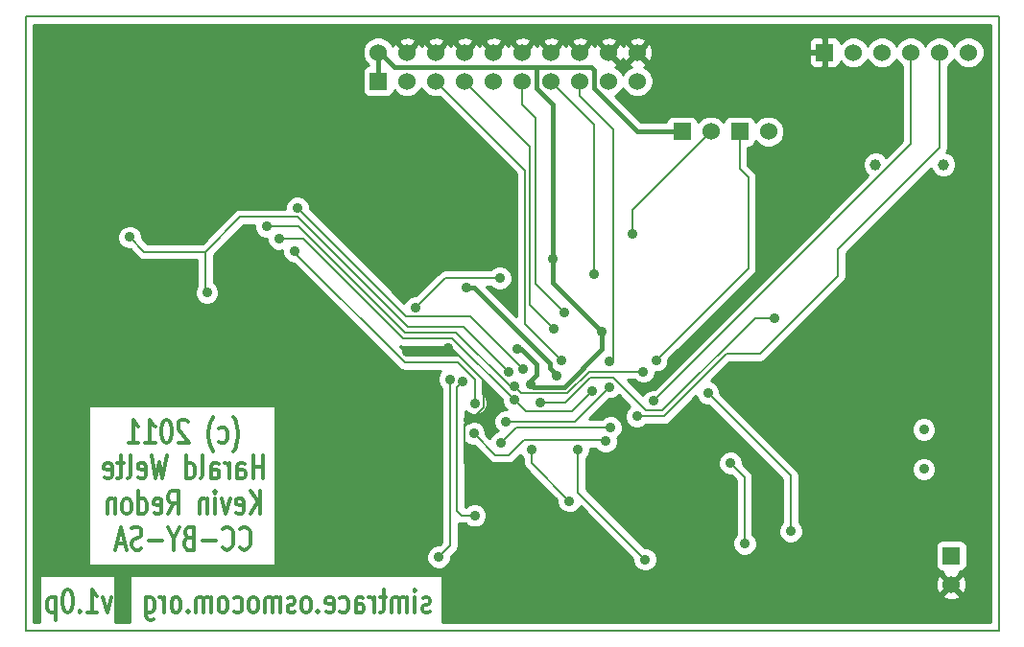
<source format=gbl>
G04 (created by PCBNEW-RS274X (2011-06-08)-testing) date Sa 02 Jul 2011 20:51:35 CEST*
G01*
G70*
G90*
%MOIN*%
G04 Gerber Fmt 3.4, Leading zero omitted, Abs format*
%FSLAX34Y34*%
G04 APERTURE LIST*
%ADD10C,0.006000*%
%ADD11C,0.012000*%
%ADD12C,0.008000*%
%ADD13C,0.039400*%
%ADD14R,0.060000X0.060000*%
%ADD15C,0.060000*%
%ADD16C,0.035400*%
%ADD17C,0.035000*%
%ADD18C,0.016000*%
%ADD19C,0.010000*%
G04 APERTURE END LIST*
G54D10*
G54D11*
X17428Y-55140D02*
X17285Y-55674D01*
X17143Y-55140D01*
X16600Y-55674D02*
X16943Y-55674D01*
X16771Y-55674D02*
X16771Y-54874D01*
X16828Y-54988D01*
X16886Y-55064D01*
X16943Y-55102D01*
X16343Y-55598D02*
X16315Y-55636D01*
X16343Y-55674D01*
X16372Y-55636D01*
X16343Y-55598D01*
X16343Y-55674D01*
X15943Y-54874D02*
X15886Y-54874D01*
X15829Y-54912D01*
X15800Y-54950D01*
X15771Y-55026D01*
X15743Y-55179D01*
X15743Y-55369D01*
X15771Y-55521D01*
X15800Y-55598D01*
X15829Y-55636D01*
X15886Y-55674D01*
X15943Y-55674D01*
X16000Y-55636D01*
X16029Y-55598D01*
X16057Y-55521D01*
X16086Y-55369D01*
X16086Y-55179D01*
X16057Y-55026D01*
X16029Y-54950D01*
X16000Y-54912D01*
X15943Y-54874D01*
X15486Y-55140D02*
X15486Y-55940D01*
X15486Y-55179D02*
X15429Y-55140D01*
X15315Y-55140D01*
X15258Y-55179D01*
X15229Y-55217D01*
X15200Y-55293D01*
X15200Y-55521D01*
X15229Y-55598D01*
X15258Y-55636D01*
X15315Y-55674D01*
X15429Y-55674D01*
X15486Y-55636D01*
X21663Y-50079D02*
X21691Y-50040D01*
X21748Y-49926D01*
X21777Y-49850D01*
X21806Y-49736D01*
X21834Y-49545D01*
X21834Y-49393D01*
X21806Y-49202D01*
X21777Y-49088D01*
X21748Y-49012D01*
X21691Y-48898D01*
X21663Y-48860D01*
X21177Y-49736D02*
X21234Y-49774D01*
X21348Y-49774D01*
X21406Y-49736D01*
X21434Y-49698D01*
X21463Y-49621D01*
X21463Y-49393D01*
X21434Y-49317D01*
X21406Y-49279D01*
X21348Y-49240D01*
X21234Y-49240D01*
X21177Y-49279D01*
X20977Y-50079D02*
X20949Y-50040D01*
X20892Y-49926D01*
X20863Y-49850D01*
X20834Y-49736D01*
X20806Y-49545D01*
X20806Y-49393D01*
X20834Y-49202D01*
X20863Y-49088D01*
X20892Y-49012D01*
X20949Y-48898D01*
X20977Y-48860D01*
X20092Y-49050D02*
X20063Y-49012D01*
X20006Y-48974D01*
X19863Y-48974D01*
X19806Y-49012D01*
X19777Y-49050D01*
X19749Y-49126D01*
X19749Y-49202D01*
X19777Y-49317D01*
X20120Y-49774D01*
X19749Y-49774D01*
X19378Y-48974D02*
X19321Y-48974D01*
X19264Y-49012D01*
X19235Y-49050D01*
X19206Y-49126D01*
X19178Y-49279D01*
X19178Y-49469D01*
X19206Y-49621D01*
X19235Y-49698D01*
X19264Y-49736D01*
X19321Y-49774D01*
X19378Y-49774D01*
X19435Y-49736D01*
X19464Y-49698D01*
X19492Y-49621D01*
X19521Y-49469D01*
X19521Y-49279D01*
X19492Y-49126D01*
X19464Y-49050D01*
X19435Y-49012D01*
X19378Y-48974D01*
X18607Y-49774D02*
X18950Y-49774D01*
X18778Y-49774D02*
X18778Y-48974D01*
X18835Y-49088D01*
X18893Y-49164D01*
X18950Y-49202D01*
X18036Y-49774D02*
X18379Y-49774D01*
X18207Y-49774D02*
X18207Y-48974D01*
X18264Y-49088D01*
X18322Y-49164D01*
X18379Y-49202D01*
X22692Y-51014D02*
X22692Y-50214D01*
X22692Y-50595D02*
X22349Y-50595D01*
X22349Y-51014D02*
X22349Y-50214D01*
X21806Y-51014D02*
X21806Y-50595D01*
X21835Y-50519D01*
X21892Y-50480D01*
X22006Y-50480D01*
X22063Y-50519D01*
X21806Y-50976D02*
X21863Y-51014D01*
X22006Y-51014D01*
X22063Y-50976D01*
X22092Y-50900D01*
X22092Y-50823D01*
X22063Y-50747D01*
X22006Y-50709D01*
X21863Y-50709D01*
X21806Y-50671D01*
X21520Y-51014D02*
X21520Y-50480D01*
X21520Y-50633D02*
X21492Y-50557D01*
X21463Y-50519D01*
X21406Y-50480D01*
X21349Y-50480D01*
X20892Y-51014D02*
X20892Y-50595D01*
X20921Y-50519D01*
X20978Y-50480D01*
X21092Y-50480D01*
X21149Y-50519D01*
X20892Y-50976D02*
X20949Y-51014D01*
X21092Y-51014D01*
X21149Y-50976D01*
X21178Y-50900D01*
X21178Y-50823D01*
X21149Y-50747D01*
X21092Y-50709D01*
X20949Y-50709D01*
X20892Y-50671D01*
X20520Y-51014D02*
X20578Y-50976D01*
X20606Y-50900D01*
X20606Y-50214D01*
X20035Y-51014D02*
X20035Y-50214D01*
X20035Y-50976D02*
X20092Y-51014D01*
X20206Y-51014D01*
X20264Y-50976D01*
X20292Y-50938D01*
X20321Y-50861D01*
X20321Y-50633D01*
X20292Y-50557D01*
X20264Y-50519D01*
X20206Y-50480D01*
X20092Y-50480D01*
X20035Y-50519D01*
X19349Y-50214D02*
X19206Y-51014D01*
X19092Y-50442D01*
X18978Y-51014D01*
X18835Y-50214D01*
X18378Y-50976D02*
X18435Y-51014D01*
X18549Y-51014D01*
X18606Y-50976D01*
X18635Y-50900D01*
X18635Y-50595D01*
X18606Y-50519D01*
X18549Y-50480D01*
X18435Y-50480D01*
X18378Y-50519D01*
X18349Y-50595D01*
X18349Y-50671D01*
X18635Y-50747D01*
X18006Y-51014D02*
X18064Y-50976D01*
X18092Y-50900D01*
X18092Y-50214D01*
X17864Y-50480D02*
X17635Y-50480D01*
X17778Y-50214D02*
X17778Y-50900D01*
X17750Y-50976D01*
X17692Y-51014D01*
X17635Y-51014D01*
X17207Y-50976D02*
X17264Y-51014D01*
X17378Y-51014D01*
X17435Y-50976D01*
X17464Y-50900D01*
X17464Y-50595D01*
X17435Y-50519D01*
X17378Y-50480D01*
X17264Y-50480D01*
X17207Y-50519D01*
X17178Y-50595D01*
X17178Y-50671D01*
X17464Y-50747D01*
X22607Y-52254D02*
X22607Y-51454D01*
X22264Y-52254D02*
X22521Y-51797D01*
X22264Y-51454D02*
X22607Y-51911D01*
X21779Y-52216D02*
X21836Y-52254D01*
X21950Y-52254D01*
X22007Y-52216D01*
X22036Y-52140D01*
X22036Y-51835D01*
X22007Y-51759D01*
X21950Y-51720D01*
X21836Y-51720D01*
X21779Y-51759D01*
X21750Y-51835D01*
X21750Y-51911D01*
X22036Y-51987D01*
X21550Y-51720D02*
X21407Y-52254D01*
X21265Y-51720D01*
X21036Y-52254D02*
X21036Y-51720D01*
X21036Y-51454D02*
X21065Y-51492D01*
X21036Y-51530D01*
X21008Y-51492D01*
X21036Y-51454D01*
X21036Y-51530D01*
X20750Y-51720D02*
X20750Y-52254D01*
X20750Y-51797D02*
X20722Y-51759D01*
X20664Y-51720D01*
X20579Y-51720D01*
X20522Y-51759D01*
X20493Y-51835D01*
X20493Y-52254D01*
X19407Y-52254D02*
X19607Y-51873D01*
X19750Y-52254D02*
X19750Y-51454D01*
X19522Y-51454D01*
X19464Y-51492D01*
X19436Y-51530D01*
X19407Y-51606D01*
X19407Y-51720D01*
X19436Y-51797D01*
X19464Y-51835D01*
X19522Y-51873D01*
X19750Y-51873D01*
X18922Y-52216D02*
X18979Y-52254D01*
X19093Y-52254D01*
X19150Y-52216D01*
X19179Y-52140D01*
X19179Y-51835D01*
X19150Y-51759D01*
X19093Y-51720D01*
X18979Y-51720D01*
X18922Y-51759D01*
X18893Y-51835D01*
X18893Y-51911D01*
X19179Y-51987D01*
X18379Y-52254D02*
X18379Y-51454D01*
X18379Y-52216D02*
X18436Y-52254D01*
X18550Y-52254D01*
X18608Y-52216D01*
X18636Y-52178D01*
X18665Y-52101D01*
X18665Y-51873D01*
X18636Y-51797D01*
X18608Y-51759D01*
X18550Y-51720D01*
X18436Y-51720D01*
X18379Y-51759D01*
X18007Y-52254D02*
X18065Y-52216D01*
X18093Y-52178D01*
X18122Y-52101D01*
X18122Y-51873D01*
X18093Y-51797D01*
X18065Y-51759D01*
X18007Y-51720D01*
X17922Y-51720D01*
X17865Y-51759D01*
X17836Y-51797D01*
X17807Y-51873D01*
X17807Y-52101D01*
X17836Y-52178D01*
X17865Y-52216D01*
X17922Y-52254D01*
X18007Y-52254D01*
X17550Y-51720D02*
X17550Y-52254D01*
X17550Y-51797D02*
X17522Y-51759D01*
X17464Y-51720D01*
X17379Y-51720D01*
X17322Y-51759D01*
X17293Y-51835D01*
X17293Y-52254D01*
X21906Y-53418D02*
X21935Y-53456D01*
X22021Y-53494D01*
X22078Y-53494D01*
X22163Y-53456D01*
X22221Y-53380D01*
X22249Y-53303D01*
X22278Y-53151D01*
X22278Y-53037D01*
X22249Y-52884D01*
X22221Y-52808D01*
X22163Y-52732D01*
X22078Y-52694D01*
X22021Y-52694D01*
X21935Y-52732D01*
X21906Y-52770D01*
X21306Y-53418D02*
X21335Y-53456D01*
X21421Y-53494D01*
X21478Y-53494D01*
X21563Y-53456D01*
X21621Y-53380D01*
X21649Y-53303D01*
X21678Y-53151D01*
X21678Y-53037D01*
X21649Y-52884D01*
X21621Y-52808D01*
X21563Y-52732D01*
X21478Y-52694D01*
X21421Y-52694D01*
X21335Y-52732D01*
X21306Y-52770D01*
X21049Y-53189D02*
X20592Y-53189D01*
X20106Y-53075D02*
X20020Y-53113D01*
X19992Y-53151D01*
X19963Y-53227D01*
X19963Y-53341D01*
X19992Y-53418D01*
X20020Y-53456D01*
X20078Y-53494D01*
X20306Y-53494D01*
X20306Y-52694D01*
X20106Y-52694D01*
X20049Y-52732D01*
X20020Y-52770D01*
X19992Y-52846D01*
X19992Y-52922D01*
X20020Y-52999D01*
X20049Y-53037D01*
X20106Y-53075D01*
X20306Y-53075D01*
X19592Y-53113D02*
X19592Y-53494D01*
X19792Y-52694D02*
X19592Y-53113D01*
X19392Y-52694D01*
X19192Y-53189D02*
X18735Y-53189D01*
X18478Y-53456D02*
X18392Y-53494D01*
X18249Y-53494D01*
X18192Y-53456D01*
X18163Y-53418D01*
X18135Y-53341D01*
X18135Y-53265D01*
X18163Y-53189D01*
X18192Y-53151D01*
X18249Y-53113D01*
X18363Y-53075D01*
X18421Y-53037D01*
X18449Y-52999D01*
X18478Y-52922D01*
X18478Y-52846D01*
X18449Y-52770D01*
X18421Y-52732D01*
X18363Y-52694D01*
X18221Y-52694D01*
X18135Y-52732D01*
X17907Y-53265D02*
X17621Y-53265D01*
X17964Y-53494D02*
X17764Y-52694D01*
X17564Y-53494D01*
G54D12*
X14450Y-56300D02*
X14450Y-34950D01*
X48250Y-56300D02*
X14450Y-56300D01*
X48250Y-34950D02*
X48250Y-56300D01*
X15250Y-34950D02*
X48250Y-34950D01*
X14450Y-34950D02*
X15250Y-34950D01*
G54D11*
X28493Y-55636D02*
X28436Y-55674D01*
X28321Y-55674D01*
X28264Y-55636D01*
X28236Y-55560D01*
X28236Y-55521D01*
X28264Y-55445D01*
X28321Y-55407D01*
X28407Y-55407D01*
X28464Y-55369D01*
X28493Y-55293D01*
X28493Y-55255D01*
X28464Y-55179D01*
X28407Y-55140D01*
X28321Y-55140D01*
X28264Y-55179D01*
X27978Y-55674D02*
X27978Y-55140D01*
X27978Y-54874D02*
X28007Y-54912D01*
X27978Y-54950D01*
X27950Y-54912D01*
X27978Y-54874D01*
X27978Y-54950D01*
X27692Y-55674D02*
X27692Y-55140D01*
X27692Y-55217D02*
X27664Y-55179D01*
X27606Y-55140D01*
X27521Y-55140D01*
X27464Y-55179D01*
X27435Y-55255D01*
X27435Y-55674D01*
X27435Y-55255D02*
X27406Y-55179D01*
X27349Y-55140D01*
X27264Y-55140D01*
X27206Y-55179D01*
X27178Y-55255D01*
X27178Y-55674D01*
X26978Y-55140D02*
X26749Y-55140D01*
X26892Y-54874D02*
X26892Y-55560D01*
X26864Y-55636D01*
X26806Y-55674D01*
X26749Y-55674D01*
X26549Y-55674D02*
X26549Y-55140D01*
X26549Y-55293D02*
X26521Y-55217D01*
X26492Y-55179D01*
X26435Y-55140D01*
X26378Y-55140D01*
X25921Y-55674D02*
X25921Y-55255D01*
X25950Y-55179D01*
X26007Y-55140D01*
X26121Y-55140D01*
X26178Y-55179D01*
X25921Y-55636D02*
X25978Y-55674D01*
X26121Y-55674D01*
X26178Y-55636D01*
X26207Y-55560D01*
X26207Y-55483D01*
X26178Y-55407D01*
X26121Y-55369D01*
X25978Y-55369D01*
X25921Y-55331D01*
X25378Y-55636D02*
X25435Y-55674D01*
X25549Y-55674D01*
X25607Y-55636D01*
X25635Y-55598D01*
X25664Y-55521D01*
X25664Y-55293D01*
X25635Y-55217D01*
X25607Y-55179D01*
X25549Y-55140D01*
X25435Y-55140D01*
X25378Y-55179D01*
X24893Y-55636D02*
X24950Y-55674D01*
X25064Y-55674D01*
X25121Y-55636D01*
X25150Y-55560D01*
X25150Y-55255D01*
X25121Y-55179D01*
X25064Y-55140D01*
X24950Y-55140D01*
X24893Y-55179D01*
X24864Y-55255D01*
X24864Y-55331D01*
X25150Y-55407D01*
X24607Y-55598D02*
X24579Y-55636D01*
X24607Y-55674D01*
X24636Y-55636D01*
X24607Y-55598D01*
X24607Y-55674D01*
X24235Y-55674D02*
X24293Y-55636D01*
X24321Y-55598D01*
X24350Y-55521D01*
X24350Y-55293D01*
X24321Y-55217D01*
X24293Y-55179D01*
X24235Y-55140D01*
X24150Y-55140D01*
X24093Y-55179D01*
X24064Y-55217D01*
X24035Y-55293D01*
X24035Y-55521D01*
X24064Y-55598D01*
X24093Y-55636D01*
X24150Y-55674D01*
X24235Y-55674D01*
X23807Y-55636D02*
X23750Y-55674D01*
X23635Y-55674D01*
X23578Y-55636D01*
X23550Y-55560D01*
X23550Y-55521D01*
X23578Y-55445D01*
X23635Y-55407D01*
X23721Y-55407D01*
X23778Y-55369D01*
X23807Y-55293D01*
X23807Y-55255D01*
X23778Y-55179D01*
X23721Y-55140D01*
X23635Y-55140D01*
X23578Y-55179D01*
X23292Y-55674D02*
X23292Y-55140D01*
X23292Y-55217D02*
X23264Y-55179D01*
X23206Y-55140D01*
X23121Y-55140D01*
X23064Y-55179D01*
X23035Y-55255D01*
X23035Y-55674D01*
X23035Y-55255D02*
X23006Y-55179D01*
X22949Y-55140D01*
X22864Y-55140D01*
X22806Y-55179D01*
X22778Y-55255D01*
X22778Y-55674D01*
X22406Y-55674D02*
X22464Y-55636D01*
X22492Y-55598D01*
X22521Y-55521D01*
X22521Y-55293D01*
X22492Y-55217D01*
X22464Y-55179D01*
X22406Y-55140D01*
X22321Y-55140D01*
X22264Y-55179D01*
X22235Y-55217D01*
X22206Y-55293D01*
X22206Y-55521D01*
X22235Y-55598D01*
X22264Y-55636D01*
X22321Y-55674D01*
X22406Y-55674D01*
X21692Y-55636D02*
X21749Y-55674D01*
X21863Y-55674D01*
X21921Y-55636D01*
X21949Y-55598D01*
X21978Y-55521D01*
X21978Y-55293D01*
X21949Y-55217D01*
X21921Y-55179D01*
X21863Y-55140D01*
X21749Y-55140D01*
X21692Y-55179D01*
X21349Y-55674D02*
X21407Y-55636D01*
X21435Y-55598D01*
X21464Y-55521D01*
X21464Y-55293D01*
X21435Y-55217D01*
X21407Y-55179D01*
X21349Y-55140D01*
X21264Y-55140D01*
X21207Y-55179D01*
X21178Y-55217D01*
X21149Y-55293D01*
X21149Y-55521D01*
X21178Y-55598D01*
X21207Y-55636D01*
X21264Y-55674D01*
X21349Y-55674D01*
X20892Y-55674D02*
X20892Y-55140D01*
X20892Y-55217D02*
X20864Y-55179D01*
X20806Y-55140D01*
X20721Y-55140D01*
X20664Y-55179D01*
X20635Y-55255D01*
X20635Y-55674D01*
X20635Y-55255D02*
X20606Y-55179D01*
X20549Y-55140D01*
X20464Y-55140D01*
X20406Y-55179D01*
X20378Y-55255D01*
X20378Y-55674D01*
X20092Y-55598D02*
X20064Y-55636D01*
X20092Y-55674D01*
X20121Y-55636D01*
X20092Y-55598D01*
X20092Y-55674D01*
X19720Y-55674D02*
X19778Y-55636D01*
X19806Y-55598D01*
X19835Y-55521D01*
X19835Y-55293D01*
X19806Y-55217D01*
X19778Y-55179D01*
X19720Y-55140D01*
X19635Y-55140D01*
X19578Y-55179D01*
X19549Y-55217D01*
X19520Y-55293D01*
X19520Y-55521D01*
X19549Y-55598D01*
X19578Y-55636D01*
X19635Y-55674D01*
X19720Y-55674D01*
X19263Y-55674D02*
X19263Y-55140D01*
X19263Y-55293D02*
X19235Y-55217D01*
X19206Y-55179D01*
X19149Y-55140D01*
X19092Y-55140D01*
X18635Y-55140D02*
X18635Y-55788D01*
X18664Y-55864D01*
X18692Y-55902D01*
X18749Y-55940D01*
X18835Y-55940D01*
X18892Y-55902D01*
X18635Y-55636D02*
X18692Y-55674D01*
X18806Y-55674D01*
X18864Y-55636D01*
X18892Y-55598D01*
X18921Y-55521D01*
X18921Y-55293D01*
X18892Y-55217D01*
X18864Y-55179D01*
X18806Y-55140D01*
X18692Y-55140D01*
X18635Y-55179D01*
G54D13*
X46331Y-40100D03*
X43969Y-40100D03*
G54D14*
X26700Y-37200D03*
G54D15*
X26700Y-36200D03*
X27700Y-37200D03*
X27700Y-36200D03*
X28700Y-37200D03*
X28700Y-36200D03*
X29700Y-37200D03*
X29700Y-36200D03*
X30700Y-37200D03*
X30700Y-36200D03*
X31700Y-37200D03*
X31700Y-36200D03*
X32700Y-37200D03*
X32700Y-36200D03*
X33700Y-37200D03*
X33700Y-36200D03*
X34700Y-37200D03*
X34700Y-36200D03*
X35700Y-37200D03*
X35700Y-36200D03*
G54D14*
X37250Y-38950D03*
G54D15*
X38250Y-38950D03*
G54D14*
X39250Y-38950D03*
G54D15*
X40250Y-38950D03*
G54D14*
X46600Y-53700D03*
G54D15*
X46600Y-54700D03*
G54D14*
X42200Y-36200D03*
G54D15*
X43200Y-36200D03*
X44200Y-36200D03*
X45200Y-36200D03*
X46200Y-36200D03*
X47200Y-36200D03*
G54D16*
X45650Y-50689D03*
X45650Y-49311D03*
G54D17*
X34742Y-46956D03*
X22816Y-42245D03*
X31421Y-47811D03*
X35910Y-47293D03*
X31131Y-49039D03*
X34737Y-47832D03*
X35965Y-53828D03*
X33639Y-50003D03*
X36268Y-48322D03*
X35682Y-48858D03*
X20750Y-44550D03*
X31217Y-47293D03*
X18070Y-42624D03*
X23261Y-42681D03*
X31426Y-48290D03*
X34128Y-47979D03*
X30050Y-52300D03*
X29645Y-47626D03*
X28800Y-53750D03*
X29191Y-47561D03*
X23892Y-41603D03*
X31733Y-47209D03*
X30973Y-49764D03*
X34764Y-49247D03*
X23802Y-43110D03*
X30055Y-48393D03*
X41028Y-52849D03*
X38147Y-48037D03*
X30013Y-49446D03*
X34597Y-49724D03*
X33174Y-45257D03*
X33063Y-46911D03*
X34193Y-43899D03*
X36353Y-46899D03*
X32812Y-45800D03*
X29777Y-44364D03*
X32900Y-47435D03*
X39422Y-53275D03*
X38933Y-50482D03*
X32018Y-50002D03*
X33332Y-51799D03*
X34468Y-45915D03*
X32772Y-43374D03*
X31986Y-47726D03*
X31514Y-46505D03*
X28618Y-42765D03*
X28093Y-44156D03*
X31150Y-51924D03*
X32784Y-51816D03*
X27696Y-46611D03*
X29830Y-48992D03*
X29117Y-46460D03*
X32321Y-48367D03*
X40475Y-45434D03*
X30923Y-44046D03*
X27997Y-45069D03*
X35524Y-42509D03*
G54D12*
X33700Y-37200D02*
X33700Y-37700D01*
X33700Y-37700D02*
X34866Y-38866D01*
X34742Y-46956D02*
X34866Y-46832D01*
X34866Y-46832D02*
X34866Y-38866D01*
X31283Y-47811D02*
X31421Y-47811D01*
X29398Y-45926D02*
X31283Y-47811D01*
X27615Y-45926D02*
X29398Y-45926D01*
X23934Y-42245D02*
X27615Y-45926D01*
X22816Y-42245D02*
X23934Y-42245D01*
X31658Y-48048D02*
X31421Y-47811D01*
X33260Y-48048D02*
X31658Y-48048D01*
X34015Y-47293D02*
X33260Y-48048D01*
X35910Y-47293D02*
X34015Y-47293D01*
X33530Y-49039D02*
X34737Y-47832D01*
X31131Y-49039D02*
X33530Y-49039D01*
X35965Y-53828D02*
X33639Y-51502D01*
X33639Y-51502D02*
X33639Y-50003D01*
X45200Y-39390D02*
X36268Y-48322D01*
X45200Y-36200D02*
X45200Y-39390D01*
X36616Y-48858D02*
X35682Y-48858D01*
X38790Y-46684D02*
X36616Y-48858D01*
X39948Y-46684D02*
X38790Y-46684D01*
X42672Y-43960D02*
X39948Y-46684D01*
X42672Y-43050D02*
X42672Y-43960D01*
X46200Y-39522D02*
X42672Y-43050D01*
X46200Y-36200D02*
X46200Y-39522D01*
X20700Y-44500D02*
X20700Y-44000D01*
X20750Y-44550D02*
X20700Y-44500D01*
X18575Y-43129D02*
X18070Y-42624D01*
X20700Y-43129D02*
X18575Y-43129D01*
X20700Y-44056D02*
X20700Y-44000D01*
X20700Y-44000D02*
X20700Y-43129D01*
X29666Y-45742D02*
X31217Y-47293D01*
X27713Y-45742D02*
X29666Y-45742D01*
X23895Y-41924D02*
X27713Y-45742D01*
X21905Y-41924D02*
X23895Y-41924D01*
X20700Y-43129D02*
X21905Y-41924D01*
X33421Y-48686D02*
X34128Y-47979D01*
X31822Y-48686D02*
X33421Y-48686D01*
X31426Y-48290D02*
X31822Y-48686D01*
X29278Y-46142D02*
X31426Y-48290D01*
X27571Y-46142D02*
X29278Y-46142D01*
X24110Y-42681D02*
X27571Y-46142D01*
X23261Y-42681D02*
X24110Y-42681D01*
X30050Y-52300D02*
X29600Y-52300D01*
X29600Y-52300D02*
X29440Y-52140D01*
X29440Y-47831D02*
X29645Y-47626D01*
X29440Y-52140D02*
X29440Y-47831D01*
X29200Y-52300D02*
X29191Y-52300D01*
X29191Y-52309D02*
X29200Y-52300D01*
X29191Y-53359D02*
X29191Y-52309D01*
X28800Y-53750D02*
X29191Y-53359D01*
X29191Y-52300D02*
X29191Y-47561D01*
X29912Y-45388D02*
X31733Y-47209D01*
X27677Y-45388D02*
X29912Y-45388D01*
X23892Y-41603D02*
X27677Y-45388D01*
X31490Y-49247D02*
X34764Y-49247D01*
X30973Y-49764D02*
X31490Y-49247D01*
X23802Y-43167D02*
X23802Y-43110D01*
X27623Y-46988D02*
X23802Y-43167D01*
X29477Y-46988D02*
X27623Y-46988D01*
X30055Y-47566D02*
X29477Y-46988D01*
X30055Y-48393D02*
X30055Y-47566D01*
X41028Y-50918D02*
X38147Y-48037D01*
X41028Y-52849D02*
X41028Y-50918D01*
X34557Y-49684D02*
X34597Y-49724D01*
X31755Y-49684D02*
X34557Y-49684D01*
X31240Y-50199D02*
X31755Y-49684D01*
X30766Y-50199D02*
X31240Y-50199D01*
X30013Y-49446D02*
X30766Y-50199D01*
X31700Y-37200D02*
X31700Y-38000D01*
X31700Y-38000D02*
X32163Y-38463D01*
X33174Y-45257D02*
X32163Y-44246D01*
X32163Y-44246D02*
X32163Y-38463D01*
X31795Y-40295D02*
X28700Y-37200D01*
X31795Y-45643D02*
X31795Y-40295D01*
X33063Y-46911D02*
X31795Y-45643D01*
X34193Y-38693D02*
X32700Y-37200D01*
X34193Y-43899D02*
X34193Y-38693D01*
X39250Y-38950D02*
X39250Y-40250D01*
X39250Y-40250D02*
X39550Y-40550D01*
X39550Y-43702D02*
X36353Y-46899D01*
X39550Y-40550D02*
X39550Y-43702D01*
X31979Y-39479D02*
X29700Y-37200D01*
X31979Y-44967D02*
X31979Y-39479D01*
X32812Y-45800D02*
X31979Y-44967D01*
G54D18*
X30014Y-44364D02*
X32650Y-47000D01*
X32650Y-47000D02*
X32650Y-47185D01*
X32650Y-47185D02*
X32900Y-47435D01*
X29777Y-44364D02*
X30014Y-44364D01*
G54D12*
X39422Y-53275D02*
X39422Y-50971D01*
X39422Y-50971D02*
X38933Y-50482D01*
X32018Y-50485D02*
X32018Y-50002D01*
X33332Y-51799D02*
X32018Y-50485D01*
G54D18*
X31986Y-47726D02*
X31986Y-47614D01*
X31655Y-46505D02*
X31514Y-46505D01*
X32200Y-47050D02*
X31655Y-46505D01*
X32200Y-47400D02*
X32200Y-47050D01*
X31986Y-47614D02*
X32200Y-47400D01*
X34468Y-45915D02*
X34468Y-46520D01*
X32086Y-47826D02*
X31986Y-47726D01*
X33162Y-47826D02*
X32086Y-47826D01*
X34468Y-46520D02*
X33162Y-47826D01*
X32772Y-43374D02*
X32772Y-44219D01*
X32772Y-44219D02*
X34468Y-45915D01*
X34200Y-37300D02*
X34200Y-37450D01*
X34100Y-36700D02*
X34206Y-36806D01*
X34206Y-36806D02*
X34206Y-37294D01*
X34206Y-37294D02*
X34200Y-37300D01*
X32151Y-36700D02*
X34100Y-36700D01*
X35700Y-38950D02*
X37250Y-38950D01*
X34200Y-37450D02*
X35700Y-38950D01*
X32200Y-37200D02*
X32200Y-37450D01*
X32772Y-38022D02*
X32772Y-43374D01*
X32200Y-37450D02*
X32772Y-38022D01*
X32200Y-37200D02*
X32200Y-36749D01*
X32200Y-36749D02*
X32151Y-36700D01*
X26700Y-36200D02*
X26750Y-36200D01*
X27250Y-36700D02*
X32151Y-36700D01*
X26750Y-36200D02*
X27250Y-36700D01*
G54D12*
X26700Y-36650D02*
X26650Y-36650D01*
X26650Y-36650D02*
X26700Y-36650D01*
G54D18*
X26700Y-36200D02*
X26700Y-36650D01*
X26700Y-36650D02*
X26700Y-37200D01*
G54D12*
X32151Y-36700D02*
X32200Y-36749D01*
X35711Y-38950D02*
X37250Y-38950D01*
X34149Y-37388D02*
X35711Y-38950D01*
X34149Y-36771D02*
X34149Y-37388D01*
X34127Y-36749D02*
X34149Y-36771D01*
X32200Y-36749D02*
X34127Y-36749D01*
X34468Y-45915D02*
X32772Y-44219D01*
X28618Y-43631D02*
X28093Y-44156D01*
X28618Y-42765D02*
X28618Y-43631D01*
X31258Y-51816D02*
X32784Y-51816D01*
X31150Y-51924D02*
X31258Y-51816D01*
X29117Y-46611D02*
X29117Y-46460D01*
X27696Y-46611D02*
X29117Y-46611D01*
X29931Y-48992D02*
X29830Y-48992D01*
X30374Y-48549D02*
X29931Y-48992D01*
X30374Y-47625D02*
X30374Y-48549D01*
X29360Y-46611D02*
X30374Y-47625D01*
X29117Y-46611D02*
X29360Y-46611D01*
X29694Y-49128D02*
X29830Y-48992D01*
X29694Y-50468D02*
X29694Y-49128D01*
X31150Y-51924D02*
X29694Y-50468D01*
X33201Y-48367D02*
X32321Y-48367D01*
X34054Y-47514D02*
X33201Y-48367D01*
X34870Y-47514D02*
X34054Y-47514D01*
X36010Y-48654D02*
X34870Y-47514D01*
X36560Y-48654D02*
X36010Y-48654D01*
X39780Y-45434D02*
X36560Y-48654D01*
X40475Y-45434D02*
X39780Y-45434D01*
X29020Y-44046D02*
X27997Y-45069D01*
X30923Y-44046D02*
X29020Y-44046D01*
X35524Y-41676D02*
X35524Y-42509D01*
X38250Y-38950D02*
X35524Y-41676D01*
G54D19*
X27447Y-46401D02*
X27447Y-46401D01*
X27526Y-46481D02*
X29206Y-46481D01*
X27606Y-46561D02*
X29286Y-46561D01*
X27686Y-46641D02*
X29366Y-46641D01*
X30345Y-47619D02*
X30345Y-47619D01*
X30345Y-47699D02*
X30425Y-47699D01*
X30345Y-47779D02*
X30505Y-47779D01*
X30345Y-47859D02*
X30585Y-47859D01*
X30345Y-47939D02*
X30665Y-47939D01*
X30345Y-48019D02*
X30745Y-48019D01*
X30362Y-48099D02*
X30825Y-48099D01*
X30426Y-48179D02*
X30905Y-48179D01*
X30459Y-48259D02*
X30985Y-48259D01*
X30480Y-48339D02*
X31001Y-48339D01*
X30480Y-48419D02*
X31020Y-48419D01*
X30472Y-48499D02*
X31053Y-48499D01*
X30438Y-48579D02*
X31114Y-48579D01*
X30390Y-48659D02*
X30937Y-48659D01*
X29730Y-48739D02*
X29800Y-48739D01*
X30310Y-48739D02*
X30830Y-48739D01*
X29730Y-48819D02*
X30762Y-48819D01*
X29730Y-48899D02*
X30728Y-48899D01*
X29730Y-48979D02*
X30706Y-48979D01*
X29730Y-49059D02*
X29836Y-49059D01*
X30189Y-49059D02*
X30706Y-49059D01*
X30307Y-49139D02*
X30713Y-49139D01*
X30379Y-49219D02*
X30746Y-49219D01*
X30412Y-49299D02*
X30790Y-49299D01*
X30438Y-49379D02*
X30791Y-49379D01*
X30438Y-49459D02*
X30677Y-49459D01*
X30516Y-49539D02*
X30606Y-49539D01*
X14740Y-35240D02*
X47960Y-35240D01*
X14740Y-35320D02*
X47960Y-35320D01*
X14740Y-35400D02*
X47960Y-35400D01*
X14740Y-35480D02*
X47960Y-35480D01*
X14740Y-35560D02*
X47960Y-35560D01*
X14740Y-35640D02*
X47960Y-35640D01*
X14740Y-35720D02*
X26425Y-35720D01*
X26974Y-35720D02*
X27438Y-35720D01*
X27958Y-35720D02*
X28438Y-35720D01*
X28958Y-35720D02*
X29438Y-35720D01*
X29958Y-35720D02*
X30438Y-35720D01*
X30958Y-35720D02*
X31438Y-35720D01*
X31958Y-35720D02*
X32438Y-35720D01*
X32958Y-35720D02*
X33438Y-35720D01*
X33958Y-35720D02*
X34438Y-35720D01*
X34958Y-35720D02*
X35438Y-35720D01*
X35958Y-35720D02*
X41728Y-35720D01*
X42150Y-35720D02*
X42250Y-35720D01*
X42672Y-35720D02*
X42925Y-35720D01*
X43474Y-35720D02*
X43925Y-35720D01*
X44474Y-35720D02*
X44925Y-35720D01*
X45474Y-35720D02*
X45925Y-35720D01*
X46474Y-35720D02*
X46925Y-35720D01*
X47474Y-35720D02*
X47960Y-35720D01*
X14740Y-35800D02*
X26324Y-35800D01*
X27076Y-35800D02*
X27398Y-35800D01*
X28001Y-35800D02*
X28398Y-35800D01*
X29001Y-35800D02*
X29398Y-35800D01*
X30001Y-35800D02*
X30398Y-35800D01*
X31001Y-35800D02*
X31398Y-35800D01*
X32001Y-35800D02*
X32398Y-35800D01*
X33001Y-35800D02*
X33398Y-35800D01*
X34001Y-35800D02*
X34398Y-35800D01*
X35001Y-35800D02*
X35398Y-35800D01*
X36001Y-35800D02*
X41671Y-35800D01*
X42150Y-35800D02*
X42250Y-35800D01*
X42728Y-35800D02*
X42824Y-35800D01*
X43576Y-35800D02*
X43824Y-35800D01*
X44576Y-35800D02*
X44824Y-35800D01*
X45576Y-35800D02*
X45824Y-35800D01*
X46576Y-35800D02*
X46824Y-35800D01*
X47576Y-35800D02*
X47960Y-35800D01*
X14740Y-35880D02*
X26244Y-35880D01*
X27156Y-35880D02*
X27451Y-35880D01*
X27950Y-35880D02*
X28008Y-35880D01*
X28008Y-35880D02*
X28451Y-35880D01*
X28950Y-35880D02*
X29008Y-35880D01*
X29008Y-35880D02*
X29451Y-35880D01*
X29950Y-35880D02*
X30008Y-35880D01*
X30008Y-35880D02*
X30451Y-35880D01*
X30950Y-35880D02*
X31008Y-35880D01*
X31008Y-35880D02*
X31451Y-35880D01*
X31950Y-35880D02*
X32008Y-35880D01*
X32008Y-35880D02*
X32451Y-35880D01*
X32950Y-35880D02*
X33008Y-35880D01*
X33008Y-35880D02*
X33451Y-35880D01*
X33950Y-35880D02*
X34008Y-35880D01*
X34008Y-35880D02*
X34451Y-35880D01*
X34950Y-35880D02*
X35008Y-35880D01*
X35008Y-35880D02*
X35451Y-35880D01*
X35950Y-35880D02*
X36008Y-35880D01*
X36008Y-35880D02*
X41651Y-35880D01*
X42150Y-35880D02*
X42250Y-35880D01*
X43656Y-35880D02*
X43744Y-35880D01*
X44656Y-35880D02*
X44744Y-35880D01*
X45656Y-35880D02*
X45744Y-35880D01*
X46656Y-35880D02*
X46744Y-35880D01*
X47656Y-35880D02*
X47960Y-35880D01*
X14740Y-35960D02*
X26205Y-35960D01*
X27194Y-35960D02*
X27212Y-35960D01*
X27389Y-35960D02*
X27531Y-35960D01*
X27870Y-35960D02*
X28008Y-35960D01*
X28008Y-35960D02*
X28010Y-35960D01*
X28188Y-35960D02*
X28213Y-35960D01*
X28389Y-35960D02*
X28531Y-35960D01*
X28870Y-35960D02*
X29008Y-35960D01*
X29008Y-35960D02*
X29010Y-35960D01*
X29188Y-35960D02*
X29213Y-35960D01*
X29389Y-35960D02*
X29531Y-35960D01*
X29870Y-35960D02*
X30008Y-35960D01*
X30008Y-35960D02*
X30010Y-35960D01*
X30188Y-35960D02*
X30213Y-35960D01*
X30389Y-35960D02*
X30531Y-35960D01*
X30870Y-35960D02*
X31008Y-35960D01*
X31008Y-35960D02*
X31010Y-35960D01*
X31188Y-35960D02*
X31213Y-35960D01*
X31389Y-35960D02*
X31531Y-35960D01*
X31870Y-35960D02*
X32008Y-35960D01*
X32008Y-35960D02*
X32010Y-35960D01*
X32188Y-35960D02*
X32213Y-35960D01*
X32389Y-35960D02*
X32531Y-35960D01*
X32870Y-35960D02*
X33008Y-35960D01*
X33008Y-35960D02*
X33010Y-35960D01*
X33188Y-35960D02*
X33213Y-35960D01*
X33389Y-35960D02*
X33531Y-35960D01*
X33870Y-35960D02*
X34008Y-35960D01*
X34008Y-35960D02*
X34010Y-35960D01*
X34188Y-35960D02*
X34213Y-35960D01*
X34389Y-35960D02*
X34531Y-35960D01*
X34870Y-35960D02*
X35008Y-35960D01*
X35008Y-35960D02*
X35010Y-35960D01*
X35188Y-35960D02*
X35213Y-35960D01*
X35389Y-35960D02*
X35531Y-35960D01*
X35870Y-35960D02*
X36008Y-35960D01*
X36008Y-35960D02*
X36010Y-35960D01*
X36188Y-35960D02*
X41650Y-35960D01*
X42150Y-35960D02*
X42250Y-35960D01*
X43694Y-35960D02*
X43705Y-35960D01*
X44694Y-35960D02*
X44705Y-35960D01*
X45694Y-35960D02*
X45705Y-35960D01*
X46694Y-35960D02*
X46705Y-35960D01*
X47694Y-35960D02*
X47960Y-35960D01*
X14740Y-36040D02*
X26172Y-36040D01*
X27469Y-36040D02*
X27611Y-36040D01*
X27790Y-36040D02*
X27930Y-36040D01*
X28469Y-36040D02*
X28611Y-36040D01*
X28790Y-36040D02*
X28930Y-36040D01*
X29469Y-36040D02*
X29611Y-36040D01*
X29790Y-36040D02*
X29930Y-36040D01*
X30469Y-36040D02*
X30611Y-36040D01*
X30790Y-36040D02*
X30930Y-36040D01*
X31469Y-36040D02*
X31611Y-36040D01*
X31790Y-36040D02*
X31930Y-36040D01*
X32469Y-36040D02*
X32611Y-36040D01*
X32790Y-36040D02*
X32930Y-36040D01*
X33469Y-36040D02*
X33611Y-36040D01*
X33790Y-36040D02*
X33930Y-36040D01*
X34469Y-36040D02*
X34611Y-36040D01*
X34790Y-36040D02*
X34930Y-36040D01*
X35469Y-36040D02*
X35611Y-36040D01*
X35790Y-36040D02*
X35930Y-36040D01*
X36221Y-36040D02*
X41650Y-36040D01*
X42150Y-36040D02*
X42250Y-36040D01*
X47727Y-36040D02*
X47960Y-36040D01*
X14740Y-36120D02*
X26151Y-36120D01*
X27549Y-36120D02*
X27691Y-36120D01*
X27710Y-36120D02*
X27850Y-36120D01*
X28549Y-36120D02*
X28691Y-36120D01*
X28710Y-36120D02*
X28850Y-36120D01*
X29549Y-36120D02*
X29691Y-36120D01*
X29710Y-36120D02*
X29850Y-36120D01*
X30549Y-36120D02*
X30691Y-36120D01*
X30710Y-36120D02*
X30850Y-36120D01*
X31549Y-36120D02*
X31691Y-36120D01*
X31710Y-36120D02*
X31850Y-36120D01*
X32549Y-36120D02*
X32691Y-36120D01*
X32710Y-36120D02*
X32850Y-36120D01*
X33549Y-36120D02*
X33691Y-36120D01*
X33710Y-36120D02*
X33850Y-36120D01*
X34549Y-36120D02*
X34691Y-36120D01*
X34710Y-36120D02*
X34850Y-36120D01*
X35549Y-36120D02*
X35691Y-36120D01*
X35710Y-36120D02*
X35850Y-36120D01*
X36234Y-36120D02*
X41682Y-36120D01*
X42150Y-36120D02*
X42250Y-36120D01*
X47749Y-36120D02*
X47960Y-36120D01*
X14740Y-36200D02*
X26151Y-36200D01*
X27629Y-36200D02*
X27771Y-36200D01*
X28629Y-36200D02*
X28771Y-36200D01*
X29629Y-36200D02*
X29771Y-36200D01*
X30629Y-36200D02*
X30771Y-36200D01*
X31629Y-36200D02*
X31771Y-36200D01*
X32629Y-36200D02*
X32771Y-36200D01*
X33629Y-36200D02*
X33771Y-36200D01*
X34629Y-36200D02*
X34771Y-36200D01*
X35629Y-36200D02*
X35629Y-36200D01*
X35629Y-36200D02*
X35771Y-36200D01*
X36238Y-36200D02*
X42150Y-36200D01*
X42150Y-36200D02*
X42250Y-36200D01*
X47749Y-36200D02*
X47960Y-36200D01*
X14740Y-36280D02*
X26151Y-36280D01*
X34709Y-36280D02*
X34851Y-36280D01*
X35550Y-36280D02*
X35629Y-36280D01*
X35629Y-36280D02*
X35690Y-36280D01*
X35709Y-36280D02*
X35851Y-36280D01*
X36243Y-36280D02*
X36243Y-36280D01*
X36243Y-36280D02*
X41682Y-36280D01*
X42150Y-36280D02*
X42250Y-36280D01*
X47749Y-36280D02*
X47960Y-36280D01*
X14740Y-36360D02*
X26173Y-36360D01*
X34789Y-36360D02*
X34931Y-36360D01*
X35470Y-36360D02*
X35610Y-36360D01*
X35789Y-36360D02*
X35931Y-36360D01*
X36215Y-36360D02*
X36243Y-36360D01*
X36243Y-36360D02*
X41651Y-36360D01*
X42150Y-36360D02*
X42250Y-36360D01*
X47728Y-36360D02*
X47749Y-36360D01*
X47749Y-36360D02*
X47960Y-36360D01*
X14740Y-36440D02*
X26206Y-36440D01*
X34869Y-36440D02*
X35011Y-36440D01*
X35186Y-36440D02*
X35211Y-36440D01*
X35390Y-36440D02*
X35530Y-36440D01*
X35869Y-36440D02*
X36011Y-36440D01*
X36187Y-36440D02*
X36243Y-36440D01*
X36243Y-36440D02*
X41651Y-36440D01*
X42150Y-36440D02*
X42250Y-36440D01*
X43695Y-36440D02*
X43706Y-36440D01*
X44695Y-36440D02*
X44706Y-36440D01*
X46695Y-36440D02*
X46706Y-36440D01*
X47695Y-36440D02*
X47749Y-36440D01*
X47749Y-36440D02*
X47960Y-36440D01*
X14740Y-36520D02*
X26244Y-36520D01*
X34949Y-36520D02*
X35450Y-36520D01*
X35949Y-36520D02*
X36243Y-36520D01*
X36243Y-36520D02*
X41651Y-36520D01*
X42150Y-36520D02*
X42250Y-36520D01*
X43656Y-36520D02*
X43744Y-36520D01*
X44656Y-36520D02*
X44744Y-36520D01*
X46656Y-36520D02*
X46744Y-36520D01*
X47656Y-36520D02*
X47749Y-36520D01*
X47749Y-36520D02*
X47960Y-36520D01*
X14740Y-36600D02*
X26324Y-36600D01*
X35002Y-36600D02*
X35399Y-36600D01*
X36002Y-36600D02*
X36243Y-36600D01*
X36243Y-36600D02*
X41672Y-36600D01*
X42150Y-36600D02*
X42250Y-36600D01*
X42729Y-36600D02*
X42824Y-36600D01*
X43576Y-36600D02*
X43824Y-36600D01*
X44576Y-36600D02*
X44824Y-36600D01*
X46576Y-36600D02*
X46824Y-36600D01*
X47576Y-36600D02*
X47749Y-36600D01*
X47749Y-36600D02*
X47960Y-36600D01*
X14740Y-36680D02*
X26280Y-36680D01*
X34962Y-36680D02*
X35442Y-36680D01*
X35962Y-36680D02*
X36243Y-36680D01*
X36243Y-36680D02*
X41728Y-36680D01*
X42150Y-36680D02*
X42250Y-36680D01*
X42672Y-36680D02*
X42926Y-36680D01*
X43475Y-36680D02*
X43926Y-36680D01*
X44475Y-36680D02*
X44910Y-36680D01*
X46490Y-36680D02*
X46926Y-36680D01*
X47475Y-36680D02*
X47749Y-36680D01*
X47749Y-36680D02*
X47960Y-36680D01*
X14740Y-36760D02*
X26188Y-36760D01*
X35036Y-36760D02*
X35364Y-36760D01*
X36036Y-36760D02*
X36243Y-36760D01*
X36243Y-36760D02*
X42150Y-36760D01*
X42150Y-36760D02*
X44910Y-36760D01*
X46490Y-36760D02*
X47749Y-36760D01*
X47749Y-36760D02*
X47960Y-36760D01*
X14740Y-36840D02*
X26155Y-36840D01*
X35116Y-36840D02*
X35284Y-36840D01*
X36116Y-36840D02*
X36243Y-36840D01*
X36243Y-36840D02*
X42150Y-36840D01*
X42150Y-36840D02*
X44910Y-36840D01*
X46490Y-36840D02*
X47749Y-36840D01*
X47749Y-36840D02*
X47960Y-36840D01*
X14740Y-36920D02*
X26151Y-36920D01*
X35177Y-36920D02*
X35222Y-36920D01*
X36177Y-36920D02*
X36243Y-36920D01*
X36243Y-36920D02*
X42150Y-36920D01*
X42150Y-36920D02*
X44910Y-36920D01*
X46490Y-36920D02*
X47749Y-36920D01*
X47749Y-36920D02*
X47960Y-36920D01*
X14740Y-37000D02*
X26151Y-37000D01*
X36211Y-37000D02*
X36243Y-37000D01*
X36243Y-37000D02*
X42150Y-37000D01*
X42150Y-37000D02*
X44910Y-37000D01*
X46490Y-37000D02*
X47749Y-37000D01*
X47749Y-37000D02*
X47960Y-37000D01*
X14740Y-37080D02*
X26151Y-37080D01*
X36244Y-37080D02*
X42150Y-37080D01*
X42150Y-37080D02*
X44910Y-37080D01*
X46490Y-37080D02*
X47749Y-37080D01*
X47749Y-37080D02*
X47960Y-37080D01*
X14740Y-37160D02*
X26151Y-37160D01*
X36249Y-37160D02*
X42150Y-37160D01*
X42150Y-37160D02*
X44910Y-37160D01*
X46490Y-37160D02*
X47749Y-37160D01*
X47749Y-37160D02*
X47960Y-37160D01*
X14740Y-37240D02*
X26151Y-37240D01*
X36249Y-37240D02*
X42150Y-37240D01*
X42150Y-37240D02*
X44910Y-37240D01*
X46490Y-37240D02*
X47749Y-37240D01*
X47749Y-37240D02*
X47960Y-37240D01*
X14740Y-37320D02*
X26151Y-37320D01*
X36245Y-37320D02*
X42150Y-37320D01*
X42150Y-37320D02*
X44910Y-37320D01*
X46490Y-37320D02*
X47749Y-37320D01*
X47749Y-37320D02*
X47960Y-37320D01*
X14740Y-37400D02*
X26151Y-37400D01*
X36212Y-37400D02*
X42150Y-37400D01*
X42150Y-37400D02*
X44910Y-37400D01*
X46490Y-37400D02*
X47749Y-37400D01*
X47749Y-37400D02*
X47960Y-37400D01*
X14740Y-37480D02*
X26151Y-37480D01*
X28178Y-37480D02*
X28223Y-37480D01*
X35178Y-37480D02*
X35223Y-37480D01*
X36178Y-37480D02*
X42150Y-37480D01*
X42150Y-37480D02*
X44910Y-37480D01*
X46490Y-37480D02*
X47749Y-37480D01*
X47749Y-37480D02*
X47960Y-37480D01*
X14740Y-37560D02*
X26156Y-37560D01*
X27245Y-37560D02*
X27284Y-37560D01*
X28116Y-37560D02*
X28284Y-37560D01*
X35116Y-37560D02*
X35284Y-37560D01*
X36116Y-37560D02*
X42150Y-37560D01*
X42150Y-37560D02*
X44910Y-37560D01*
X46490Y-37560D02*
X47749Y-37560D01*
X47749Y-37560D02*
X47960Y-37560D01*
X14740Y-37640D02*
X26189Y-37640D01*
X27212Y-37640D02*
X27364Y-37640D01*
X28036Y-37640D02*
X28364Y-37640D01*
X35036Y-37640D02*
X35364Y-37640D01*
X36036Y-37640D02*
X42150Y-37640D01*
X42150Y-37640D02*
X44910Y-37640D01*
X46490Y-37640D02*
X47749Y-37640D01*
X47749Y-37640D02*
X47960Y-37640D01*
X14740Y-37720D02*
X26281Y-37720D01*
X27120Y-37720D02*
X27522Y-37720D01*
X27879Y-37720D02*
X28522Y-37720D01*
X34936Y-37720D02*
X35522Y-37720D01*
X35879Y-37720D02*
X42150Y-37720D01*
X42150Y-37720D02*
X44910Y-37720D01*
X46490Y-37720D02*
X47749Y-37720D01*
X47749Y-37720D02*
X47960Y-37720D01*
X14740Y-37800D02*
X28890Y-37800D01*
X35016Y-37800D02*
X42150Y-37800D01*
X42150Y-37800D02*
X44910Y-37800D01*
X46490Y-37800D02*
X47749Y-37800D01*
X47749Y-37800D02*
X47960Y-37800D01*
X14740Y-37880D02*
X28970Y-37880D01*
X35096Y-37880D02*
X42150Y-37880D01*
X42150Y-37880D02*
X44910Y-37880D01*
X46490Y-37880D02*
X47749Y-37880D01*
X47749Y-37880D02*
X47960Y-37880D01*
X14740Y-37960D02*
X29050Y-37960D01*
X35176Y-37960D02*
X42150Y-37960D01*
X42150Y-37960D02*
X44910Y-37960D01*
X46490Y-37960D02*
X47749Y-37960D01*
X47749Y-37960D02*
X47960Y-37960D01*
X14740Y-38040D02*
X29130Y-38040D01*
X35256Y-38040D02*
X42150Y-38040D01*
X42150Y-38040D02*
X44910Y-38040D01*
X46490Y-38040D02*
X47749Y-38040D01*
X47749Y-38040D02*
X47960Y-38040D01*
X14740Y-38120D02*
X29210Y-38120D01*
X35336Y-38120D02*
X42150Y-38120D01*
X42150Y-38120D02*
X44910Y-38120D01*
X46490Y-38120D02*
X47749Y-38120D01*
X47749Y-38120D02*
X47960Y-38120D01*
X14740Y-38200D02*
X29290Y-38200D01*
X35416Y-38200D02*
X42150Y-38200D01*
X42150Y-38200D02*
X44910Y-38200D01*
X46490Y-38200D02*
X47749Y-38200D01*
X47749Y-38200D02*
X47960Y-38200D01*
X14740Y-38280D02*
X29370Y-38280D01*
X35496Y-38280D02*
X42150Y-38280D01*
X42150Y-38280D02*
X44910Y-38280D01*
X46490Y-38280D02*
X47749Y-38280D01*
X47749Y-38280D02*
X47960Y-38280D01*
X14740Y-38360D02*
X29450Y-38360D01*
X35576Y-38360D02*
X42150Y-38360D01*
X42150Y-38360D02*
X44910Y-38360D01*
X46490Y-38360D02*
X47749Y-38360D01*
X47749Y-38360D02*
X47960Y-38360D01*
X14740Y-38440D02*
X29530Y-38440D01*
X35656Y-38440D02*
X36808Y-38440D01*
X37692Y-38440D02*
X38047Y-38440D01*
X38452Y-38440D02*
X38808Y-38440D01*
X39692Y-38440D02*
X40047Y-38440D01*
X40452Y-38440D02*
X42150Y-38440D01*
X42150Y-38440D02*
X44910Y-38440D01*
X46490Y-38440D02*
X47749Y-38440D01*
X47749Y-38440D02*
X47960Y-38440D01*
X14740Y-38520D02*
X29610Y-38520D01*
X35736Y-38520D02*
X36734Y-38520D01*
X37765Y-38520D02*
X37904Y-38520D01*
X38596Y-38520D02*
X38734Y-38520D01*
X39765Y-38520D02*
X39904Y-38520D01*
X40596Y-38520D02*
X42150Y-38520D01*
X42150Y-38520D02*
X44910Y-38520D01*
X46490Y-38520D02*
X47749Y-38520D01*
X47749Y-38520D02*
X47960Y-38520D01*
X14740Y-38600D02*
X29690Y-38600D01*
X35816Y-38600D02*
X36701Y-38600D01*
X37798Y-38600D02*
X37824Y-38600D01*
X38676Y-38600D02*
X38701Y-38600D01*
X39798Y-38600D02*
X39824Y-38600D01*
X40676Y-38600D02*
X42150Y-38600D01*
X42150Y-38600D02*
X44910Y-38600D01*
X46490Y-38600D02*
X47749Y-38600D01*
X47749Y-38600D02*
X47960Y-38600D01*
X14740Y-38680D02*
X29770Y-38680D01*
X40732Y-38680D02*
X42150Y-38680D01*
X42150Y-38680D02*
X44910Y-38680D01*
X46490Y-38680D02*
X47749Y-38680D01*
X47749Y-38680D02*
X47960Y-38680D01*
X14740Y-38760D02*
X29850Y-38760D01*
X40765Y-38760D02*
X42150Y-38760D01*
X42150Y-38760D02*
X44910Y-38760D01*
X46490Y-38760D02*
X47749Y-38760D01*
X47749Y-38760D02*
X47960Y-38760D01*
X14740Y-38840D02*
X29930Y-38840D01*
X40798Y-38840D02*
X42150Y-38840D01*
X42150Y-38840D02*
X44910Y-38840D01*
X46490Y-38840D02*
X47749Y-38840D01*
X47749Y-38840D02*
X47960Y-38840D01*
X14740Y-38920D02*
X30010Y-38920D01*
X40799Y-38920D02*
X42150Y-38920D01*
X42150Y-38920D02*
X44910Y-38920D01*
X46490Y-38920D02*
X47749Y-38920D01*
X47749Y-38920D02*
X47960Y-38920D01*
X14740Y-39000D02*
X30090Y-39000D01*
X40799Y-39000D02*
X42150Y-39000D01*
X42150Y-39000D02*
X44910Y-39000D01*
X46490Y-39000D02*
X47749Y-39000D01*
X47749Y-39000D02*
X47960Y-39000D01*
X14740Y-39080D02*
X30170Y-39080D01*
X40791Y-39080D02*
X42150Y-39080D01*
X42150Y-39080D02*
X44910Y-39080D01*
X46490Y-39080D02*
X47749Y-39080D01*
X47749Y-39080D02*
X47960Y-39080D01*
X14740Y-39160D02*
X30250Y-39160D01*
X40757Y-39160D02*
X42150Y-39160D01*
X42150Y-39160D02*
X44910Y-39160D01*
X46490Y-39160D02*
X47749Y-39160D01*
X47749Y-39160D02*
X47960Y-39160D01*
X14740Y-39240D02*
X30330Y-39240D01*
X40724Y-39240D02*
X42150Y-39240D01*
X42150Y-39240D02*
X44910Y-39240D01*
X46490Y-39240D02*
X47749Y-39240D01*
X47749Y-39240D02*
X47960Y-39240D01*
X14740Y-39320D02*
X30410Y-39320D01*
X39791Y-39320D02*
X39844Y-39320D01*
X40656Y-39320D02*
X42150Y-39320D01*
X42150Y-39320D02*
X44859Y-39320D01*
X46490Y-39320D02*
X47749Y-39320D01*
X47749Y-39320D02*
X47960Y-39320D01*
X14740Y-39400D02*
X30490Y-39400D01*
X39752Y-39400D02*
X39924Y-39400D01*
X40576Y-39400D02*
X42150Y-39400D01*
X42150Y-39400D02*
X44779Y-39400D01*
X46490Y-39400D02*
X47749Y-39400D01*
X47749Y-39400D02*
X47960Y-39400D01*
X14740Y-39480D02*
X30570Y-39480D01*
X39645Y-39480D02*
X40096Y-39480D01*
X40405Y-39480D02*
X42150Y-39480D01*
X42150Y-39480D02*
X44699Y-39480D01*
X46490Y-39480D02*
X47749Y-39480D01*
X47749Y-39480D02*
X47960Y-39480D01*
X14740Y-39560D02*
X30650Y-39560D01*
X39540Y-39560D02*
X42150Y-39560D01*
X42150Y-39560D02*
X44619Y-39560D01*
X46483Y-39560D02*
X47749Y-39560D01*
X47749Y-39560D02*
X47960Y-39560D01*
X14740Y-39640D02*
X30730Y-39640D01*
X39540Y-39640D02*
X42150Y-39640D01*
X42150Y-39640D02*
X44539Y-39640D01*
X46464Y-39640D02*
X47749Y-39640D01*
X47749Y-39640D02*
X47960Y-39640D01*
X14740Y-39720D02*
X30810Y-39720D01*
X39540Y-39720D02*
X42150Y-39720D01*
X42150Y-39720D02*
X43721Y-39720D01*
X44217Y-39720D02*
X44459Y-39720D01*
X46579Y-39720D02*
X47749Y-39720D01*
X47749Y-39720D02*
X47960Y-39720D01*
X14740Y-39800D02*
X30890Y-39800D01*
X39540Y-39800D02*
X42150Y-39800D01*
X42150Y-39800D02*
X43638Y-39800D01*
X44299Y-39800D02*
X44379Y-39800D01*
X46661Y-39800D02*
X47749Y-39800D01*
X47749Y-39800D02*
X47960Y-39800D01*
X14740Y-39880D02*
X30970Y-39880D01*
X39540Y-39880D02*
X42150Y-39880D01*
X42150Y-39880D02*
X43577Y-39880D01*
X46722Y-39880D02*
X47749Y-39880D01*
X47749Y-39880D02*
X47960Y-39880D01*
X14740Y-39960D02*
X31050Y-39960D01*
X39540Y-39960D02*
X42150Y-39960D01*
X42150Y-39960D02*
X43544Y-39960D01*
X46755Y-39960D02*
X47749Y-39960D01*
X47749Y-39960D02*
X47960Y-39960D01*
X14740Y-40040D02*
X31130Y-40040D01*
X39540Y-40040D02*
X42150Y-40040D01*
X42150Y-40040D02*
X43523Y-40040D01*
X46777Y-40040D02*
X47749Y-40040D01*
X47749Y-40040D02*
X47960Y-40040D01*
X14740Y-40120D02*
X31210Y-40120D01*
X39540Y-40120D02*
X42150Y-40120D01*
X42150Y-40120D02*
X43523Y-40120D01*
X46777Y-40120D02*
X47749Y-40120D01*
X47749Y-40120D02*
X47960Y-40120D01*
X14740Y-40200D02*
X31290Y-40200D01*
X39610Y-40200D02*
X42150Y-40200D01*
X42150Y-40200D02*
X43528Y-40200D01*
X46773Y-40200D02*
X47749Y-40200D01*
X47749Y-40200D02*
X47960Y-40200D01*
X14740Y-40280D02*
X31370Y-40280D01*
X39690Y-40280D02*
X42150Y-40280D01*
X42150Y-40280D02*
X43562Y-40280D01*
X45852Y-40280D02*
X45924Y-40280D01*
X46740Y-40280D02*
X47749Y-40280D01*
X47749Y-40280D02*
X47960Y-40280D01*
X14740Y-40360D02*
X31450Y-40360D01*
X39765Y-40360D02*
X42150Y-40360D01*
X42150Y-40360D02*
X43599Y-40360D01*
X45772Y-40360D02*
X45961Y-40360D01*
X46702Y-40360D02*
X47749Y-40360D01*
X47749Y-40360D02*
X47960Y-40360D01*
X14740Y-40440D02*
X31505Y-40440D01*
X39818Y-40440D02*
X42150Y-40440D01*
X42150Y-40440D02*
X43679Y-40440D01*
X45692Y-40440D02*
X46041Y-40440D01*
X46622Y-40440D02*
X47749Y-40440D01*
X47749Y-40440D02*
X47960Y-40440D01*
X14740Y-40520D02*
X31505Y-40520D01*
X39834Y-40520D02*
X42150Y-40520D01*
X42150Y-40520D02*
X43658Y-40520D01*
X45612Y-40520D02*
X46180Y-40520D01*
X46482Y-40520D02*
X47749Y-40520D01*
X47749Y-40520D02*
X47960Y-40520D01*
X14740Y-40600D02*
X31505Y-40600D01*
X39840Y-40600D02*
X42150Y-40600D01*
X42150Y-40600D02*
X43578Y-40600D01*
X45532Y-40600D02*
X47749Y-40600D01*
X47749Y-40600D02*
X47960Y-40600D01*
X14740Y-40680D02*
X31505Y-40680D01*
X39840Y-40680D02*
X42150Y-40680D01*
X42150Y-40680D02*
X43498Y-40680D01*
X45452Y-40680D02*
X47749Y-40680D01*
X47749Y-40680D02*
X47960Y-40680D01*
X14740Y-40760D02*
X31505Y-40760D01*
X39840Y-40760D02*
X42150Y-40760D01*
X42150Y-40760D02*
X43418Y-40760D01*
X45372Y-40760D02*
X47749Y-40760D01*
X47749Y-40760D02*
X47960Y-40760D01*
X14740Y-40840D02*
X31505Y-40840D01*
X39840Y-40840D02*
X42150Y-40840D01*
X42150Y-40840D02*
X43338Y-40840D01*
X45292Y-40840D02*
X47749Y-40840D01*
X47749Y-40840D02*
X47960Y-40840D01*
X14740Y-40920D02*
X31505Y-40920D01*
X39840Y-40920D02*
X42150Y-40920D01*
X42150Y-40920D02*
X43258Y-40920D01*
X45212Y-40920D02*
X47749Y-40920D01*
X47749Y-40920D02*
X47960Y-40920D01*
X14740Y-41000D02*
X31505Y-41000D01*
X39840Y-41000D02*
X42150Y-41000D01*
X42150Y-41000D02*
X43178Y-41000D01*
X45132Y-41000D02*
X47749Y-41000D01*
X47749Y-41000D02*
X47960Y-41000D01*
X14740Y-41080D02*
X31505Y-41080D01*
X39840Y-41080D02*
X42150Y-41080D01*
X42150Y-41080D02*
X43098Y-41080D01*
X45052Y-41080D02*
X47749Y-41080D01*
X47749Y-41080D02*
X47960Y-41080D01*
X14740Y-41160D02*
X31505Y-41160D01*
X39840Y-41160D02*
X42150Y-41160D01*
X42150Y-41160D02*
X43018Y-41160D01*
X44972Y-41160D02*
X47749Y-41160D01*
X47749Y-41160D02*
X47960Y-41160D01*
X14740Y-41240D02*
X23656Y-41240D01*
X24125Y-41240D02*
X31505Y-41240D01*
X39840Y-41240D02*
X42150Y-41240D01*
X42150Y-41240D02*
X42938Y-41240D01*
X44892Y-41240D02*
X47749Y-41240D01*
X47749Y-41240D02*
X47960Y-41240D01*
X14740Y-41320D02*
X23574Y-41320D01*
X24210Y-41320D02*
X31505Y-41320D01*
X39840Y-41320D02*
X42150Y-41320D01*
X42150Y-41320D02*
X42858Y-41320D01*
X44812Y-41320D02*
X47749Y-41320D01*
X47749Y-41320D02*
X47960Y-41320D01*
X14740Y-41400D02*
X23516Y-41400D01*
X24268Y-41400D02*
X31505Y-41400D01*
X39840Y-41400D02*
X42150Y-41400D01*
X42150Y-41400D02*
X42778Y-41400D01*
X44732Y-41400D02*
X47749Y-41400D01*
X47749Y-41400D02*
X47960Y-41400D01*
X14740Y-41480D02*
X23482Y-41480D01*
X24301Y-41480D02*
X31505Y-41480D01*
X39840Y-41480D02*
X42150Y-41480D01*
X42150Y-41480D02*
X42698Y-41480D01*
X44652Y-41480D02*
X47749Y-41480D01*
X47749Y-41480D02*
X47960Y-41480D01*
X14740Y-41560D02*
X23467Y-41560D01*
X24317Y-41560D02*
X31505Y-41560D01*
X39840Y-41560D02*
X42150Y-41560D01*
X42150Y-41560D02*
X42618Y-41560D01*
X44572Y-41560D02*
X47749Y-41560D01*
X47749Y-41560D02*
X47960Y-41560D01*
X14740Y-41640D02*
X21874Y-41640D01*
X24339Y-41640D02*
X31505Y-41640D01*
X39840Y-41640D02*
X42150Y-41640D01*
X42150Y-41640D02*
X42538Y-41640D01*
X44492Y-41640D02*
X47749Y-41640D01*
X47749Y-41640D02*
X47960Y-41640D01*
X14740Y-41720D02*
X21699Y-41720D01*
X24419Y-41720D02*
X31505Y-41720D01*
X39840Y-41720D02*
X42150Y-41720D01*
X42150Y-41720D02*
X42458Y-41720D01*
X44412Y-41720D02*
X47749Y-41720D01*
X47749Y-41720D02*
X47960Y-41720D01*
X14740Y-41800D02*
X21619Y-41800D01*
X24499Y-41800D02*
X31505Y-41800D01*
X39840Y-41800D02*
X42150Y-41800D01*
X42150Y-41800D02*
X42378Y-41800D01*
X44332Y-41800D02*
X47749Y-41800D01*
X47749Y-41800D02*
X47960Y-41800D01*
X14740Y-41880D02*
X21539Y-41880D01*
X24579Y-41880D02*
X31505Y-41880D01*
X39840Y-41880D02*
X42150Y-41880D01*
X42150Y-41880D02*
X42298Y-41880D01*
X44252Y-41880D02*
X47749Y-41880D01*
X47749Y-41880D02*
X47960Y-41880D01*
X14740Y-41960D02*
X21459Y-41960D01*
X24659Y-41960D02*
X31505Y-41960D01*
X39840Y-41960D02*
X42150Y-41960D01*
X42150Y-41960D02*
X42218Y-41960D01*
X44172Y-41960D02*
X47749Y-41960D01*
X47749Y-41960D02*
X47960Y-41960D01*
X14740Y-42040D02*
X21379Y-42040D01*
X24739Y-42040D02*
X31505Y-42040D01*
X39840Y-42040D02*
X42138Y-42040D01*
X44092Y-42040D02*
X47749Y-42040D01*
X47749Y-42040D02*
X47960Y-42040D01*
X14740Y-42120D02*
X21299Y-42120D01*
X24819Y-42120D02*
X31505Y-42120D01*
X39840Y-42120D02*
X42058Y-42120D01*
X44012Y-42120D02*
X47749Y-42120D01*
X47749Y-42120D02*
X47960Y-42120D01*
X14740Y-42200D02*
X17983Y-42200D01*
X18157Y-42200D02*
X21219Y-42200D01*
X24899Y-42200D02*
X31505Y-42200D01*
X39840Y-42200D02*
X41978Y-42200D01*
X43932Y-42200D02*
X47749Y-42200D01*
X47749Y-42200D02*
X47960Y-42200D01*
X14740Y-42280D02*
X17813Y-42280D01*
X18327Y-42280D02*
X21139Y-42280D01*
X21959Y-42280D02*
X22391Y-42280D01*
X24979Y-42280D02*
X31505Y-42280D01*
X39840Y-42280D02*
X41898Y-42280D01*
X43852Y-42280D02*
X47749Y-42280D01*
X47749Y-42280D02*
X47960Y-42280D01*
X14740Y-42360D02*
X17733Y-42360D01*
X18407Y-42360D02*
X21059Y-42360D01*
X21879Y-42360D02*
X22404Y-42360D01*
X25059Y-42360D02*
X31505Y-42360D01*
X39840Y-42360D02*
X41818Y-42360D01*
X43772Y-42360D02*
X47749Y-42360D01*
X47749Y-42360D02*
X47960Y-42360D01*
X14740Y-42440D02*
X17686Y-42440D01*
X18453Y-42440D02*
X20979Y-42440D01*
X21799Y-42440D02*
X22437Y-42440D01*
X25139Y-42440D02*
X31505Y-42440D01*
X39840Y-42440D02*
X41738Y-42440D01*
X43692Y-42440D02*
X47749Y-42440D01*
X47749Y-42440D02*
X47960Y-42440D01*
X14740Y-42520D02*
X17652Y-42520D01*
X18486Y-42520D02*
X20899Y-42520D01*
X21719Y-42520D02*
X22490Y-42520D01*
X25219Y-42520D02*
X31505Y-42520D01*
X39840Y-42520D02*
X41658Y-42520D01*
X43612Y-42520D02*
X47749Y-42520D01*
X47749Y-42520D02*
X47960Y-42520D01*
X14740Y-42600D02*
X17645Y-42600D01*
X18495Y-42600D02*
X20819Y-42600D01*
X21639Y-42600D02*
X22570Y-42600D01*
X25299Y-42600D02*
X31505Y-42600D01*
X39840Y-42600D02*
X41578Y-42600D01*
X43532Y-42600D02*
X47749Y-42600D01*
X47749Y-42600D02*
X47960Y-42600D01*
X14740Y-42680D02*
X17645Y-42680D01*
X18536Y-42680D02*
X20739Y-42680D01*
X21559Y-42680D02*
X22836Y-42680D01*
X25379Y-42680D02*
X31505Y-42680D01*
X39840Y-42680D02*
X41498Y-42680D01*
X43452Y-42680D02*
X47749Y-42680D01*
X47749Y-42680D02*
X47960Y-42680D01*
X14740Y-42760D02*
X17667Y-42760D01*
X18616Y-42760D02*
X20659Y-42760D01*
X21479Y-42760D02*
X22836Y-42760D01*
X25459Y-42760D02*
X31505Y-42760D01*
X39840Y-42760D02*
X41418Y-42760D01*
X43372Y-42760D02*
X47749Y-42760D01*
X47749Y-42760D02*
X47960Y-42760D01*
X14740Y-42840D02*
X17700Y-42840D01*
X21399Y-42840D02*
X22867Y-42840D01*
X25539Y-42840D02*
X31505Y-42840D01*
X39840Y-42840D02*
X41338Y-42840D01*
X43292Y-42840D02*
X47749Y-42840D01*
X47749Y-42840D02*
X47960Y-42840D01*
X14740Y-42920D02*
X17765Y-42920D01*
X21319Y-42920D02*
X22900Y-42920D01*
X25619Y-42920D02*
X31505Y-42920D01*
X39840Y-42920D02*
X41258Y-42920D01*
X43212Y-42920D02*
X47749Y-42920D01*
X47749Y-42920D02*
X47960Y-42920D01*
X14740Y-43000D02*
X17868Y-43000D01*
X21239Y-43000D02*
X22979Y-43000D01*
X25699Y-43000D02*
X31505Y-43000D01*
X39840Y-43000D02*
X41178Y-43000D01*
X43132Y-43000D02*
X47749Y-43000D01*
X47749Y-43000D02*
X47960Y-43000D01*
X14740Y-43080D02*
X18116Y-43080D01*
X21159Y-43080D02*
X23114Y-43080D01*
X25779Y-43080D02*
X31505Y-43080D01*
X39840Y-43080D02*
X41098Y-43080D01*
X43052Y-43080D02*
X47749Y-43080D01*
X47749Y-43080D02*
X47960Y-43080D01*
X14740Y-43160D02*
X18196Y-43160D01*
X21079Y-43160D02*
X23377Y-43160D01*
X25859Y-43160D02*
X31505Y-43160D01*
X39840Y-43160D02*
X41018Y-43160D01*
X42972Y-43160D02*
X47749Y-43160D01*
X47749Y-43160D02*
X47960Y-43160D01*
X14740Y-43240D02*
X18276Y-43240D01*
X20999Y-43240D02*
X23396Y-43240D01*
X25939Y-43240D02*
X31505Y-43240D01*
X39840Y-43240D02*
X40938Y-43240D01*
X42962Y-43240D02*
X47749Y-43240D01*
X47749Y-43240D02*
X47960Y-43240D01*
X14740Y-43320D02*
X18356Y-43320D01*
X20990Y-43320D02*
X23429Y-43320D01*
X26019Y-43320D02*
X31505Y-43320D01*
X39840Y-43320D02*
X40858Y-43320D01*
X42962Y-43320D02*
X47749Y-43320D01*
X47749Y-43320D02*
X47960Y-43320D01*
X14740Y-43400D02*
X18480Y-43400D01*
X20990Y-43400D02*
X23491Y-43400D01*
X26099Y-43400D02*
X31505Y-43400D01*
X39840Y-43400D02*
X40778Y-43400D01*
X42962Y-43400D02*
X47749Y-43400D01*
X47749Y-43400D02*
X47960Y-43400D01*
X14740Y-43480D02*
X20410Y-43480D01*
X20990Y-43480D02*
X23585Y-43480D01*
X26179Y-43480D02*
X31505Y-43480D01*
X39840Y-43480D02*
X40698Y-43480D01*
X42962Y-43480D02*
X47749Y-43480D01*
X47749Y-43480D02*
X47960Y-43480D01*
X14740Y-43560D02*
X20410Y-43560D01*
X20990Y-43560D02*
X23784Y-43560D01*
X26259Y-43560D02*
X31505Y-43560D01*
X39840Y-43560D02*
X40618Y-43560D01*
X42962Y-43560D02*
X47749Y-43560D01*
X47749Y-43560D02*
X47960Y-43560D01*
X14740Y-43640D02*
X20410Y-43640D01*
X20990Y-43640D02*
X23864Y-43640D01*
X26339Y-43640D02*
X30792Y-43640D01*
X31053Y-43640D02*
X31505Y-43640D01*
X39840Y-43640D02*
X40538Y-43640D01*
X42962Y-43640D02*
X47749Y-43640D01*
X47749Y-43640D02*
X47960Y-43640D01*
X14740Y-43720D02*
X20410Y-43720D01*
X20990Y-43720D02*
X23944Y-43720D01*
X26419Y-43720D02*
X30648Y-43720D01*
X31198Y-43720D02*
X31505Y-43720D01*
X39837Y-43720D02*
X40458Y-43720D01*
X42962Y-43720D02*
X47749Y-43720D01*
X47749Y-43720D02*
X47960Y-43720D01*
X14740Y-43800D02*
X20410Y-43800D01*
X20990Y-43800D02*
X24024Y-43800D01*
X26499Y-43800D02*
X28875Y-43800D01*
X31278Y-43800D02*
X31505Y-43800D01*
X39821Y-43800D02*
X40378Y-43800D01*
X42962Y-43800D02*
X47749Y-43800D01*
X47749Y-43800D02*
X47960Y-43800D01*
X14740Y-43880D02*
X20410Y-43880D01*
X20990Y-43880D02*
X24104Y-43880D01*
X26579Y-43880D02*
X28775Y-43880D01*
X31314Y-43880D02*
X31505Y-43880D01*
X39774Y-43880D02*
X40298Y-43880D01*
X42962Y-43880D02*
X47749Y-43880D01*
X47749Y-43880D02*
X47960Y-43880D01*
X14740Y-43960D02*
X20410Y-43960D01*
X20990Y-43960D02*
X24184Y-43960D01*
X26659Y-43960D02*
X28695Y-43960D01*
X31347Y-43960D02*
X31505Y-43960D01*
X39702Y-43960D02*
X40218Y-43960D01*
X42962Y-43960D02*
X47749Y-43960D01*
X47749Y-43960D02*
X47960Y-43960D01*
X14740Y-44040D02*
X20410Y-44040D01*
X20990Y-44040D02*
X24264Y-44040D01*
X26739Y-44040D02*
X28615Y-44040D01*
X31348Y-44040D02*
X31505Y-44040D01*
X39622Y-44040D02*
X40138Y-44040D01*
X42947Y-44040D02*
X47749Y-44040D01*
X47749Y-44040D02*
X47960Y-44040D01*
X14740Y-44120D02*
X20410Y-44120D01*
X20990Y-44120D02*
X24344Y-44120D01*
X26819Y-44120D02*
X28535Y-44120D01*
X31348Y-44120D02*
X31505Y-44120D01*
X39542Y-44120D02*
X40058Y-44120D01*
X42908Y-44120D02*
X47749Y-44120D01*
X47749Y-44120D02*
X47960Y-44120D01*
X14740Y-44200D02*
X20410Y-44200D01*
X21001Y-44200D02*
X24424Y-44200D01*
X26899Y-44200D02*
X28455Y-44200D01*
X31320Y-44200D02*
X31505Y-44200D01*
X39462Y-44200D02*
X39978Y-44200D01*
X42842Y-44200D02*
X47749Y-44200D01*
X47749Y-44200D02*
X47960Y-44200D01*
X14740Y-44280D02*
X20410Y-44280D01*
X21081Y-44280D02*
X24504Y-44280D01*
X26979Y-44280D02*
X28375Y-44280D01*
X31286Y-44280D02*
X31505Y-44280D01*
X39382Y-44280D02*
X39898Y-44280D01*
X42762Y-44280D02*
X47749Y-44280D01*
X47749Y-44280D02*
X47960Y-44280D01*
X14740Y-44360D02*
X20368Y-44360D01*
X21131Y-44360D02*
X24584Y-44360D01*
X27059Y-44360D02*
X28295Y-44360D01*
X30476Y-44360D02*
X30636Y-44360D01*
X31210Y-44360D02*
X31505Y-44360D01*
X39302Y-44360D02*
X39818Y-44360D01*
X42682Y-44360D02*
X47749Y-44360D01*
X47749Y-44360D02*
X47960Y-44360D01*
X14740Y-44440D02*
X20335Y-44440D01*
X21164Y-44440D02*
X24664Y-44440D01*
X27139Y-44440D02*
X28215Y-44440D01*
X30556Y-44440D02*
X30764Y-44440D01*
X31083Y-44440D02*
X31505Y-44440D01*
X39222Y-44440D02*
X39738Y-44440D01*
X42602Y-44440D02*
X47749Y-44440D01*
X47749Y-44440D02*
X47960Y-44440D01*
X14740Y-44520D02*
X20325Y-44520D01*
X21175Y-44520D02*
X24744Y-44520D01*
X27219Y-44520D02*
X28135Y-44520D01*
X30636Y-44520D02*
X31505Y-44520D01*
X39142Y-44520D02*
X39658Y-44520D01*
X42522Y-44520D02*
X47749Y-44520D01*
X47749Y-44520D02*
X47960Y-44520D01*
X14740Y-44600D02*
X20325Y-44600D01*
X21175Y-44600D02*
X24824Y-44600D01*
X27299Y-44600D02*
X28055Y-44600D01*
X30716Y-44600D02*
X31505Y-44600D01*
X39062Y-44600D02*
X39578Y-44600D01*
X42442Y-44600D02*
X47749Y-44600D01*
X47749Y-44600D02*
X47960Y-44600D01*
X14740Y-44680D02*
X20344Y-44680D01*
X21157Y-44680D02*
X24904Y-44680D01*
X27379Y-44680D02*
X27825Y-44680D01*
X30796Y-44680D02*
X31505Y-44680D01*
X38982Y-44680D02*
X39498Y-44680D01*
X42362Y-44680D02*
X47749Y-44680D01*
X47749Y-44680D02*
X47960Y-44680D01*
X14740Y-44760D02*
X20377Y-44760D01*
X21123Y-44760D02*
X24984Y-44760D01*
X27459Y-44760D02*
X27705Y-44760D01*
X30876Y-44760D02*
X31505Y-44760D01*
X38902Y-44760D02*
X39418Y-44760D01*
X42282Y-44760D02*
X47749Y-44760D01*
X47749Y-44760D02*
X47960Y-44760D01*
X14740Y-44840D02*
X20439Y-44840D01*
X21061Y-44840D02*
X25064Y-44840D01*
X27539Y-44840D02*
X27631Y-44840D01*
X30956Y-44840D02*
X31505Y-44840D01*
X38822Y-44840D02*
X39338Y-44840D01*
X42202Y-44840D02*
X47749Y-44840D01*
X47749Y-44840D02*
X47960Y-44840D01*
X14740Y-44920D02*
X20533Y-44920D01*
X20969Y-44920D02*
X25144Y-44920D01*
X31036Y-44920D02*
X31505Y-44920D01*
X38742Y-44920D02*
X39258Y-44920D01*
X42122Y-44920D02*
X47749Y-44920D01*
X47749Y-44920D02*
X47960Y-44920D01*
X14740Y-45000D02*
X25224Y-45000D01*
X31116Y-45000D02*
X31505Y-45000D01*
X38662Y-45000D02*
X39178Y-45000D01*
X42042Y-45000D02*
X47749Y-45000D01*
X47749Y-45000D02*
X47960Y-45000D01*
X14740Y-45080D02*
X25304Y-45080D01*
X31196Y-45080D02*
X31505Y-45080D01*
X38582Y-45080D02*
X39098Y-45080D01*
X41962Y-45080D02*
X47749Y-45080D01*
X47749Y-45080D02*
X47960Y-45080D01*
X14740Y-45160D02*
X25384Y-45160D01*
X31276Y-45160D02*
X31505Y-45160D01*
X38502Y-45160D02*
X39018Y-45160D01*
X41882Y-45160D02*
X47749Y-45160D01*
X47749Y-45160D02*
X47960Y-45160D01*
X14740Y-45240D02*
X25464Y-45240D01*
X31356Y-45240D02*
X31505Y-45240D01*
X38422Y-45240D02*
X38938Y-45240D01*
X41802Y-45240D02*
X47749Y-45240D01*
X47749Y-45240D02*
X47960Y-45240D01*
X14740Y-45320D02*
X25544Y-45320D01*
X31436Y-45320D02*
X31505Y-45320D01*
X38342Y-45320D02*
X38858Y-45320D01*
X41722Y-45320D02*
X47749Y-45320D01*
X47749Y-45320D02*
X47960Y-45320D01*
X14740Y-45400D02*
X25624Y-45400D01*
X38262Y-45400D02*
X38778Y-45400D01*
X41642Y-45400D02*
X47749Y-45400D01*
X47749Y-45400D02*
X47960Y-45400D01*
X14740Y-45480D02*
X25704Y-45480D01*
X38182Y-45480D02*
X38698Y-45480D01*
X41562Y-45480D02*
X47749Y-45480D01*
X47749Y-45480D02*
X47960Y-45480D01*
X14740Y-45560D02*
X25784Y-45560D01*
X38102Y-45560D02*
X38618Y-45560D01*
X41482Y-45560D02*
X47749Y-45560D01*
X47749Y-45560D02*
X47960Y-45560D01*
X14740Y-45640D02*
X25864Y-45640D01*
X38022Y-45640D02*
X38538Y-45640D01*
X41402Y-45640D02*
X47749Y-45640D01*
X47749Y-45640D02*
X47960Y-45640D01*
X14740Y-45720D02*
X25944Y-45720D01*
X37942Y-45720D02*
X38458Y-45720D01*
X41322Y-45720D02*
X47749Y-45720D01*
X47749Y-45720D02*
X47960Y-45720D01*
X14740Y-45800D02*
X26024Y-45800D01*
X37862Y-45800D02*
X38378Y-45800D01*
X41242Y-45800D02*
X47749Y-45800D01*
X47749Y-45800D02*
X47960Y-45800D01*
X14740Y-45880D02*
X26104Y-45880D01*
X37782Y-45880D02*
X38298Y-45880D01*
X41162Y-45880D02*
X47749Y-45880D01*
X47749Y-45880D02*
X47960Y-45880D01*
X14740Y-45960D02*
X26184Y-45960D01*
X37702Y-45960D02*
X38218Y-45960D01*
X41082Y-45960D02*
X47749Y-45960D01*
X47749Y-45960D02*
X47960Y-45960D01*
X14740Y-46040D02*
X26264Y-46040D01*
X37622Y-46040D02*
X38138Y-46040D01*
X41002Y-46040D02*
X47749Y-46040D01*
X47749Y-46040D02*
X47960Y-46040D01*
X14740Y-46120D02*
X26344Y-46120D01*
X37542Y-46120D02*
X38058Y-46120D01*
X40922Y-46120D02*
X47749Y-46120D01*
X47749Y-46120D02*
X47960Y-46120D01*
X14740Y-46200D02*
X26424Y-46200D01*
X37462Y-46200D02*
X37978Y-46200D01*
X40842Y-46200D02*
X47749Y-46200D01*
X47749Y-46200D02*
X47960Y-46200D01*
X14740Y-46280D02*
X26504Y-46280D01*
X37382Y-46280D02*
X37898Y-46280D01*
X40762Y-46280D02*
X47749Y-46280D01*
X47749Y-46280D02*
X47960Y-46280D01*
X14740Y-46360D02*
X26584Y-46360D01*
X37302Y-46360D02*
X37818Y-46360D01*
X40682Y-46360D02*
X47749Y-46360D01*
X47749Y-46360D02*
X47960Y-46360D01*
X14740Y-46440D02*
X26664Y-46440D01*
X37222Y-46440D02*
X37738Y-46440D01*
X40602Y-46440D02*
X47749Y-46440D01*
X47749Y-46440D02*
X47960Y-46440D01*
X14740Y-46520D02*
X26744Y-46520D01*
X37142Y-46520D02*
X37658Y-46520D01*
X40522Y-46520D02*
X47749Y-46520D01*
X47749Y-46520D02*
X47960Y-46520D01*
X14740Y-46600D02*
X26824Y-46600D01*
X37062Y-46600D02*
X37578Y-46600D01*
X40442Y-46600D02*
X47749Y-46600D01*
X47749Y-46600D02*
X47960Y-46600D01*
X14740Y-46680D02*
X26904Y-46680D01*
X36982Y-46680D02*
X37498Y-46680D01*
X40362Y-46680D02*
X47749Y-46680D01*
X47749Y-46680D02*
X47960Y-46680D01*
X14740Y-46760D02*
X26984Y-46760D01*
X36902Y-46760D02*
X37418Y-46760D01*
X40282Y-46760D02*
X47749Y-46760D01*
X47749Y-46760D02*
X47960Y-46760D01*
X14740Y-46840D02*
X27064Y-46840D01*
X36822Y-46840D02*
X37338Y-46840D01*
X40202Y-46840D02*
X47749Y-46840D01*
X47749Y-46840D02*
X47960Y-46840D01*
X14740Y-46920D02*
X27144Y-46920D01*
X36778Y-46920D02*
X37258Y-46920D01*
X40107Y-46920D02*
X47749Y-46920D01*
X47749Y-46920D02*
X47960Y-46920D01*
X14740Y-47000D02*
X27224Y-47000D01*
X36772Y-47000D02*
X37178Y-47000D01*
X38884Y-47000D02*
X47749Y-47000D01*
X47749Y-47000D02*
X47960Y-47000D01*
X14740Y-47080D02*
X27304Y-47080D01*
X36738Y-47080D02*
X37098Y-47080D01*
X38804Y-47080D02*
X47749Y-47080D01*
X47749Y-47080D02*
X47960Y-47080D01*
X14740Y-47160D02*
X27384Y-47160D01*
X36693Y-47160D02*
X37018Y-47160D01*
X38724Y-47160D02*
X47749Y-47160D01*
X47749Y-47160D02*
X47960Y-47160D01*
X14740Y-47240D02*
X27489Y-47240D01*
X36613Y-47240D02*
X36938Y-47240D01*
X38644Y-47240D02*
X47749Y-47240D01*
X47749Y-47240D02*
X47960Y-47240D01*
X14740Y-47320D02*
X28831Y-47320D01*
X36447Y-47320D02*
X36858Y-47320D01*
X38564Y-47320D02*
X47749Y-47320D01*
X47749Y-47320D02*
X47960Y-47320D01*
X14740Y-47400D02*
X28797Y-47400D01*
X36326Y-47400D02*
X36778Y-47400D01*
X38484Y-47400D02*
X47749Y-47400D01*
X47749Y-47400D02*
X47960Y-47400D01*
X14740Y-47480D02*
X28766Y-47480D01*
X36293Y-47480D02*
X36698Y-47480D01*
X38404Y-47480D02*
X47749Y-47480D01*
X47749Y-47480D02*
X47960Y-47480D01*
X14740Y-47560D02*
X28766Y-47560D01*
X36244Y-47560D02*
X36618Y-47560D01*
X38324Y-47560D02*
X47749Y-47560D01*
X47749Y-47560D02*
X47960Y-47560D01*
X14740Y-47640D02*
X28766Y-47640D01*
X35406Y-47640D02*
X35656Y-47640D01*
X36164Y-47640D02*
X36538Y-47640D01*
X38300Y-47640D02*
X47749Y-47640D01*
X47749Y-47640D02*
X47960Y-47640D01*
X14740Y-47720D02*
X28797Y-47720D01*
X35486Y-47720D02*
X36458Y-47720D01*
X38431Y-47720D02*
X47749Y-47720D01*
X47749Y-47720D02*
X47960Y-47720D01*
X14740Y-47800D02*
X28830Y-47800D01*
X35566Y-47800D02*
X36378Y-47800D01*
X38509Y-47800D02*
X47749Y-47800D01*
X47749Y-47800D02*
X47960Y-47800D01*
X14740Y-47880D02*
X28901Y-47880D01*
X35646Y-47880D02*
X36298Y-47880D01*
X38542Y-47880D02*
X47749Y-47880D01*
X47749Y-47880D02*
X47960Y-47880D01*
X14740Y-47960D02*
X28901Y-47960D01*
X35726Y-47960D02*
X36030Y-47960D01*
X38572Y-47960D02*
X47749Y-47960D01*
X47749Y-47960D02*
X47960Y-47960D01*
X14740Y-48040D02*
X28901Y-48040D01*
X35806Y-48040D02*
X35949Y-48040D01*
X38572Y-48040D02*
X47749Y-48040D01*
X47749Y-48040D02*
X47960Y-48040D01*
X14740Y-48120D02*
X28901Y-48120D01*
X35050Y-48120D02*
X35066Y-48120D01*
X35886Y-48120D02*
X35891Y-48120D01*
X38640Y-48120D02*
X47749Y-48120D01*
X47749Y-48120D02*
X47960Y-48120D01*
X14740Y-48200D02*
X28901Y-48200D01*
X34960Y-48200D02*
X35146Y-48200D01*
X37684Y-48200D02*
X37754Y-48200D01*
X38720Y-48200D02*
X47749Y-48200D01*
X47749Y-48200D02*
X47960Y-48200D01*
X14740Y-48280D02*
X28901Y-48280D01*
X34699Y-48280D02*
X35226Y-48280D01*
X37604Y-48280D02*
X37789Y-48280D01*
X38800Y-48280D02*
X47749Y-48280D01*
X47749Y-48280D02*
X47960Y-48280D01*
X14740Y-48360D02*
X28901Y-48360D01*
X34619Y-48360D02*
X35306Y-48360D01*
X37524Y-48360D02*
X37869Y-48360D01*
X38880Y-48360D02*
X47749Y-48360D01*
X47749Y-48360D02*
X47960Y-48360D01*
X14740Y-48440D02*
X28901Y-48440D01*
X34539Y-48440D02*
X35386Y-48440D01*
X37444Y-48440D02*
X38010Y-48440D01*
X38960Y-48440D02*
X47749Y-48440D01*
X47749Y-48440D02*
X47960Y-48440D01*
X14740Y-48520D02*
X16635Y-48520D01*
X23146Y-48520D02*
X28901Y-48520D01*
X34459Y-48520D02*
X35419Y-48520D01*
X37364Y-48520D02*
X38220Y-48520D01*
X39040Y-48520D02*
X47749Y-48520D01*
X47749Y-48520D02*
X47960Y-48520D01*
X14740Y-48600D02*
X16635Y-48600D01*
X23146Y-48600D02*
X28901Y-48600D01*
X34379Y-48600D02*
X35339Y-48600D01*
X37284Y-48600D02*
X38300Y-48600D01*
X39120Y-48600D02*
X47749Y-48600D01*
X47749Y-48600D02*
X47960Y-48600D01*
X14740Y-48680D02*
X16635Y-48680D01*
X23146Y-48680D02*
X28901Y-48680D01*
X34299Y-48680D02*
X35295Y-48680D01*
X37204Y-48680D02*
X38380Y-48680D01*
X39200Y-48680D02*
X47749Y-48680D01*
X47749Y-48680D02*
X47960Y-48680D01*
X14740Y-48760D02*
X16635Y-48760D01*
X23146Y-48760D02*
X28901Y-48760D01*
X34219Y-48760D02*
X35262Y-48760D01*
X37124Y-48760D02*
X38460Y-48760D01*
X39280Y-48760D02*
X47749Y-48760D01*
X47749Y-48760D02*
X47960Y-48760D01*
X14740Y-48840D02*
X16635Y-48840D01*
X23146Y-48840D02*
X28901Y-48840D01*
X34139Y-48840D02*
X34636Y-48840D01*
X34892Y-48840D02*
X35257Y-48840D01*
X37044Y-48840D02*
X38540Y-48840D01*
X39360Y-48840D02*
X47749Y-48840D01*
X47749Y-48840D02*
X47960Y-48840D01*
X14740Y-48920D02*
X16635Y-48920D01*
X23146Y-48920D02*
X28901Y-48920D01*
X34059Y-48920D02*
X34490Y-48920D01*
X35038Y-48920D02*
X35257Y-48920D01*
X36964Y-48920D02*
X38620Y-48920D01*
X39440Y-48920D02*
X45479Y-48920D01*
X45821Y-48920D02*
X47749Y-48920D01*
X47749Y-48920D02*
X47960Y-48920D01*
X14740Y-49000D02*
X16635Y-49000D01*
X23146Y-49000D02*
X28901Y-49000D01*
X35118Y-49000D02*
X35281Y-49000D01*
X36884Y-49000D02*
X38700Y-49000D01*
X39520Y-49000D02*
X45357Y-49000D01*
X45942Y-49000D02*
X47749Y-49000D01*
X47749Y-49000D02*
X47960Y-49000D01*
X14740Y-49080D02*
X16635Y-49080D01*
X23146Y-49080D02*
X28901Y-49080D01*
X35154Y-49080D02*
X35314Y-49080D01*
X36796Y-49080D02*
X38780Y-49080D01*
X39600Y-49080D02*
X45283Y-49080D01*
X46016Y-49080D02*
X47749Y-49080D01*
X47749Y-49080D02*
X47960Y-49080D01*
X14740Y-49160D02*
X16635Y-49160D01*
X23146Y-49160D02*
X28901Y-49160D01*
X35187Y-49160D02*
X35383Y-49160D01*
X35981Y-49160D02*
X38860Y-49160D01*
X39680Y-49160D02*
X45250Y-49160D01*
X46049Y-49160D02*
X47749Y-49160D01*
X47749Y-49160D02*
X47960Y-49160D01*
X14740Y-49240D02*
X16635Y-49240D01*
X23146Y-49240D02*
X28901Y-49240D01*
X35189Y-49240D02*
X35494Y-49240D01*
X35871Y-49240D02*
X38940Y-49240D01*
X39760Y-49240D02*
X45223Y-49240D01*
X46077Y-49240D02*
X47749Y-49240D01*
X47749Y-49240D02*
X47960Y-49240D01*
X14740Y-49320D02*
X16635Y-49320D01*
X23146Y-49320D02*
X28901Y-49320D01*
X35189Y-49320D02*
X39020Y-49320D01*
X39840Y-49320D02*
X45223Y-49320D01*
X46077Y-49320D02*
X47749Y-49320D01*
X47749Y-49320D02*
X47960Y-49320D01*
X14740Y-49400D02*
X16635Y-49400D01*
X23146Y-49400D02*
X28901Y-49400D01*
X35161Y-49400D02*
X39100Y-49400D01*
X39920Y-49400D02*
X45226Y-49400D01*
X46076Y-49400D02*
X46077Y-49400D01*
X46077Y-49400D02*
X47749Y-49400D01*
X47749Y-49400D02*
X47960Y-49400D01*
X14740Y-49480D02*
X16635Y-49480D01*
X23146Y-49480D02*
X28901Y-49480D01*
X35128Y-49480D02*
X39180Y-49480D01*
X40000Y-49480D02*
X45259Y-49480D01*
X46043Y-49480D02*
X46077Y-49480D01*
X46077Y-49480D02*
X47749Y-49480D01*
X47749Y-49480D02*
X47960Y-49480D01*
X14740Y-49560D02*
X16635Y-49560D01*
X23146Y-49560D02*
X28901Y-49560D01*
X35052Y-49560D02*
X39260Y-49560D01*
X40080Y-49560D02*
X45296Y-49560D01*
X46005Y-49560D02*
X46077Y-49560D01*
X46077Y-49560D02*
X47749Y-49560D01*
X47749Y-49560D02*
X47960Y-49560D01*
X14740Y-49640D02*
X16635Y-49640D01*
X23146Y-49640D02*
X28901Y-49640D01*
X35022Y-49640D02*
X39340Y-49640D01*
X40160Y-49640D02*
X45376Y-49640D01*
X45925Y-49640D02*
X46077Y-49640D01*
X46077Y-49640D02*
X47749Y-49640D01*
X47749Y-49640D02*
X47960Y-49640D01*
X14740Y-49720D02*
X16635Y-49720D01*
X23146Y-49720D02*
X28901Y-49720D01*
X35022Y-49720D02*
X39420Y-49720D01*
X40240Y-49720D02*
X45522Y-49720D01*
X45778Y-49720D02*
X46077Y-49720D01*
X46077Y-49720D02*
X47749Y-49720D01*
X47749Y-49720D02*
X47960Y-49720D01*
X14740Y-49800D02*
X16635Y-49800D01*
X23146Y-49800D02*
X28901Y-49800D01*
X29730Y-49800D02*
X29766Y-49800D01*
X35022Y-49800D02*
X39500Y-49800D01*
X40320Y-49800D02*
X46077Y-49800D01*
X46077Y-49800D02*
X47749Y-49800D01*
X47749Y-49800D02*
X47960Y-49800D01*
X14740Y-49880D02*
X16635Y-49880D01*
X23146Y-49880D02*
X28901Y-49880D01*
X29730Y-49880D02*
X30037Y-49880D01*
X34993Y-49880D02*
X39580Y-49880D01*
X40400Y-49880D02*
X46077Y-49880D01*
X46077Y-49880D02*
X47749Y-49880D01*
X47749Y-49880D02*
X47960Y-49880D01*
X14740Y-49960D02*
X16635Y-49960D01*
X23146Y-49960D02*
X28901Y-49960D01*
X29730Y-49960D02*
X30117Y-49960D01*
X34960Y-49960D02*
X39660Y-49960D01*
X40480Y-49960D02*
X46077Y-49960D01*
X46077Y-49960D02*
X47749Y-49960D01*
X47749Y-49960D02*
X47960Y-49960D01*
X14740Y-50040D02*
X16635Y-50040D01*
X23146Y-50040D02*
X28901Y-50040D01*
X29730Y-50040D02*
X30197Y-50040D01*
X34064Y-50040D02*
X34312Y-50040D01*
X34882Y-50040D02*
X39740Y-50040D01*
X40560Y-50040D02*
X46077Y-50040D01*
X46077Y-50040D02*
X47749Y-50040D01*
X47749Y-50040D02*
X47960Y-50040D01*
X14740Y-50120D02*
X16635Y-50120D01*
X23146Y-50120D02*
X28901Y-50120D01*
X29730Y-50120D02*
X30277Y-50120D01*
X34051Y-50120D02*
X34443Y-50120D01*
X34752Y-50120D02*
X38695Y-50120D01*
X39169Y-50120D02*
X39820Y-50120D01*
X40640Y-50120D02*
X46077Y-50120D01*
X46077Y-50120D02*
X47749Y-50120D01*
X47749Y-50120D02*
X47960Y-50120D01*
X14740Y-50200D02*
X16635Y-50200D01*
X23146Y-50200D02*
X28901Y-50200D01*
X29730Y-50200D02*
X30357Y-50200D01*
X34018Y-50200D02*
X38614Y-50200D01*
X39252Y-50200D02*
X39900Y-50200D01*
X40720Y-50200D02*
X46077Y-50200D01*
X46077Y-50200D02*
X47749Y-50200D01*
X47749Y-50200D02*
X47960Y-50200D01*
X14740Y-50280D02*
X16635Y-50280D01*
X23146Y-50280D02*
X28901Y-50280D01*
X29730Y-50280D02*
X30437Y-50280D01*
X31569Y-50280D02*
X31695Y-50280D01*
X33963Y-50280D02*
X38556Y-50280D01*
X39309Y-50280D02*
X39980Y-50280D01*
X40800Y-50280D02*
X45522Y-50280D01*
X45778Y-50280D02*
X46077Y-50280D01*
X46077Y-50280D02*
X47749Y-50280D01*
X47749Y-50280D02*
X47960Y-50280D01*
X14740Y-50360D02*
X16635Y-50360D01*
X23146Y-50360D02*
X28901Y-50360D01*
X29730Y-50360D02*
X30517Y-50360D01*
X31489Y-50360D02*
X31728Y-50360D01*
X33929Y-50360D02*
X38523Y-50360D01*
X39342Y-50360D02*
X40060Y-50360D01*
X40880Y-50360D02*
X45375Y-50360D01*
X45924Y-50360D02*
X46077Y-50360D01*
X46077Y-50360D02*
X47749Y-50360D01*
X47749Y-50360D02*
X47960Y-50360D01*
X14740Y-50440D02*
X16635Y-50440D01*
X23146Y-50440D02*
X28901Y-50440D01*
X29730Y-50440D02*
X30615Y-50440D01*
X31392Y-50440D02*
X31728Y-50440D01*
X33929Y-50440D02*
X38508Y-50440D01*
X39358Y-50440D02*
X40140Y-50440D01*
X40960Y-50440D02*
X45295Y-50440D01*
X46004Y-50440D02*
X46077Y-50440D01*
X46077Y-50440D02*
X47749Y-50440D01*
X47749Y-50440D02*
X47960Y-50440D01*
X14740Y-50520D02*
X16635Y-50520D01*
X23146Y-50520D02*
X28901Y-50520D01*
X29730Y-50520D02*
X31735Y-50520D01*
X33929Y-50520D02*
X38508Y-50520D01*
X39381Y-50520D02*
X40220Y-50520D01*
X41040Y-50520D02*
X45257Y-50520D01*
X46041Y-50520D02*
X46077Y-50520D01*
X46077Y-50520D02*
X47749Y-50520D01*
X47749Y-50520D02*
X47960Y-50520D01*
X14740Y-50600D02*
X16635Y-50600D01*
X23146Y-50600D02*
X28901Y-50600D01*
X29730Y-50600D02*
X31753Y-50600D01*
X33929Y-50600D02*
X38522Y-50600D01*
X39461Y-50600D02*
X40300Y-50600D01*
X41120Y-50600D02*
X45224Y-50600D01*
X46074Y-50600D02*
X46077Y-50600D01*
X46077Y-50600D02*
X47749Y-50600D01*
X47749Y-50600D02*
X47960Y-50600D01*
X14740Y-50680D02*
X16635Y-50680D01*
X23146Y-50680D02*
X28901Y-50680D01*
X29730Y-50680D02*
X31807Y-50680D01*
X33929Y-50680D02*
X38555Y-50680D01*
X39541Y-50680D02*
X40380Y-50680D01*
X41200Y-50680D02*
X45223Y-50680D01*
X46077Y-50680D02*
X47749Y-50680D01*
X47749Y-50680D02*
X47960Y-50680D01*
X14740Y-50760D02*
X16635Y-50760D01*
X23146Y-50760D02*
X28901Y-50760D01*
X29730Y-50760D02*
X31883Y-50760D01*
X33929Y-50760D02*
X38610Y-50760D01*
X39621Y-50760D02*
X40460Y-50760D01*
X41264Y-50760D02*
X45223Y-50760D01*
X46077Y-50760D02*
X47749Y-50760D01*
X47749Y-50760D02*
X47960Y-50760D01*
X14740Y-50840D02*
X16635Y-50840D01*
X23146Y-50840D02*
X28901Y-50840D01*
X29730Y-50840D02*
X31963Y-50840D01*
X33929Y-50840D02*
X38690Y-50840D01*
X39676Y-50840D02*
X40540Y-50840D01*
X41302Y-50840D02*
X45251Y-50840D01*
X46050Y-50840D02*
X46077Y-50840D01*
X46077Y-50840D02*
X47749Y-50840D01*
X47749Y-50840D02*
X47960Y-50840D01*
X14740Y-50920D02*
X16635Y-50920D01*
X23146Y-50920D02*
X28901Y-50920D01*
X29730Y-50920D02*
X32043Y-50920D01*
X33929Y-50920D02*
X38961Y-50920D01*
X39701Y-50920D02*
X40620Y-50920D01*
X41318Y-50920D02*
X45284Y-50920D01*
X46017Y-50920D02*
X46077Y-50920D01*
X46077Y-50920D02*
X47749Y-50920D01*
X47749Y-50920D02*
X47960Y-50920D01*
X14740Y-51000D02*
X16635Y-51000D01*
X23146Y-51000D02*
X28901Y-51000D01*
X29730Y-51000D02*
X32123Y-51000D01*
X33929Y-51000D02*
X39041Y-51000D01*
X39712Y-51000D02*
X40700Y-51000D01*
X41318Y-51000D02*
X45358Y-51000D01*
X45943Y-51000D02*
X46077Y-51000D01*
X46077Y-51000D02*
X47749Y-51000D01*
X47749Y-51000D02*
X47960Y-51000D01*
X14740Y-51080D02*
X16635Y-51080D01*
X23146Y-51080D02*
X28901Y-51080D01*
X29730Y-51080D02*
X32203Y-51080D01*
X33929Y-51080D02*
X39121Y-51080D01*
X39712Y-51080D02*
X40738Y-51080D01*
X41318Y-51080D02*
X45479Y-51080D01*
X45821Y-51080D02*
X46077Y-51080D01*
X46077Y-51080D02*
X47749Y-51080D01*
X47749Y-51080D02*
X47960Y-51080D01*
X14740Y-51160D02*
X16635Y-51160D01*
X23146Y-51160D02*
X28901Y-51160D01*
X29730Y-51160D02*
X32283Y-51160D01*
X33929Y-51160D02*
X39132Y-51160D01*
X39712Y-51160D02*
X40738Y-51160D01*
X41318Y-51160D02*
X46077Y-51160D01*
X46077Y-51160D02*
X47749Y-51160D01*
X47749Y-51160D02*
X47960Y-51160D01*
X14740Y-51240D02*
X16635Y-51240D01*
X23146Y-51240D02*
X28901Y-51240D01*
X29730Y-51240D02*
X32363Y-51240D01*
X33929Y-51240D02*
X39132Y-51240D01*
X39712Y-51240D02*
X40738Y-51240D01*
X41318Y-51240D02*
X46077Y-51240D01*
X46077Y-51240D02*
X47749Y-51240D01*
X47749Y-51240D02*
X47960Y-51240D01*
X14740Y-51320D02*
X16635Y-51320D01*
X23146Y-51320D02*
X28901Y-51320D01*
X29730Y-51320D02*
X32443Y-51320D01*
X33929Y-51320D02*
X39132Y-51320D01*
X39712Y-51320D02*
X40738Y-51320D01*
X41318Y-51320D02*
X46077Y-51320D01*
X46077Y-51320D02*
X47749Y-51320D01*
X47749Y-51320D02*
X47960Y-51320D01*
X14740Y-51400D02*
X16635Y-51400D01*
X23146Y-51400D02*
X28901Y-51400D01*
X29730Y-51400D02*
X32523Y-51400D01*
X33947Y-51400D02*
X39132Y-51400D01*
X39712Y-51400D02*
X40738Y-51400D01*
X41318Y-51400D02*
X46077Y-51400D01*
X46077Y-51400D02*
X47749Y-51400D01*
X47749Y-51400D02*
X47960Y-51400D01*
X14740Y-51480D02*
X16635Y-51480D01*
X23146Y-51480D02*
X28901Y-51480D01*
X29730Y-51480D02*
X32603Y-51480D01*
X34027Y-51480D02*
X39132Y-51480D01*
X39712Y-51480D02*
X40738Y-51480D01*
X41318Y-51480D02*
X46077Y-51480D01*
X46077Y-51480D02*
X47749Y-51480D01*
X47749Y-51480D02*
X47960Y-51480D01*
X14740Y-51560D02*
X16635Y-51560D01*
X23146Y-51560D02*
X28901Y-51560D01*
X29730Y-51560D02*
X32683Y-51560D01*
X34107Y-51560D02*
X39132Y-51560D01*
X39712Y-51560D02*
X40738Y-51560D01*
X41318Y-51560D02*
X46077Y-51560D01*
X46077Y-51560D02*
X47749Y-51560D01*
X47749Y-51560D02*
X47960Y-51560D01*
X14740Y-51640D02*
X16635Y-51640D01*
X23146Y-51640D02*
X28901Y-51640D01*
X29730Y-51640D02*
X32763Y-51640D01*
X34187Y-51640D02*
X39132Y-51640D01*
X39712Y-51640D02*
X40738Y-51640D01*
X41318Y-51640D02*
X46077Y-51640D01*
X46077Y-51640D02*
X47749Y-51640D01*
X47749Y-51640D02*
X47960Y-51640D01*
X14740Y-51720D02*
X16635Y-51720D01*
X23146Y-51720D02*
X28901Y-51720D01*
X29730Y-51720D02*
X32843Y-51720D01*
X34267Y-51720D02*
X39132Y-51720D01*
X39712Y-51720D02*
X40738Y-51720D01*
X41318Y-51720D02*
X46077Y-51720D01*
X46077Y-51720D02*
X47749Y-51720D01*
X47749Y-51720D02*
X47960Y-51720D01*
X14740Y-51800D02*
X16635Y-51800D01*
X23146Y-51800D02*
X28901Y-51800D01*
X29730Y-51800D02*
X32907Y-51800D01*
X34347Y-51800D02*
X39132Y-51800D01*
X39712Y-51800D02*
X40738Y-51800D01*
X41318Y-51800D02*
X46077Y-51800D01*
X46077Y-51800D02*
X47749Y-51800D01*
X47749Y-51800D02*
X47960Y-51800D01*
X14740Y-51880D02*
X16635Y-51880D01*
X23146Y-51880D02*
X28901Y-51880D01*
X29730Y-51880D02*
X29953Y-51880D01*
X30147Y-51880D02*
X32907Y-51880D01*
X34427Y-51880D02*
X39132Y-51880D01*
X39712Y-51880D02*
X40738Y-51880D01*
X41318Y-51880D02*
X46077Y-51880D01*
X46077Y-51880D02*
X47749Y-51880D01*
X47749Y-51880D02*
X47960Y-51880D01*
X14740Y-51960D02*
X16635Y-51960D01*
X23146Y-51960D02*
X28901Y-51960D01*
X29730Y-51960D02*
X29789Y-51960D01*
X30311Y-51960D02*
X32939Y-51960D01*
X34507Y-51960D02*
X39132Y-51960D01*
X39712Y-51960D02*
X40738Y-51960D01*
X41318Y-51960D02*
X46077Y-51960D01*
X46077Y-51960D02*
X47749Y-51960D01*
X47749Y-51960D02*
X47960Y-51960D01*
X14740Y-52040D02*
X16635Y-52040D01*
X23146Y-52040D02*
X28901Y-52040D01*
X30391Y-52040D02*
X32972Y-52040D01*
X33692Y-52040D02*
X33767Y-52040D01*
X34587Y-52040D02*
X39132Y-52040D01*
X39712Y-52040D02*
X40738Y-52040D01*
X41318Y-52040D02*
X46077Y-52040D01*
X46077Y-52040D02*
X47749Y-52040D01*
X47749Y-52040D02*
X47960Y-52040D01*
X14740Y-52120D02*
X16635Y-52120D01*
X23146Y-52120D02*
X28901Y-52120D01*
X30435Y-52120D02*
X33052Y-52120D01*
X33612Y-52120D02*
X33847Y-52120D01*
X34667Y-52120D02*
X39132Y-52120D01*
X39712Y-52120D02*
X40738Y-52120D01*
X41318Y-52120D02*
X46077Y-52120D01*
X46077Y-52120D02*
X47749Y-52120D01*
X47749Y-52120D02*
X47960Y-52120D01*
X14740Y-52200D02*
X16635Y-52200D01*
X23146Y-52200D02*
X28901Y-52200D01*
X30468Y-52200D02*
X33190Y-52200D01*
X33475Y-52200D02*
X33927Y-52200D01*
X34747Y-52200D02*
X39132Y-52200D01*
X39712Y-52200D02*
X40738Y-52200D01*
X41318Y-52200D02*
X46077Y-52200D01*
X46077Y-52200D02*
X47749Y-52200D01*
X47749Y-52200D02*
X47960Y-52200D01*
X14740Y-52280D02*
X16635Y-52280D01*
X23146Y-52280D02*
X28901Y-52280D01*
X30475Y-52280D02*
X34007Y-52280D01*
X34827Y-52280D02*
X39132Y-52280D01*
X39712Y-52280D02*
X40738Y-52280D01*
X41318Y-52280D02*
X46077Y-52280D01*
X46077Y-52280D02*
X47749Y-52280D01*
X47749Y-52280D02*
X47960Y-52280D01*
X14740Y-52360D02*
X16635Y-52360D01*
X23146Y-52360D02*
X28901Y-52360D01*
X30475Y-52360D02*
X34087Y-52360D01*
X34907Y-52360D02*
X39132Y-52360D01*
X39712Y-52360D02*
X40738Y-52360D01*
X41318Y-52360D02*
X46077Y-52360D01*
X46077Y-52360D02*
X47749Y-52360D01*
X47749Y-52360D02*
X47960Y-52360D01*
X14740Y-52440D02*
X16635Y-52440D01*
X23146Y-52440D02*
X28901Y-52440D01*
X30453Y-52440D02*
X34167Y-52440D01*
X34987Y-52440D02*
X39132Y-52440D01*
X39712Y-52440D02*
X40738Y-52440D01*
X41318Y-52440D02*
X46077Y-52440D01*
X46077Y-52440D02*
X47749Y-52440D01*
X47749Y-52440D02*
X47960Y-52440D01*
X14740Y-52520D02*
X16635Y-52520D01*
X23146Y-52520D02*
X28901Y-52520D01*
X30419Y-52520D02*
X34247Y-52520D01*
X35067Y-52520D02*
X39132Y-52520D01*
X39712Y-52520D02*
X40738Y-52520D01*
X41318Y-52520D02*
X46077Y-52520D01*
X46077Y-52520D02*
X47749Y-52520D01*
X47749Y-52520D02*
X47960Y-52520D01*
X14740Y-52600D02*
X16635Y-52600D01*
X23146Y-52600D02*
X28901Y-52600D01*
X29481Y-52600D02*
X29749Y-52600D01*
X30351Y-52600D02*
X34327Y-52600D01*
X35147Y-52600D02*
X39132Y-52600D01*
X39712Y-52600D02*
X40676Y-52600D01*
X41380Y-52600D02*
X46077Y-52600D01*
X46077Y-52600D02*
X47749Y-52600D01*
X47749Y-52600D02*
X47960Y-52600D01*
X14740Y-52680D02*
X16635Y-52680D01*
X23146Y-52680D02*
X28901Y-52680D01*
X29481Y-52680D02*
X29857Y-52680D01*
X30244Y-52680D02*
X34407Y-52680D01*
X35227Y-52680D02*
X39132Y-52680D01*
X39712Y-52680D02*
X40638Y-52680D01*
X41418Y-52680D02*
X46077Y-52680D01*
X46077Y-52680D02*
X47749Y-52680D01*
X47749Y-52680D02*
X47960Y-52680D01*
X14740Y-52760D02*
X16635Y-52760D01*
X23146Y-52760D02*
X28901Y-52760D01*
X29481Y-52760D02*
X34487Y-52760D01*
X35307Y-52760D02*
X39132Y-52760D01*
X39712Y-52760D02*
X40604Y-52760D01*
X41450Y-52760D02*
X46077Y-52760D01*
X46077Y-52760D02*
X47749Y-52760D01*
X47749Y-52760D02*
X47960Y-52760D01*
X14740Y-52840D02*
X16635Y-52840D01*
X23146Y-52840D02*
X28901Y-52840D01*
X29481Y-52840D02*
X34567Y-52840D01*
X35387Y-52840D02*
X39132Y-52840D01*
X39712Y-52840D02*
X40603Y-52840D01*
X41453Y-52840D02*
X46077Y-52840D01*
X46077Y-52840D02*
X47749Y-52840D01*
X47749Y-52840D02*
X47960Y-52840D01*
X14740Y-52920D02*
X16635Y-52920D01*
X23146Y-52920D02*
X28901Y-52920D01*
X29481Y-52920D02*
X34647Y-52920D01*
X35467Y-52920D02*
X39132Y-52920D01*
X39712Y-52920D02*
X40603Y-52920D01*
X41453Y-52920D02*
X46077Y-52920D01*
X46077Y-52920D02*
X47749Y-52920D01*
X47749Y-52920D02*
X47960Y-52920D01*
X14740Y-53000D02*
X16635Y-53000D01*
X23146Y-53000D02*
X28901Y-53000D01*
X29481Y-53000D02*
X34727Y-53000D01*
X35547Y-53000D02*
X39096Y-53000D01*
X39748Y-53000D02*
X40631Y-53000D01*
X41426Y-53000D02*
X46077Y-53000D01*
X46077Y-53000D02*
X47749Y-53000D01*
X47749Y-53000D02*
X47960Y-53000D01*
X14740Y-53080D02*
X16635Y-53080D01*
X23146Y-53080D02*
X28901Y-53080D01*
X29481Y-53080D02*
X34807Y-53080D01*
X35627Y-53080D02*
X39042Y-53080D01*
X39801Y-53080D02*
X40664Y-53080D01*
X41393Y-53080D02*
X46077Y-53080D01*
X46077Y-53080D02*
X47749Y-53080D01*
X47749Y-53080D02*
X47960Y-53080D01*
X14740Y-53160D02*
X16635Y-53160D01*
X23146Y-53160D02*
X28901Y-53160D01*
X29481Y-53160D02*
X34887Y-53160D01*
X35707Y-53160D02*
X39009Y-53160D01*
X39834Y-53160D02*
X40738Y-53160D01*
X41318Y-53160D02*
X46077Y-53160D01*
X46077Y-53160D02*
X46229Y-53160D01*
X46971Y-53160D02*
X47749Y-53160D01*
X47749Y-53160D02*
X47960Y-53160D01*
X14740Y-53240D02*
X16635Y-53240D01*
X23146Y-53240D02*
X28900Y-53240D01*
X29481Y-53240D02*
X34967Y-53240D01*
X35787Y-53240D02*
X38997Y-53240D01*
X39847Y-53240D02*
X40862Y-53240D01*
X41195Y-53240D02*
X46077Y-53240D01*
X46077Y-53240D02*
X46108Y-53240D01*
X47092Y-53240D02*
X47749Y-53240D01*
X47749Y-53240D02*
X47960Y-53240D01*
X14740Y-53320D02*
X16635Y-53320D01*
X23146Y-53320D02*
X28820Y-53320D01*
X29481Y-53320D02*
X35047Y-53320D01*
X35867Y-53320D02*
X38997Y-53320D01*
X39847Y-53320D02*
X46063Y-53320D01*
X47136Y-53320D02*
X47749Y-53320D01*
X47749Y-53320D02*
X47960Y-53320D01*
X14740Y-53400D02*
X16635Y-53400D01*
X23146Y-53400D02*
X28549Y-53400D01*
X29473Y-53400D02*
X35127Y-53400D01*
X35947Y-53400D02*
X39014Y-53400D01*
X39831Y-53400D02*
X39847Y-53400D01*
X39847Y-53400D02*
X46051Y-53400D01*
X47149Y-53400D02*
X47749Y-53400D01*
X47749Y-53400D02*
X47960Y-53400D01*
X14740Y-53480D02*
X16635Y-53480D01*
X23146Y-53480D02*
X28469Y-53480D01*
X29452Y-53480D02*
X35207Y-53480D01*
X36218Y-53480D02*
X39047Y-53480D01*
X39797Y-53480D02*
X39847Y-53480D01*
X39847Y-53480D02*
X46051Y-53480D01*
X47149Y-53480D02*
X47749Y-53480D01*
X47749Y-53480D02*
X47960Y-53480D01*
X14740Y-53560D02*
X16635Y-53560D01*
X23146Y-53560D02*
X28418Y-53560D01*
X29399Y-53560D02*
X35287Y-53560D01*
X36298Y-53560D02*
X39106Y-53560D01*
X39738Y-53560D02*
X39847Y-53560D01*
X39847Y-53560D02*
X46051Y-53560D01*
X47149Y-53560D02*
X47749Y-53560D01*
X47749Y-53560D02*
X47960Y-53560D01*
X14740Y-53640D02*
X16635Y-53640D01*
X23146Y-53640D02*
X28385Y-53640D01*
X29320Y-53640D02*
X35367Y-53640D01*
X36347Y-53640D02*
X39193Y-53640D01*
X39653Y-53640D02*
X39847Y-53640D01*
X39847Y-53640D02*
X46051Y-53640D01*
X47149Y-53640D02*
X47749Y-53640D01*
X47749Y-53640D02*
X47960Y-53640D01*
X14740Y-53720D02*
X16635Y-53720D01*
X23146Y-53720D02*
X28375Y-53720D01*
X29240Y-53720D02*
X35447Y-53720D01*
X36380Y-53720D02*
X39847Y-53720D01*
X39847Y-53720D02*
X46051Y-53720D01*
X47149Y-53720D02*
X47749Y-53720D01*
X47749Y-53720D02*
X47960Y-53720D01*
X14740Y-53800D02*
X16635Y-53800D01*
X23146Y-53800D02*
X28375Y-53800D01*
X29225Y-53800D02*
X35527Y-53800D01*
X36390Y-53800D02*
X39847Y-53800D01*
X39847Y-53800D02*
X46051Y-53800D01*
X47149Y-53800D02*
X47749Y-53800D01*
X47749Y-53800D02*
X47960Y-53800D01*
X14740Y-53880D02*
X16635Y-53880D01*
X23146Y-53880D02*
X28394Y-53880D01*
X29207Y-53880D02*
X35540Y-53880D01*
X36390Y-53880D02*
X39847Y-53880D01*
X39847Y-53880D02*
X46051Y-53880D01*
X47149Y-53880D02*
X47749Y-53880D01*
X47749Y-53880D02*
X47960Y-53880D01*
X14740Y-53960D02*
X16635Y-53960D01*
X23146Y-53960D02*
X28427Y-53960D01*
X29173Y-53960D02*
X35560Y-53960D01*
X36371Y-53960D02*
X39847Y-53960D01*
X39847Y-53960D02*
X46051Y-53960D01*
X47149Y-53960D02*
X47749Y-53960D01*
X47749Y-53960D02*
X47960Y-53960D01*
X14740Y-54040D02*
X23146Y-54040D01*
X23146Y-54040D02*
X28489Y-54040D01*
X29111Y-54040D02*
X35593Y-54040D01*
X36338Y-54040D02*
X39847Y-54040D01*
X39847Y-54040D02*
X46051Y-54040D01*
X47149Y-54040D02*
X47749Y-54040D01*
X47749Y-54040D02*
X47960Y-54040D01*
X14740Y-54120D02*
X23146Y-54120D01*
X23146Y-54120D02*
X28583Y-54120D01*
X29019Y-54120D02*
X35656Y-54120D01*
X36274Y-54120D02*
X39847Y-54120D01*
X39847Y-54120D02*
X46081Y-54120D01*
X47120Y-54120D02*
X47149Y-54120D01*
X47149Y-54120D02*
X47749Y-54120D01*
X47749Y-54120D02*
X47960Y-54120D01*
X14740Y-54200D02*
X23146Y-54200D01*
X23146Y-54200D02*
X35753Y-54200D01*
X36179Y-54200D02*
X39847Y-54200D01*
X39847Y-54200D02*
X46148Y-54200D01*
X47052Y-54200D02*
X47149Y-54200D01*
X47149Y-54200D02*
X47749Y-54200D01*
X47749Y-54200D02*
X47960Y-54200D01*
X14740Y-54280D02*
X23146Y-54280D01*
X23146Y-54280D02*
X39847Y-54280D01*
X39847Y-54280D02*
X46303Y-54280D01*
X46895Y-54280D02*
X47149Y-54280D01*
X47149Y-54280D02*
X47749Y-54280D01*
X47749Y-54280D02*
X47960Y-54280D01*
X14740Y-54360D02*
X14928Y-54360D01*
X17553Y-54360D02*
X18063Y-54360D01*
X28918Y-54360D02*
X39847Y-54360D01*
X39847Y-54360D02*
X46331Y-54360D01*
X46870Y-54360D02*
X47149Y-54360D01*
X47149Y-54360D02*
X47749Y-54360D01*
X47749Y-54360D02*
X47960Y-54360D01*
X14740Y-54440D02*
X14928Y-54440D01*
X17553Y-54440D02*
X18063Y-54440D01*
X28918Y-54440D02*
X39847Y-54440D01*
X39847Y-54440D02*
X46120Y-54440D01*
X46269Y-54440D02*
X46411Y-54440D01*
X46790Y-54440D02*
X46930Y-54440D01*
X47080Y-54440D02*
X47149Y-54440D01*
X47149Y-54440D02*
X47749Y-54440D01*
X47749Y-54440D02*
X47960Y-54440D01*
X14740Y-54520D02*
X14928Y-54520D01*
X17553Y-54520D02*
X18063Y-54520D01*
X28918Y-54520D02*
X39847Y-54520D01*
X39847Y-54520D02*
X46092Y-54520D01*
X46349Y-54520D02*
X46491Y-54520D01*
X46710Y-54520D02*
X46850Y-54520D01*
X47113Y-54520D02*
X47149Y-54520D01*
X47149Y-54520D02*
X47749Y-54520D01*
X47749Y-54520D02*
X47960Y-54520D01*
X14740Y-54600D02*
X14928Y-54600D01*
X17553Y-54600D02*
X18063Y-54600D01*
X28918Y-54600D02*
X39847Y-54600D01*
X39847Y-54600D02*
X46064Y-54600D01*
X46429Y-54600D02*
X46571Y-54600D01*
X46630Y-54600D02*
X46770Y-54600D01*
X47133Y-54600D02*
X47149Y-54600D01*
X47149Y-54600D02*
X47749Y-54600D01*
X47749Y-54600D02*
X47960Y-54600D01*
X14740Y-54680D02*
X14928Y-54680D01*
X17553Y-54680D02*
X18063Y-54680D01*
X28918Y-54680D02*
X39847Y-54680D01*
X39847Y-54680D02*
X46061Y-54680D01*
X46509Y-54680D02*
X46690Y-54680D01*
X47137Y-54680D02*
X47149Y-54680D01*
X47149Y-54680D02*
X47749Y-54680D01*
X47749Y-54680D02*
X47960Y-54680D01*
X14740Y-54760D02*
X14928Y-54760D01*
X17553Y-54760D02*
X18063Y-54760D01*
X28918Y-54760D02*
X39847Y-54760D01*
X39847Y-54760D02*
X46065Y-54760D01*
X46470Y-54760D02*
X46529Y-54760D01*
X46529Y-54760D02*
X46731Y-54760D01*
X47142Y-54760D02*
X47149Y-54760D01*
X47149Y-54760D02*
X47749Y-54760D01*
X47749Y-54760D02*
X47960Y-54760D01*
X14740Y-54840D02*
X14928Y-54840D01*
X17553Y-54840D02*
X18063Y-54840D01*
X28918Y-54840D02*
X39847Y-54840D01*
X39847Y-54840D02*
X46071Y-54840D01*
X46390Y-54840D02*
X46529Y-54840D01*
X46529Y-54840D02*
X46530Y-54840D01*
X46669Y-54840D02*
X46811Y-54840D01*
X47122Y-54840D02*
X47143Y-54840D01*
X47143Y-54840D02*
X47149Y-54840D01*
X47149Y-54840D02*
X47749Y-54840D01*
X47749Y-54840D02*
X47960Y-54840D01*
X14740Y-54920D02*
X14928Y-54920D01*
X17553Y-54920D02*
X18063Y-54920D01*
X28918Y-54920D02*
X39847Y-54920D01*
X39847Y-54920D02*
X46104Y-54920D01*
X46310Y-54920D02*
X46450Y-54920D01*
X46749Y-54920D02*
X46891Y-54920D01*
X47094Y-54920D02*
X47143Y-54920D01*
X47143Y-54920D02*
X47149Y-54920D01*
X47149Y-54920D02*
X47749Y-54920D01*
X47749Y-54920D02*
X47960Y-54920D01*
X14740Y-55000D02*
X14928Y-55000D01*
X17553Y-55000D02*
X18063Y-55000D01*
X28918Y-55000D02*
X39847Y-55000D01*
X39847Y-55000D02*
X46195Y-55000D01*
X46230Y-55000D02*
X46370Y-55000D01*
X46829Y-55000D02*
X46971Y-55000D01*
X47006Y-55000D02*
X47143Y-55000D01*
X47143Y-55000D02*
X47149Y-55000D01*
X47149Y-55000D02*
X47749Y-55000D01*
X47749Y-55000D02*
X47960Y-55000D01*
X14740Y-55080D02*
X14928Y-55080D01*
X17553Y-55080D02*
X18063Y-55080D01*
X28918Y-55080D02*
X39847Y-55080D01*
X39847Y-55080D02*
X46293Y-55080D01*
X46908Y-55080D02*
X46908Y-55080D01*
X46908Y-55080D02*
X47143Y-55080D01*
X47143Y-55080D02*
X47149Y-55080D01*
X47149Y-55080D02*
X47749Y-55080D01*
X47749Y-55080D02*
X47960Y-55080D01*
X14740Y-55160D02*
X14928Y-55160D01*
X17553Y-55160D02*
X18063Y-55160D01*
X28918Y-55160D02*
X39847Y-55160D01*
X39847Y-55160D02*
X46316Y-55160D01*
X46885Y-55160D02*
X46908Y-55160D01*
X46908Y-55160D02*
X47143Y-55160D01*
X47143Y-55160D02*
X47149Y-55160D01*
X47149Y-55160D02*
X47749Y-55160D01*
X47749Y-55160D02*
X47960Y-55160D01*
X14740Y-55240D02*
X14928Y-55240D01*
X17553Y-55240D02*
X18063Y-55240D01*
X28918Y-55240D02*
X39847Y-55240D01*
X39847Y-55240D02*
X46513Y-55240D01*
X46580Y-55240D02*
X46908Y-55240D01*
X46908Y-55240D02*
X47143Y-55240D01*
X47143Y-55240D02*
X47149Y-55240D01*
X47149Y-55240D02*
X47749Y-55240D01*
X47749Y-55240D02*
X47960Y-55240D01*
X14740Y-55320D02*
X14928Y-55320D01*
X17553Y-55320D02*
X18063Y-55320D01*
X28918Y-55320D02*
X39847Y-55320D01*
X39847Y-55320D02*
X46908Y-55320D01*
X46908Y-55320D02*
X47143Y-55320D01*
X47143Y-55320D02*
X47149Y-55320D01*
X47149Y-55320D02*
X47749Y-55320D01*
X47749Y-55320D02*
X47960Y-55320D01*
X14740Y-55400D02*
X14928Y-55400D01*
X17553Y-55400D02*
X18063Y-55400D01*
X28918Y-55400D02*
X39847Y-55400D01*
X39847Y-55400D02*
X46908Y-55400D01*
X46908Y-55400D02*
X47143Y-55400D01*
X47143Y-55400D02*
X47149Y-55400D01*
X47149Y-55400D02*
X47749Y-55400D01*
X47749Y-55400D02*
X47960Y-55400D01*
X14740Y-55480D02*
X14928Y-55480D01*
X17553Y-55480D02*
X18063Y-55480D01*
X28918Y-55480D02*
X39847Y-55480D01*
X39847Y-55480D02*
X46908Y-55480D01*
X46908Y-55480D02*
X47143Y-55480D01*
X47143Y-55480D02*
X47149Y-55480D01*
X47149Y-55480D02*
X47749Y-55480D01*
X47749Y-55480D02*
X47960Y-55480D01*
X14740Y-55560D02*
X14928Y-55560D01*
X17553Y-55560D02*
X18063Y-55560D01*
X28918Y-55560D02*
X39847Y-55560D01*
X39847Y-55560D02*
X46908Y-55560D01*
X46908Y-55560D02*
X47143Y-55560D01*
X47143Y-55560D02*
X47149Y-55560D01*
X47149Y-55560D02*
X47749Y-55560D01*
X47749Y-55560D02*
X47960Y-55560D01*
X14740Y-55640D02*
X14928Y-55640D01*
X17553Y-55640D02*
X18063Y-55640D01*
X28918Y-55640D02*
X39847Y-55640D01*
X39847Y-55640D02*
X46908Y-55640D01*
X46908Y-55640D02*
X47143Y-55640D01*
X47143Y-55640D02*
X47149Y-55640D01*
X47149Y-55640D02*
X47749Y-55640D01*
X47749Y-55640D02*
X47960Y-55640D01*
X14740Y-55720D02*
X14928Y-55720D01*
X17553Y-55720D02*
X18063Y-55720D01*
X28918Y-55720D02*
X39847Y-55720D01*
X39847Y-55720D02*
X46908Y-55720D01*
X46908Y-55720D02*
X47143Y-55720D01*
X47143Y-55720D02*
X47149Y-55720D01*
X47149Y-55720D02*
X47749Y-55720D01*
X47749Y-55720D02*
X47960Y-55720D01*
X14740Y-55800D02*
X14928Y-55800D01*
X17553Y-55800D02*
X18063Y-55800D01*
X28918Y-55800D02*
X39847Y-55800D01*
X39847Y-55800D02*
X46908Y-55800D01*
X46908Y-55800D02*
X47143Y-55800D01*
X47143Y-55800D02*
X47149Y-55800D01*
X47149Y-55800D02*
X47749Y-55800D01*
X47749Y-55800D02*
X47960Y-55800D01*
X14740Y-55880D02*
X14928Y-55880D01*
X17553Y-55880D02*
X18063Y-55880D01*
X28918Y-55880D02*
X39847Y-55880D01*
X39847Y-55880D02*
X46908Y-55880D01*
X46908Y-55880D02*
X47143Y-55880D01*
X47143Y-55880D02*
X47149Y-55880D01*
X47149Y-55880D02*
X47749Y-55880D01*
X47749Y-55880D02*
X47960Y-55880D01*
X14740Y-55960D02*
X14928Y-55960D01*
X17553Y-55960D02*
X18063Y-55960D01*
X28918Y-55960D02*
X39847Y-55960D01*
X39847Y-55960D02*
X46908Y-55960D01*
X46908Y-55960D02*
X47143Y-55960D01*
X47143Y-55960D02*
X47149Y-55960D01*
X47149Y-55960D02*
X47749Y-55960D01*
X47749Y-55960D02*
X47960Y-55960D01*
X29423Y-46698D02*
X27743Y-46698D01*
X27447Y-46401D01*
X27460Y-46410D01*
X27571Y-46432D01*
X29157Y-46432D01*
X29423Y-46698D01*
X27447Y-46401D02*
X27447Y-46401D01*
X27526Y-46481D02*
X29206Y-46481D01*
X27606Y-46561D02*
X29286Y-46561D01*
X27686Y-46641D02*
X29366Y-46641D01*
X30345Y-47619D02*
X30345Y-47619D01*
X30345Y-47699D02*
X30425Y-47699D01*
X30345Y-47779D02*
X30505Y-47779D01*
X30345Y-47859D02*
X30585Y-47859D01*
X30345Y-47939D02*
X30665Y-47939D01*
X30345Y-48019D02*
X30745Y-48019D01*
X30362Y-48099D02*
X30825Y-48099D01*
X30426Y-48179D02*
X30905Y-48179D01*
X30459Y-48259D02*
X30985Y-48259D01*
X30480Y-48339D02*
X31001Y-48339D01*
X30480Y-48419D02*
X31020Y-48419D01*
X30472Y-48499D02*
X31053Y-48499D01*
X30438Y-48579D02*
X31114Y-48579D01*
X30390Y-48659D02*
X30937Y-48659D01*
X29730Y-48739D02*
X29800Y-48739D01*
X30310Y-48739D02*
X30830Y-48739D01*
X29730Y-48819D02*
X30762Y-48819D01*
X29730Y-48899D02*
X30728Y-48899D01*
X29730Y-48979D02*
X30706Y-48979D01*
X29730Y-49059D02*
X29836Y-49059D01*
X30189Y-49059D02*
X30706Y-49059D01*
X30307Y-49139D02*
X30713Y-49139D01*
X30379Y-49219D02*
X30746Y-49219D01*
X30412Y-49299D02*
X30790Y-49299D01*
X30438Y-49379D02*
X30791Y-49379D01*
X30438Y-49459D02*
X30677Y-49459D01*
X30516Y-49539D02*
X30606Y-49539D01*
X14740Y-35240D02*
X47960Y-35240D01*
X14740Y-35320D02*
X47960Y-35320D01*
X14740Y-35400D02*
X47960Y-35400D01*
X14740Y-35480D02*
X47960Y-35480D01*
X14740Y-35560D02*
X47960Y-35560D01*
X14740Y-35640D02*
X47960Y-35640D01*
X14740Y-35720D02*
X26425Y-35720D01*
X26974Y-35720D02*
X27438Y-35720D01*
X27958Y-35720D02*
X28438Y-35720D01*
X28958Y-35720D02*
X29438Y-35720D01*
X29958Y-35720D02*
X30438Y-35720D01*
X30958Y-35720D02*
X31438Y-35720D01*
X31958Y-35720D02*
X32438Y-35720D01*
X32958Y-35720D02*
X33438Y-35720D01*
X33958Y-35720D02*
X34438Y-35720D01*
X34958Y-35720D02*
X35438Y-35720D01*
X35958Y-35720D02*
X41728Y-35720D01*
X42150Y-35720D02*
X42250Y-35720D01*
X42672Y-35720D02*
X42925Y-35720D01*
X43474Y-35720D02*
X43925Y-35720D01*
X44474Y-35720D02*
X44925Y-35720D01*
X45474Y-35720D02*
X45925Y-35720D01*
X46474Y-35720D02*
X46925Y-35720D01*
X47474Y-35720D02*
X47960Y-35720D01*
X14740Y-35800D02*
X26324Y-35800D01*
X27076Y-35800D02*
X27398Y-35800D01*
X28001Y-35800D02*
X28398Y-35800D01*
X29001Y-35800D02*
X29398Y-35800D01*
X30001Y-35800D02*
X30398Y-35800D01*
X31001Y-35800D02*
X31398Y-35800D01*
X32001Y-35800D02*
X32398Y-35800D01*
X33001Y-35800D02*
X33398Y-35800D01*
X34001Y-35800D02*
X34398Y-35800D01*
X35001Y-35800D02*
X35398Y-35800D01*
X36001Y-35800D02*
X41671Y-35800D01*
X42150Y-35800D02*
X42250Y-35800D01*
X42728Y-35800D02*
X42824Y-35800D01*
X43576Y-35800D02*
X43824Y-35800D01*
X44576Y-35800D02*
X44824Y-35800D01*
X45576Y-35800D02*
X45824Y-35800D01*
X46576Y-35800D02*
X46824Y-35800D01*
X47576Y-35800D02*
X47960Y-35800D01*
X14740Y-35880D02*
X26244Y-35880D01*
X27156Y-35880D02*
X27451Y-35880D01*
X27950Y-35880D02*
X28008Y-35880D01*
X28008Y-35880D02*
X28451Y-35880D01*
X28950Y-35880D02*
X29008Y-35880D01*
X29008Y-35880D02*
X29451Y-35880D01*
X29950Y-35880D02*
X30008Y-35880D01*
X30008Y-35880D02*
X30451Y-35880D01*
X30950Y-35880D02*
X31008Y-35880D01*
X31008Y-35880D02*
X31451Y-35880D01*
X31950Y-35880D02*
X32008Y-35880D01*
X32008Y-35880D02*
X32451Y-35880D01*
X32950Y-35880D02*
X33008Y-35880D01*
X33008Y-35880D02*
X33451Y-35880D01*
X33950Y-35880D02*
X34008Y-35880D01*
X34008Y-35880D02*
X34451Y-35880D01*
X34950Y-35880D02*
X35008Y-35880D01*
X35008Y-35880D02*
X35451Y-35880D01*
X35950Y-35880D02*
X36008Y-35880D01*
X36008Y-35880D02*
X41651Y-35880D01*
X42150Y-35880D02*
X42250Y-35880D01*
X43656Y-35880D02*
X43744Y-35880D01*
X44656Y-35880D02*
X44744Y-35880D01*
X45656Y-35880D02*
X45744Y-35880D01*
X46656Y-35880D02*
X46744Y-35880D01*
X47656Y-35880D02*
X47960Y-35880D01*
X14740Y-35960D02*
X26205Y-35960D01*
X27194Y-35960D02*
X27212Y-35960D01*
X27389Y-35960D02*
X27531Y-35960D01*
X27870Y-35960D02*
X28008Y-35960D01*
X28008Y-35960D02*
X28010Y-35960D01*
X28188Y-35960D02*
X28213Y-35960D01*
X28389Y-35960D02*
X28531Y-35960D01*
X28870Y-35960D02*
X29008Y-35960D01*
X29008Y-35960D02*
X29010Y-35960D01*
X29188Y-35960D02*
X29213Y-35960D01*
X29389Y-35960D02*
X29531Y-35960D01*
X29870Y-35960D02*
X30008Y-35960D01*
X30008Y-35960D02*
X30010Y-35960D01*
X30188Y-35960D02*
X30213Y-35960D01*
X30389Y-35960D02*
X30531Y-35960D01*
X30870Y-35960D02*
X31008Y-35960D01*
X31008Y-35960D02*
X31010Y-35960D01*
X31188Y-35960D02*
X31213Y-35960D01*
X31389Y-35960D02*
X31531Y-35960D01*
X31870Y-35960D02*
X32008Y-35960D01*
X32008Y-35960D02*
X32010Y-35960D01*
X32188Y-35960D02*
X32213Y-35960D01*
X32389Y-35960D02*
X32531Y-35960D01*
X32870Y-35960D02*
X33008Y-35960D01*
X33008Y-35960D02*
X33010Y-35960D01*
X33188Y-35960D02*
X33213Y-35960D01*
X33389Y-35960D02*
X33531Y-35960D01*
X33870Y-35960D02*
X34008Y-35960D01*
X34008Y-35960D02*
X34010Y-35960D01*
X34188Y-35960D02*
X34213Y-35960D01*
X34389Y-35960D02*
X34531Y-35960D01*
X34870Y-35960D02*
X35008Y-35960D01*
X35008Y-35960D02*
X35010Y-35960D01*
X35188Y-35960D02*
X35213Y-35960D01*
X35389Y-35960D02*
X35531Y-35960D01*
X35870Y-35960D02*
X36008Y-35960D01*
X36008Y-35960D02*
X36010Y-35960D01*
X36188Y-35960D02*
X41650Y-35960D01*
X42150Y-35960D02*
X42250Y-35960D01*
X43694Y-35960D02*
X43705Y-35960D01*
X44694Y-35960D02*
X44705Y-35960D01*
X45694Y-35960D02*
X45705Y-35960D01*
X46694Y-35960D02*
X46705Y-35960D01*
X47694Y-35960D02*
X47960Y-35960D01*
X14740Y-36040D02*
X26172Y-36040D01*
X27469Y-36040D02*
X27611Y-36040D01*
X27790Y-36040D02*
X27930Y-36040D01*
X28469Y-36040D02*
X28611Y-36040D01*
X28790Y-36040D02*
X28930Y-36040D01*
X29469Y-36040D02*
X29611Y-36040D01*
X29790Y-36040D02*
X29930Y-36040D01*
X30469Y-36040D02*
X30611Y-36040D01*
X30790Y-36040D02*
X30930Y-36040D01*
X31469Y-36040D02*
X31611Y-36040D01*
X31790Y-36040D02*
X31930Y-36040D01*
X32469Y-36040D02*
X32611Y-36040D01*
X32790Y-36040D02*
X32930Y-36040D01*
X33469Y-36040D02*
X33611Y-36040D01*
X33790Y-36040D02*
X33930Y-36040D01*
X34469Y-36040D02*
X34611Y-36040D01*
X34790Y-36040D02*
X34930Y-36040D01*
X35469Y-36040D02*
X35611Y-36040D01*
X35790Y-36040D02*
X35930Y-36040D01*
X36221Y-36040D02*
X41650Y-36040D01*
X42150Y-36040D02*
X42250Y-36040D01*
X47727Y-36040D02*
X47960Y-36040D01*
X14740Y-36120D02*
X26151Y-36120D01*
X27549Y-36120D02*
X27691Y-36120D01*
X27710Y-36120D02*
X27850Y-36120D01*
X28549Y-36120D02*
X28691Y-36120D01*
X28710Y-36120D02*
X28850Y-36120D01*
X29549Y-36120D02*
X29691Y-36120D01*
X29710Y-36120D02*
X29850Y-36120D01*
X30549Y-36120D02*
X30691Y-36120D01*
X30710Y-36120D02*
X30850Y-36120D01*
X31549Y-36120D02*
X31691Y-36120D01*
X31710Y-36120D02*
X31850Y-36120D01*
X32549Y-36120D02*
X32691Y-36120D01*
X32710Y-36120D02*
X32850Y-36120D01*
X33549Y-36120D02*
X33691Y-36120D01*
X33710Y-36120D02*
X33850Y-36120D01*
X34549Y-36120D02*
X34691Y-36120D01*
X34710Y-36120D02*
X34850Y-36120D01*
X35549Y-36120D02*
X35691Y-36120D01*
X35710Y-36120D02*
X35850Y-36120D01*
X36234Y-36120D02*
X41682Y-36120D01*
X42150Y-36120D02*
X42250Y-36120D01*
X47749Y-36120D02*
X47960Y-36120D01*
X14740Y-36200D02*
X26151Y-36200D01*
X27629Y-36200D02*
X27771Y-36200D01*
X28629Y-36200D02*
X28771Y-36200D01*
X29629Y-36200D02*
X29771Y-36200D01*
X30629Y-36200D02*
X30771Y-36200D01*
X31629Y-36200D02*
X31771Y-36200D01*
X32629Y-36200D02*
X32771Y-36200D01*
X33629Y-36200D02*
X33771Y-36200D01*
X34629Y-36200D02*
X34771Y-36200D01*
X35629Y-36200D02*
X35629Y-36200D01*
X35629Y-36200D02*
X35771Y-36200D01*
X36238Y-36200D02*
X42150Y-36200D01*
X42150Y-36200D02*
X42250Y-36200D01*
X47749Y-36200D02*
X47960Y-36200D01*
X14740Y-36280D02*
X26151Y-36280D01*
X34709Y-36280D02*
X34851Y-36280D01*
X35550Y-36280D02*
X35629Y-36280D01*
X35629Y-36280D02*
X35690Y-36280D01*
X35709Y-36280D02*
X35851Y-36280D01*
X36243Y-36280D02*
X36243Y-36280D01*
X36243Y-36280D02*
X41682Y-36280D01*
X42150Y-36280D02*
X42250Y-36280D01*
X47749Y-36280D02*
X47960Y-36280D01*
X14740Y-36360D02*
X26173Y-36360D01*
X34789Y-36360D02*
X34931Y-36360D01*
X35470Y-36360D02*
X35610Y-36360D01*
X35789Y-36360D02*
X35931Y-36360D01*
X36215Y-36360D02*
X36243Y-36360D01*
X36243Y-36360D02*
X41651Y-36360D01*
X42150Y-36360D02*
X42250Y-36360D01*
X47728Y-36360D02*
X47749Y-36360D01*
X47749Y-36360D02*
X47960Y-36360D01*
X14740Y-36440D02*
X26206Y-36440D01*
X34869Y-36440D02*
X35011Y-36440D01*
X35186Y-36440D02*
X35211Y-36440D01*
X35390Y-36440D02*
X35530Y-36440D01*
X35869Y-36440D02*
X36011Y-36440D01*
X36187Y-36440D02*
X36243Y-36440D01*
X36243Y-36440D02*
X41651Y-36440D01*
X42150Y-36440D02*
X42250Y-36440D01*
X43695Y-36440D02*
X43706Y-36440D01*
X44695Y-36440D02*
X44706Y-36440D01*
X46695Y-36440D02*
X46706Y-36440D01*
X47695Y-36440D02*
X47749Y-36440D01*
X47749Y-36440D02*
X47960Y-36440D01*
X14740Y-36520D02*
X26244Y-36520D01*
X34949Y-36520D02*
X35450Y-36520D01*
X35949Y-36520D02*
X36243Y-36520D01*
X36243Y-36520D02*
X41651Y-36520D01*
X42150Y-36520D02*
X42250Y-36520D01*
X43656Y-36520D02*
X43744Y-36520D01*
X44656Y-36520D02*
X44744Y-36520D01*
X46656Y-36520D02*
X46744Y-36520D01*
X47656Y-36520D02*
X47749Y-36520D01*
X47749Y-36520D02*
X47960Y-36520D01*
X14740Y-36600D02*
X26324Y-36600D01*
X35002Y-36600D02*
X35399Y-36600D01*
X36002Y-36600D02*
X36243Y-36600D01*
X36243Y-36600D02*
X41672Y-36600D01*
X42150Y-36600D02*
X42250Y-36600D01*
X42729Y-36600D02*
X42824Y-36600D01*
X43576Y-36600D02*
X43824Y-36600D01*
X44576Y-36600D02*
X44824Y-36600D01*
X46576Y-36600D02*
X46824Y-36600D01*
X47576Y-36600D02*
X47749Y-36600D01*
X47749Y-36600D02*
X47960Y-36600D01*
X14740Y-36680D02*
X26280Y-36680D01*
X34962Y-36680D02*
X35442Y-36680D01*
X35962Y-36680D02*
X36243Y-36680D01*
X36243Y-36680D02*
X41728Y-36680D01*
X42150Y-36680D02*
X42250Y-36680D01*
X42672Y-36680D02*
X42926Y-36680D01*
X43475Y-36680D02*
X43926Y-36680D01*
X44475Y-36680D02*
X44910Y-36680D01*
X46490Y-36680D02*
X46926Y-36680D01*
X47475Y-36680D02*
X47749Y-36680D01*
X47749Y-36680D02*
X47960Y-36680D01*
X14740Y-36760D02*
X26188Y-36760D01*
X35036Y-36760D02*
X35364Y-36760D01*
X36036Y-36760D02*
X36243Y-36760D01*
X36243Y-36760D02*
X42150Y-36760D01*
X42150Y-36760D02*
X44910Y-36760D01*
X46490Y-36760D02*
X47749Y-36760D01*
X47749Y-36760D02*
X47960Y-36760D01*
X14740Y-36840D02*
X26155Y-36840D01*
X35116Y-36840D02*
X35284Y-36840D01*
X36116Y-36840D02*
X36243Y-36840D01*
X36243Y-36840D02*
X42150Y-36840D01*
X42150Y-36840D02*
X44910Y-36840D01*
X46490Y-36840D02*
X47749Y-36840D01*
X47749Y-36840D02*
X47960Y-36840D01*
X14740Y-36920D02*
X26151Y-36920D01*
X35177Y-36920D02*
X35222Y-36920D01*
X36177Y-36920D02*
X36243Y-36920D01*
X36243Y-36920D02*
X42150Y-36920D01*
X42150Y-36920D02*
X44910Y-36920D01*
X46490Y-36920D02*
X47749Y-36920D01*
X47749Y-36920D02*
X47960Y-36920D01*
X14740Y-37000D02*
X26151Y-37000D01*
X36211Y-37000D02*
X36243Y-37000D01*
X36243Y-37000D02*
X42150Y-37000D01*
X42150Y-37000D02*
X44910Y-37000D01*
X46490Y-37000D02*
X47749Y-37000D01*
X47749Y-37000D02*
X47960Y-37000D01*
X14740Y-37080D02*
X26151Y-37080D01*
X36244Y-37080D02*
X42150Y-37080D01*
X42150Y-37080D02*
X44910Y-37080D01*
X46490Y-37080D02*
X47749Y-37080D01*
X47749Y-37080D02*
X47960Y-37080D01*
X14740Y-37160D02*
X26151Y-37160D01*
X36249Y-37160D02*
X42150Y-37160D01*
X42150Y-37160D02*
X44910Y-37160D01*
X46490Y-37160D02*
X47749Y-37160D01*
X47749Y-37160D02*
X47960Y-37160D01*
X14740Y-37240D02*
X26151Y-37240D01*
X36249Y-37240D02*
X42150Y-37240D01*
X42150Y-37240D02*
X44910Y-37240D01*
X46490Y-37240D02*
X47749Y-37240D01*
X47749Y-37240D02*
X47960Y-37240D01*
X14740Y-37320D02*
X26151Y-37320D01*
X36245Y-37320D02*
X42150Y-37320D01*
X42150Y-37320D02*
X44910Y-37320D01*
X46490Y-37320D02*
X47749Y-37320D01*
X47749Y-37320D02*
X47960Y-37320D01*
X14740Y-37400D02*
X26151Y-37400D01*
X36212Y-37400D02*
X42150Y-37400D01*
X42150Y-37400D02*
X44910Y-37400D01*
X46490Y-37400D02*
X47749Y-37400D01*
X47749Y-37400D02*
X47960Y-37400D01*
X14740Y-37480D02*
X26151Y-37480D01*
X28178Y-37480D02*
X28223Y-37480D01*
X35178Y-37480D02*
X35223Y-37480D01*
X36178Y-37480D02*
X42150Y-37480D01*
X42150Y-37480D02*
X44910Y-37480D01*
X46490Y-37480D02*
X47749Y-37480D01*
X47749Y-37480D02*
X47960Y-37480D01*
X14740Y-37560D02*
X26156Y-37560D01*
X27245Y-37560D02*
X27284Y-37560D01*
X28116Y-37560D02*
X28284Y-37560D01*
X35116Y-37560D02*
X35284Y-37560D01*
X36116Y-37560D02*
X42150Y-37560D01*
X42150Y-37560D02*
X44910Y-37560D01*
X46490Y-37560D02*
X47749Y-37560D01*
X47749Y-37560D02*
X47960Y-37560D01*
X14740Y-37640D02*
X26189Y-37640D01*
X27212Y-37640D02*
X27364Y-37640D01*
X28036Y-37640D02*
X28364Y-37640D01*
X35036Y-37640D02*
X35364Y-37640D01*
X36036Y-37640D02*
X42150Y-37640D01*
X42150Y-37640D02*
X44910Y-37640D01*
X46490Y-37640D02*
X47749Y-37640D01*
X47749Y-37640D02*
X47960Y-37640D01*
X14740Y-37720D02*
X26281Y-37720D01*
X27120Y-37720D02*
X27522Y-37720D01*
X27879Y-37720D02*
X28522Y-37720D01*
X34936Y-37720D02*
X35522Y-37720D01*
X35879Y-37720D02*
X42150Y-37720D01*
X42150Y-37720D02*
X44910Y-37720D01*
X46490Y-37720D02*
X47749Y-37720D01*
X47749Y-37720D02*
X47960Y-37720D01*
X14740Y-37800D02*
X28890Y-37800D01*
X35016Y-37800D02*
X42150Y-37800D01*
X42150Y-37800D02*
X44910Y-37800D01*
X46490Y-37800D02*
X47749Y-37800D01*
X47749Y-37800D02*
X47960Y-37800D01*
X14740Y-37880D02*
X28970Y-37880D01*
X35096Y-37880D02*
X42150Y-37880D01*
X42150Y-37880D02*
X44910Y-37880D01*
X46490Y-37880D02*
X47749Y-37880D01*
X47749Y-37880D02*
X47960Y-37880D01*
X14740Y-37960D02*
X29050Y-37960D01*
X35176Y-37960D02*
X42150Y-37960D01*
X42150Y-37960D02*
X44910Y-37960D01*
X46490Y-37960D02*
X47749Y-37960D01*
X47749Y-37960D02*
X47960Y-37960D01*
X14740Y-38040D02*
X29130Y-38040D01*
X35256Y-38040D02*
X42150Y-38040D01*
X42150Y-38040D02*
X44910Y-38040D01*
X46490Y-38040D02*
X47749Y-38040D01*
X47749Y-38040D02*
X47960Y-38040D01*
X14740Y-38120D02*
X29210Y-38120D01*
X35336Y-38120D02*
X42150Y-38120D01*
X42150Y-38120D02*
X44910Y-38120D01*
X46490Y-38120D02*
X47749Y-38120D01*
X47749Y-38120D02*
X47960Y-38120D01*
X14740Y-38200D02*
X29290Y-38200D01*
X35416Y-38200D02*
X42150Y-38200D01*
X42150Y-38200D02*
X44910Y-38200D01*
X46490Y-38200D02*
X47749Y-38200D01*
X47749Y-38200D02*
X47960Y-38200D01*
X14740Y-38280D02*
X29370Y-38280D01*
X35496Y-38280D02*
X42150Y-38280D01*
X42150Y-38280D02*
X44910Y-38280D01*
X46490Y-38280D02*
X47749Y-38280D01*
X47749Y-38280D02*
X47960Y-38280D01*
X14740Y-38360D02*
X29450Y-38360D01*
X35576Y-38360D02*
X42150Y-38360D01*
X42150Y-38360D02*
X44910Y-38360D01*
X46490Y-38360D02*
X47749Y-38360D01*
X47749Y-38360D02*
X47960Y-38360D01*
X14740Y-38440D02*
X29530Y-38440D01*
X35656Y-38440D02*
X36808Y-38440D01*
X37692Y-38440D02*
X38047Y-38440D01*
X38452Y-38440D02*
X38808Y-38440D01*
X39692Y-38440D02*
X40047Y-38440D01*
X40452Y-38440D02*
X42150Y-38440D01*
X42150Y-38440D02*
X44910Y-38440D01*
X46490Y-38440D02*
X47749Y-38440D01*
X47749Y-38440D02*
X47960Y-38440D01*
X14740Y-38520D02*
X29610Y-38520D01*
X35736Y-38520D02*
X36734Y-38520D01*
X37765Y-38520D02*
X37904Y-38520D01*
X38596Y-38520D02*
X38734Y-38520D01*
X39765Y-38520D02*
X39904Y-38520D01*
X40596Y-38520D02*
X42150Y-38520D01*
X42150Y-38520D02*
X44910Y-38520D01*
X46490Y-38520D02*
X47749Y-38520D01*
X47749Y-38520D02*
X47960Y-38520D01*
X14740Y-38600D02*
X29690Y-38600D01*
X35816Y-38600D02*
X36701Y-38600D01*
X37798Y-38600D02*
X37824Y-38600D01*
X38676Y-38600D02*
X38701Y-38600D01*
X39798Y-38600D02*
X39824Y-38600D01*
X40676Y-38600D02*
X42150Y-38600D01*
X42150Y-38600D02*
X44910Y-38600D01*
X46490Y-38600D02*
X47749Y-38600D01*
X47749Y-38600D02*
X47960Y-38600D01*
X14740Y-38680D02*
X29770Y-38680D01*
X40732Y-38680D02*
X42150Y-38680D01*
X42150Y-38680D02*
X44910Y-38680D01*
X46490Y-38680D02*
X47749Y-38680D01*
X47749Y-38680D02*
X47960Y-38680D01*
X14740Y-38760D02*
X29850Y-38760D01*
X40765Y-38760D02*
X42150Y-38760D01*
X42150Y-38760D02*
X44910Y-38760D01*
X46490Y-38760D02*
X47749Y-38760D01*
X47749Y-38760D02*
X47960Y-38760D01*
X14740Y-38840D02*
X29930Y-38840D01*
X40798Y-38840D02*
X42150Y-38840D01*
X42150Y-38840D02*
X44910Y-38840D01*
X46490Y-38840D02*
X47749Y-38840D01*
X47749Y-38840D02*
X47960Y-38840D01*
X14740Y-38920D02*
X30010Y-38920D01*
X40799Y-38920D02*
X42150Y-38920D01*
X42150Y-38920D02*
X44910Y-38920D01*
X46490Y-38920D02*
X47749Y-38920D01*
X47749Y-38920D02*
X47960Y-38920D01*
X14740Y-39000D02*
X30090Y-39000D01*
X40799Y-39000D02*
X42150Y-39000D01*
X42150Y-39000D02*
X44910Y-39000D01*
X46490Y-39000D02*
X47749Y-39000D01*
X47749Y-39000D02*
X47960Y-39000D01*
X14740Y-39080D02*
X30170Y-39080D01*
X40791Y-39080D02*
X42150Y-39080D01*
X42150Y-39080D02*
X44910Y-39080D01*
X46490Y-39080D02*
X47749Y-39080D01*
X47749Y-39080D02*
X47960Y-39080D01*
X14740Y-39160D02*
X30250Y-39160D01*
X40757Y-39160D02*
X42150Y-39160D01*
X42150Y-39160D02*
X44910Y-39160D01*
X46490Y-39160D02*
X47749Y-39160D01*
X47749Y-39160D02*
X47960Y-39160D01*
X14740Y-39240D02*
X30330Y-39240D01*
X40724Y-39240D02*
X42150Y-39240D01*
X42150Y-39240D02*
X44910Y-39240D01*
X46490Y-39240D02*
X47749Y-39240D01*
X47749Y-39240D02*
X47960Y-39240D01*
X14740Y-39320D02*
X30410Y-39320D01*
X39791Y-39320D02*
X39844Y-39320D01*
X40656Y-39320D02*
X42150Y-39320D01*
X42150Y-39320D02*
X44859Y-39320D01*
X46490Y-39320D02*
X47749Y-39320D01*
X47749Y-39320D02*
X47960Y-39320D01*
X14740Y-39400D02*
X30490Y-39400D01*
X39752Y-39400D02*
X39924Y-39400D01*
X40576Y-39400D02*
X42150Y-39400D01*
X42150Y-39400D02*
X44779Y-39400D01*
X46490Y-39400D02*
X47749Y-39400D01*
X47749Y-39400D02*
X47960Y-39400D01*
X14740Y-39480D02*
X30570Y-39480D01*
X39645Y-39480D02*
X40096Y-39480D01*
X40405Y-39480D02*
X42150Y-39480D01*
X42150Y-39480D02*
X44699Y-39480D01*
X46490Y-39480D02*
X47749Y-39480D01*
X47749Y-39480D02*
X47960Y-39480D01*
X14740Y-39560D02*
X30650Y-39560D01*
X39540Y-39560D02*
X42150Y-39560D01*
X42150Y-39560D02*
X44619Y-39560D01*
X46483Y-39560D02*
X47749Y-39560D01*
X47749Y-39560D02*
X47960Y-39560D01*
X14740Y-39640D02*
X30730Y-39640D01*
X39540Y-39640D02*
X42150Y-39640D01*
X42150Y-39640D02*
X44539Y-39640D01*
X46464Y-39640D02*
X47749Y-39640D01*
X47749Y-39640D02*
X47960Y-39640D01*
X14740Y-39720D02*
X30810Y-39720D01*
X39540Y-39720D02*
X42150Y-39720D01*
X42150Y-39720D02*
X43721Y-39720D01*
X44217Y-39720D02*
X44459Y-39720D01*
X46579Y-39720D02*
X47749Y-39720D01*
X47749Y-39720D02*
X47960Y-39720D01*
X14740Y-39800D02*
X30890Y-39800D01*
X39540Y-39800D02*
X42150Y-39800D01*
X42150Y-39800D02*
X43638Y-39800D01*
X44299Y-39800D02*
X44379Y-39800D01*
X46661Y-39800D02*
X47749Y-39800D01*
X47749Y-39800D02*
X47960Y-39800D01*
X14740Y-39880D02*
X30970Y-39880D01*
X39540Y-39880D02*
X42150Y-39880D01*
X42150Y-39880D02*
X43577Y-39880D01*
X46722Y-39880D02*
X47749Y-39880D01*
X47749Y-39880D02*
X47960Y-39880D01*
X14740Y-39960D02*
X31050Y-39960D01*
X39540Y-39960D02*
X42150Y-39960D01*
X42150Y-39960D02*
X43544Y-39960D01*
X46755Y-39960D02*
X47749Y-39960D01*
X47749Y-39960D02*
X47960Y-39960D01*
X14740Y-40040D02*
X31130Y-40040D01*
X39540Y-40040D02*
X42150Y-40040D01*
X42150Y-40040D02*
X43523Y-40040D01*
X46777Y-40040D02*
X47749Y-40040D01*
X47749Y-40040D02*
X47960Y-40040D01*
X14740Y-40120D02*
X31210Y-40120D01*
X39540Y-40120D02*
X42150Y-40120D01*
X42150Y-40120D02*
X43523Y-40120D01*
X46777Y-40120D02*
X47749Y-40120D01*
X47749Y-40120D02*
X47960Y-40120D01*
X14740Y-40200D02*
X31290Y-40200D01*
X39610Y-40200D02*
X42150Y-40200D01*
X42150Y-40200D02*
X43528Y-40200D01*
X46773Y-40200D02*
X47749Y-40200D01*
X47749Y-40200D02*
X47960Y-40200D01*
X14740Y-40280D02*
X31370Y-40280D01*
X39690Y-40280D02*
X42150Y-40280D01*
X42150Y-40280D02*
X43562Y-40280D01*
X45852Y-40280D02*
X45924Y-40280D01*
X46740Y-40280D02*
X47749Y-40280D01*
X47749Y-40280D02*
X47960Y-40280D01*
X14740Y-40360D02*
X31450Y-40360D01*
X39765Y-40360D02*
X42150Y-40360D01*
X42150Y-40360D02*
X43599Y-40360D01*
X45772Y-40360D02*
X45961Y-40360D01*
X46702Y-40360D02*
X47749Y-40360D01*
X47749Y-40360D02*
X47960Y-40360D01*
X14740Y-40440D02*
X31505Y-40440D01*
X39818Y-40440D02*
X42150Y-40440D01*
X42150Y-40440D02*
X43679Y-40440D01*
X45692Y-40440D02*
X46041Y-40440D01*
X46622Y-40440D02*
X47749Y-40440D01*
X47749Y-40440D02*
X47960Y-40440D01*
X14740Y-40520D02*
X31505Y-40520D01*
X39834Y-40520D02*
X42150Y-40520D01*
X42150Y-40520D02*
X43658Y-40520D01*
X45612Y-40520D02*
X46180Y-40520D01*
X46482Y-40520D02*
X47749Y-40520D01*
X47749Y-40520D02*
X47960Y-40520D01*
X14740Y-40600D02*
X31505Y-40600D01*
X39840Y-40600D02*
X42150Y-40600D01*
X42150Y-40600D02*
X43578Y-40600D01*
X45532Y-40600D02*
X47749Y-40600D01*
X47749Y-40600D02*
X47960Y-40600D01*
X14740Y-40680D02*
X31505Y-40680D01*
X39840Y-40680D02*
X42150Y-40680D01*
X42150Y-40680D02*
X43498Y-40680D01*
X45452Y-40680D02*
X47749Y-40680D01*
X47749Y-40680D02*
X47960Y-40680D01*
X14740Y-40760D02*
X31505Y-40760D01*
X39840Y-40760D02*
X42150Y-40760D01*
X42150Y-40760D02*
X43418Y-40760D01*
X45372Y-40760D02*
X47749Y-40760D01*
X47749Y-40760D02*
X47960Y-40760D01*
X14740Y-40840D02*
X31505Y-40840D01*
X39840Y-40840D02*
X42150Y-40840D01*
X42150Y-40840D02*
X43338Y-40840D01*
X45292Y-40840D02*
X47749Y-40840D01*
X47749Y-40840D02*
X47960Y-40840D01*
X14740Y-40920D02*
X31505Y-40920D01*
X39840Y-40920D02*
X42150Y-40920D01*
X42150Y-40920D02*
X43258Y-40920D01*
X45212Y-40920D02*
X47749Y-40920D01*
X47749Y-40920D02*
X47960Y-40920D01*
X14740Y-41000D02*
X31505Y-41000D01*
X39840Y-41000D02*
X42150Y-41000D01*
X42150Y-41000D02*
X43178Y-41000D01*
X45132Y-41000D02*
X47749Y-41000D01*
X47749Y-41000D02*
X47960Y-41000D01*
X14740Y-41080D02*
X31505Y-41080D01*
X39840Y-41080D02*
X42150Y-41080D01*
X42150Y-41080D02*
X43098Y-41080D01*
X45052Y-41080D02*
X47749Y-41080D01*
X47749Y-41080D02*
X47960Y-41080D01*
X14740Y-41160D02*
X31505Y-41160D01*
X39840Y-41160D02*
X42150Y-41160D01*
X42150Y-41160D02*
X43018Y-41160D01*
X44972Y-41160D02*
X47749Y-41160D01*
X47749Y-41160D02*
X47960Y-41160D01*
X14740Y-41240D02*
X23656Y-41240D01*
X24125Y-41240D02*
X31505Y-41240D01*
X39840Y-41240D02*
X42150Y-41240D01*
X42150Y-41240D02*
X42938Y-41240D01*
X44892Y-41240D02*
X47749Y-41240D01*
X47749Y-41240D02*
X47960Y-41240D01*
X14740Y-41320D02*
X23574Y-41320D01*
X24210Y-41320D02*
X31505Y-41320D01*
X39840Y-41320D02*
X42150Y-41320D01*
X42150Y-41320D02*
X42858Y-41320D01*
X44812Y-41320D02*
X47749Y-41320D01*
X47749Y-41320D02*
X47960Y-41320D01*
X14740Y-41400D02*
X23516Y-41400D01*
X24268Y-41400D02*
X31505Y-41400D01*
X39840Y-41400D02*
X42150Y-41400D01*
X42150Y-41400D02*
X42778Y-41400D01*
X44732Y-41400D02*
X47749Y-41400D01*
X47749Y-41400D02*
X47960Y-41400D01*
X14740Y-41480D02*
X23482Y-41480D01*
X24301Y-41480D02*
X31505Y-41480D01*
X39840Y-41480D02*
X42150Y-41480D01*
X42150Y-41480D02*
X42698Y-41480D01*
X44652Y-41480D02*
X47749Y-41480D01*
X47749Y-41480D02*
X47960Y-41480D01*
X14740Y-41560D02*
X23467Y-41560D01*
X24317Y-41560D02*
X31505Y-41560D01*
X39840Y-41560D02*
X42150Y-41560D01*
X42150Y-41560D02*
X42618Y-41560D01*
X44572Y-41560D02*
X47749Y-41560D01*
X47749Y-41560D02*
X47960Y-41560D01*
X14740Y-41640D02*
X21874Y-41640D01*
X24339Y-41640D02*
X31505Y-41640D01*
X39840Y-41640D02*
X42150Y-41640D01*
X42150Y-41640D02*
X42538Y-41640D01*
X44492Y-41640D02*
X47749Y-41640D01*
X47749Y-41640D02*
X47960Y-41640D01*
X14740Y-41720D02*
X21699Y-41720D01*
X24419Y-41720D02*
X31505Y-41720D01*
X39840Y-41720D02*
X42150Y-41720D01*
X42150Y-41720D02*
X42458Y-41720D01*
X44412Y-41720D02*
X47749Y-41720D01*
X47749Y-41720D02*
X47960Y-41720D01*
X14740Y-41800D02*
X21619Y-41800D01*
X24499Y-41800D02*
X31505Y-41800D01*
X39840Y-41800D02*
X42150Y-41800D01*
X42150Y-41800D02*
X42378Y-41800D01*
X44332Y-41800D02*
X47749Y-41800D01*
X47749Y-41800D02*
X47960Y-41800D01*
X14740Y-41880D02*
X21539Y-41880D01*
X24579Y-41880D02*
X31505Y-41880D01*
X39840Y-41880D02*
X42150Y-41880D01*
X42150Y-41880D02*
X42298Y-41880D01*
X44252Y-41880D02*
X47749Y-41880D01*
X47749Y-41880D02*
X47960Y-41880D01*
X14740Y-41960D02*
X21459Y-41960D01*
X24659Y-41960D02*
X31505Y-41960D01*
X39840Y-41960D02*
X42150Y-41960D01*
X42150Y-41960D02*
X42218Y-41960D01*
X44172Y-41960D02*
X47749Y-41960D01*
X47749Y-41960D02*
X47960Y-41960D01*
X14740Y-42040D02*
X21379Y-42040D01*
X24739Y-42040D02*
X31505Y-42040D01*
X39840Y-42040D02*
X42138Y-42040D01*
X44092Y-42040D02*
X47749Y-42040D01*
X47749Y-42040D02*
X47960Y-42040D01*
X14740Y-42120D02*
X21299Y-42120D01*
X24819Y-42120D02*
X31505Y-42120D01*
X39840Y-42120D02*
X42058Y-42120D01*
X44012Y-42120D02*
X47749Y-42120D01*
X47749Y-42120D02*
X47960Y-42120D01*
X14740Y-42200D02*
X17983Y-42200D01*
X18157Y-42200D02*
X21219Y-42200D01*
X24899Y-42200D02*
X31505Y-42200D01*
X39840Y-42200D02*
X41978Y-42200D01*
X43932Y-42200D02*
X47749Y-42200D01*
X47749Y-42200D02*
X47960Y-42200D01*
X14740Y-42280D02*
X17813Y-42280D01*
X18327Y-42280D02*
X21139Y-42280D01*
X21959Y-42280D02*
X22391Y-42280D01*
X24979Y-42280D02*
X31505Y-42280D01*
X39840Y-42280D02*
X41898Y-42280D01*
X43852Y-42280D02*
X47749Y-42280D01*
X47749Y-42280D02*
X47960Y-42280D01*
X14740Y-42360D02*
X17733Y-42360D01*
X18407Y-42360D02*
X21059Y-42360D01*
X21879Y-42360D02*
X22404Y-42360D01*
X25059Y-42360D02*
X31505Y-42360D01*
X39840Y-42360D02*
X41818Y-42360D01*
X43772Y-42360D02*
X47749Y-42360D01*
X47749Y-42360D02*
X47960Y-42360D01*
X14740Y-42440D02*
X17686Y-42440D01*
X18453Y-42440D02*
X20979Y-42440D01*
X21799Y-42440D02*
X22437Y-42440D01*
X25139Y-42440D02*
X31505Y-42440D01*
X39840Y-42440D02*
X41738Y-42440D01*
X43692Y-42440D02*
X47749Y-42440D01*
X47749Y-42440D02*
X47960Y-42440D01*
X14740Y-42520D02*
X17652Y-42520D01*
X18486Y-42520D02*
X20899Y-42520D01*
X21719Y-42520D02*
X22490Y-42520D01*
X25219Y-42520D02*
X31505Y-42520D01*
X39840Y-42520D02*
X41658Y-42520D01*
X43612Y-42520D02*
X47749Y-42520D01*
X47749Y-42520D02*
X47960Y-42520D01*
X14740Y-42600D02*
X17645Y-42600D01*
X18495Y-42600D02*
X20819Y-42600D01*
X21639Y-42600D02*
X22570Y-42600D01*
X25299Y-42600D02*
X31505Y-42600D01*
X39840Y-42600D02*
X41578Y-42600D01*
X43532Y-42600D02*
X47749Y-42600D01*
X47749Y-42600D02*
X47960Y-42600D01*
X14740Y-42680D02*
X17645Y-42680D01*
X18536Y-42680D02*
X20739Y-42680D01*
X21559Y-42680D02*
X22836Y-42680D01*
X25379Y-42680D02*
X31505Y-42680D01*
X39840Y-42680D02*
X41498Y-42680D01*
X43452Y-42680D02*
X47749Y-42680D01*
X47749Y-42680D02*
X47960Y-42680D01*
X14740Y-42760D02*
X17667Y-42760D01*
X18616Y-42760D02*
X20659Y-42760D01*
X21479Y-42760D02*
X22836Y-42760D01*
X25459Y-42760D02*
X31505Y-42760D01*
X39840Y-42760D02*
X41418Y-42760D01*
X43372Y-42760D02*
X47749Y-42760D01*
X47749Y-42760D02*
X47960Y-42760D01*
X14740Y-42840D02*
X17700Y-42840D01*
X21399Y-42840D02*
X22867Y-42840D01*
X25539Y-42840D02*
X31505Y-42840D01*
X39840Y-42840D02*
X41338Y-42840D01*
X43292Y-42840D02*
X47749Y-42840D01*
X47749Y-42840D02*
X47960Y-42840D01*
X14740Y-42920D02*
X17765Y-42920D01*
X21319Y-42920D02*
X22900Y-42920D01*
X25619Y-42920D02*
X31505Y-42920D01*
X39840Y-42920D02*
X41258Y-42920D01*
X43212Y-42920D02*
X47749Y-42920D01*
X47749Y-42920D02*
X47960Y-42920D01*
X14740Y-43000D02*
X17868Y-43000D01*
X21239Y-43000D02*
X22979Y-43000D01*
X25699Y-43000D02*
X31505Y-43000D01*
X39840Y-43000D02*
X41178Y-43000D01*
X43132Y-43000D02*
X47749Y-43000D01*
X47749Y-43000D02*
X47960Y-43000D01*
X14740Y-43080D02*
X18116Y-43080D01*
X21159Y-43080D02*
X23114Y-43080D01*
X25779Y-43080D02*
X31505Y-43080D01*
X39840Y-43080D02*
X41098Y-43080D01*
X43052Y-43080D02*
X47749Y-43080D01*
X47749Y-43080D02*
X47960Y-43080D01*
X14740Y-43160D02*
X18196Y-43160D01*
X21079Y-43160D02*
X23377Y-43160D01*
X25859Y-43160D02*
X31505Y-43160D01*
X39840Y-43160D02*
X41018Y-43160D01*
X42972Y-43160D02*
X47749Y-43160D01*
X47749Y-43160D02*
X47960Y-43160D01*
X14740Y-43240D02*
X18276Y-43240D01*
X20999Y-43240D02*
X23396Y-43240D01*
X25939Y-43240D02*
X31505Y-43240D01*
X39840Y-43240D02*
X40938Y-43240D01*
X42962Y-43240D02*
X47749Y-43240D01*
X47749Y-43240D02*
X47960Y-43240D01*
X14740Y-43320D02*
X18356Y-43320D01*
X20990Y-43320D02*
X23429Y-43320D01*
X26019Y-43320D02*
X31505Y-43320D01*
X39840Y-43320D02*
X40858Y-43320D01*
X42962Y-43320D02*
X47749Y-43320D01*
X47749Y-43320D02*
X47960Y-43320D01*
X14740Y-43400D02*
X18480Y-43400D01*
X20990Y-43400D02*
X23491Y-43400D01*
X26099Y-43400D02*
X31505Y-43400D01*
X39840Y-43400D02*
X40778Y-43400D01*
X42962Y-43400D02*
X47749Y-43400D01*
X47749Y-43400D02*
X47960Y-43400D01*
X14740Y-43480D02*
X20410Y-43480D01*
X20990Y-43480D02*
X23585Y-43480D01*
X26179Y-43480D02*
X31505Y-43480D01*
X39840Y-43480D02*
X40698Y-43480D01*
X42962Y-43480D02*
X47749Y-43480D01*
X47749Y-43480D02*
X47960Y-43480D01*
X14740Y-43560D02*
X20410Y-43560D01*
X20990Y-43560D02*
X23784Y-43560D01*
X26259Y-43560D02*
X31505Y-43560D01*
X39840Y-43560D02*
X40618Y-43560D01*
X42962Y-43560D02*
X47749Y-43560D01*
X47749Y-43560D02*
X47960Y-43560D01*
X14740Y-43640D02*
X20410Y-43640D01*
X20990Y-43640D02*
X23864Y-43640D01*
X26339Y-43640D02*
X30792Y-43640D01*
X31053Y-43640D02*
X31505Y-43640D01*
X39840Y-43640D02*
X40538Y-43640D01*
X42962Y-43640D02*
X47749Y-43640D01*
X47749Y-43640D02*
X47960Y-43640D01*
X14740Y-43720D02*
X20410Y-43720D01*
X20990Y-43720D02*
X23944Y-43720D01*
X26419Y-43720D02*
X30648Y-43720D01*
X31198Y-43720D02*
X31505Y-43720D01*
X39837Y-43720D02*
X40458Y-43720D01*
X42962Y-43720D02*
X47749Y-43720D01*
X47749Y-43720D02*
X47960Y-43720D01*
X14740Y-43800D02*
X20410Y-43800D01*
X20990Y-43800D02*
X24024Y-43800D01*
X26499Y-43800D02*
X28875Y-43800D01*
X31278Y-43800D02*
X31505Y-43800D01*
X39821Y-43800D02*
X40378Y-43800D01*
X42962Y-43800D02*
X47749Y-43800D01*
X47749Y-43800D02*
X47960Y-43800D01*
X14740Y-43880D02*
X20410Y-43880D01*
X20990Y-43880D02*
X24104Y-43880D01*
X26579Y-43880D02*
X28775Y-43880D01*
X31314Y-43880D02*
X31505Y-43880D01*
X39774Y-43880D02*
X40298Y-43880D01*
X42962Y-43880D02*
X47749Y-43880D01*
X47749Y-43880D02*
X47960Y-43880D01*
X14740Y-43960D02*
X20410Y-43960D01*
X20990Y-43960D02*
X24184Y-43960D01*
X26659Y-43960D02*
X28695Y-43960D01*
X31347Y-43960D02*
X31505Y-43960D01*
X39702Y-43960D02*
X40218Y-43960D01*
X42962Y-43960D02*
X47749Y-43960D01*
X47749Y-43960D02*
X47960Y-43960D01*
X14740Y-44040D02*
X20410Y-44040D01*
X20990Y-44040D02*
X24264Y-44040D01*
X26739Y-44040D02*
X28615Y-44040D01*
X31348Y-44040D02*
X31505Y-44040D01*
X39622Y-44040D02*
X40138Y-44040D01*
X42947Y-44040D02*
X47749Y-44040D01*
X47749Y-44040D02*
X47960Y-44040D01*
X14740Y-44120D02*
X20410Y-44120D01*
X20990Y-44120D02*
X24344Y-44120D01*
X26819Y-44120D02*
X28535Y-44120D01*
X31348Y-44120D02*
X31505Y-44120D01*
X39542Y-44120D02*
X40058Y-44120D01*
X42908Y-44120D02*
X47749Y-44120D01*
X47749Y-44120D02*
X47960Y-44120D01*
X14740Y-44200D02*
X20410Y-44200D01*
X21001Y-44200D02*
X24424Y-44200D01*
X26899Y-44200D02*
X28455Y-44200D01*
X31320Y-44200D02*
X31505Y-44200D01*
X39462Y-44200D02*
X39978Y-44200D01*
X42842Y-44200D02*
X47749Y-44200D01*
X47749Y-44200D02*
X47960Y-44200D01*
X14740Y-44280D02*
X20410Y-44280D01*
X21081Y-44280D02*
X24504Y-44280D01*
X26979Y-44280D02*
X28375Y-44280D01*
X31286Y-44280D02*
X31505Y-44280D01*
X39382Y-44280D02*
X39898Y-44280D01*
X42762Y-44280D02*
X47749Y-44280D01*
X47749Y-44280D02*
X47960Y-44280D01*
X14740Y-44360D02*
X20368Y-44360D01*
X21131Y-44360D02*
X24584Y-44360D01*
X27059Y-44360D02*
X28295Y-44360D01*
X30476Y-44360D02*
X30636Y-44360D01*
X31210Y-44360D02*
X31505Y-44360D01*
X39302Y-44360D02*
X39818Y-44360D01*
X42682Y-44360D02*
X47749Y-44360D01*
X47749Y-44360D02*
X47960Y-44360D01*
X14740Y-44440D02*
X20335Y-44440D01*
X21164Y-44440D02*
X24664Y-44440D01*
X27139Y-44440D02*
X28215Y-44440D01*
X30556Y-44440D02*
X30764Y-44440D01*
X31083Y-44440D02*
X31505Y-44440D01*
X39222Y-44440D02*
X39738Y-44440D01*
X42602Y-44440D02*
X47749Y-44440D01*
X47749Y-44440D02*
X47960Y-44440D01*
X14740Y-44520D02*
X20325Y-44520D01*
X21175Y-44520D02*
X24744Y-44520D01*
X27219Y-44520D02*
X28135Y-44520D01*
X30636Y-44520D02*
X31505Y-44520D01*
X39142Y-44520D02*
X39658Y-44520D01*
X42522Y-44520D02*
X47749Y-44520D01*
X47749Y-44520D02*
X47960Y-44520D01*
X14740Y-44600D02*
X20325Y-44600D01*
X21175Y-44600D02*
X24824Y-44600D01*
X27299Y-44600D02*
X28055Y-44600D01*
X30716Y-44600D02*
X31505Y-44600D01*
X39062Y-44600D02*
X39578Y-44600D01*
X42442Y-44600D02*
X47749Y-44600D01*
X47749Y-44600D02*
X47960Y-44600D01*
X14740Y-44680D02*
X20344Y-44680D01*
X21157Y-44680D02*
X24904Y-44680D01*
X27379Y-44680D02*
X27825Y-44680D01*
X30796Y-44680D02*
X31505Y-44680D01*
X38982Y-44680D02*
X39498Y-44680D01*
X42362Y-44680D02*
X47749Y-44680D01*
X47749Y-44680D02*
X47960Y-44680D01*
X14740Y-44760D02*
X20377Y-44760D01*
X21123Y-44760D02*
X24984Y-44760D01*
X27459Y-44760D02*
X27705Y-44760D01*
X30876Y-44760D02*
X31505Y-44760D01*
X38902Y-44760D02*
X39418Y-44760D01*
X42282Y-44760D02*
X47749Y-44760D01*
X47749Y-44760D02*
X47960Y-44760D01*
X14740Y-44840D02*
X20439Y-44840D01*
X21061Y-44840D02*
X25064Y-44840D01*
X27539Y-44840D02*
X27631Y-44840D01*
X30956Y-44840D02*
X31505Y-44840D01*
X38822Y-44840D02*
X39338Y-44840D01*
X42202Y-44840D02*
X47749Y-44840D01*
X47749Y-44840D02*
X47960Y-44840D01*
X14740Y-44920D02*
X20533Y-44920D01*
X20969Y-44920D02*
X25144Y-44920D01*
X31036Y-44920D02*
X31505Y-44920D01*
X38742Y-44920D02*
X39258Y-44920D01*
X42122Y-44920D02*
X47749Y-44920D01*
X47749Y-44920D02*
X47960Y-44920D01*
X14740Y-45000D02*
X25224Y-45000D01*
X31116Y-45000D02*
X31505Y-45000D01*
X38662Y-45000D02*
X39178Y-45000D01*
X42042Y-45000D02*
X47749Y-45000D01*
X47749Y-45000D02*
X47960Y-45000D01*
X14740Y-45080D02*
X25304Y-45080D01*
X31196Y-45080D02*
X31505Y-45080D01*
X38582Y-45080D02*
X39098Y-45080D01*
X41962Y-45080D02*
X47749Y-45080D01*
X47749Y-45080D02*
X47960Y-45080D01*
X14740Y-45160D02*
X25384Y-45160D01*
X31276Y-45160D02*
X31505Y-45160D01*
X38502Y-45160D02*
X39018Y-45160D01*
X41882Y-45160D02*
X47749Y-45160D01*
X47749Y-45160D02*
X47960Y-45160D01*
X14740Y-45240D02*
X25464Y-45240D01*
X31356Y-45240D02*
X31505Y-45240D01*
X38422Y-45240D02*
X38938Y-45240D01*
X41802Y-45240D02*
X47749Y-45240D01*
X47749Y-45240D02*
X47960Y-45240D01*
X14740Y-45320D02*
X25544Y-45320D01*
X31436Y-45320D02*
X31505Y-45320D01*
X38342Y-45320D02*
X38858Y-45320D01*
X41722Y-45320D02*
X47749Y-45320D01*
X47749Y-45320D02*
X47960Y-45320D01*
X14740Y-45400D02*
X25624Y-45400D01*
X38262Y-45400D02*
X38778Y-45400D01*
X41642Y-45400D02*
X47749Y-45400D01*
X47749Y-45400D02*
X47960Y-45400D01*
X14740Y-45480D02*
X25704Y-45480D01*
X38182Y-45480D02*
X38698Y-45480D01*
X41562Y-45480D02*
X47749Y-45480D01*
X47749Y-45480D02*
X47960Y-45480D01*
X14740Y-45560D02*
X25784Y-45560D01*
X38102Y-45560D02*
X38618Y-45560D01*
X41482Y-45560D02*
X47749Y-45560D01*
X47749Y-45560D02*
X47960Y-45560D01*
X14740Y-45640D02*
X25864Y-45640D01*
X38022Y-45640D02*
X38538Y-45640D01*
X41402Y-45640D02*
X47749Y-45640D01*
X47749Y-45640D02*
X47960Y-45640D01*
X14740Y-45720D02*
X25944Y-45720D01*
X37942Y-45720D02*
X38458Y-45720D01*
X41322Y-45720D02*
X47749Y-45720D01*
X47749Y-45720D02*
X47960Y-45720D01*
X14740Y-45800D02*
X26024Y-45800D01*
X37862Y-45800D02*
X38378Y-45800D01*
X41242Y-45800D02*
X47749Y-45800D01*
X47749Y-45800D02*
X47960Y-45800D01*
X14740Y-45880D02*
X26104Y-45880D01*
X37782Y-45880D02*
X38298Y-45880D01*
X41162Y-45880D02*
X47749Y-45880D01*
X47749Y-45880D02*
X47960Y-45880D01*
X14740Y-45960D02*
X26184Y-45960D01*
X37702Y-45960D02*
X38218Y-45960D01*
X41082Y-45960D02*
X47749Y-45960D01*
X47749Y-45960D02*
X47960Y-45960D01*
X14740Y-46040D02*
X26264Y-46040D01*
X37622Y-46040D02*
X38138Y-46040D01*
X41002Y-46040D02*
X47749Y-46040D01*
X47749Y-46040D02*
X47960Y-46040D01*
X14740Y-46120D02*
X26344Y-46120D01*
X37542Y-46120D02*
X38058Y-46120D01*
X40922Y-46120D02*
X47749Y-46120D01*
X47749Y-46120D02*
X47960Y-46120D01*
X14740Y-46200D02*
X26424Y-46200D01*
X37462Y-46200D02*
X37978Y-46200D01*
X40842Y-46200D02*
X47749Y-46200D01*
X47749Y-46200D02*
X47960Y-46200D01*
X14740Y-46280D02*
X26504Y-46280D01*
X37382Y-46280D02*
X37898Y-46280D01*
X40762Y-46280D02*
X47749Y-46280D01*
X47749Y-46280D02*
X47960Y-46280D01*
X14740Y-46360D02*
X26584Y-46360D01*
X37302Y-46360D02*
X37818Y-46360D01*
X40682Y-46360D02*
X47749Y-46360D01*
X47749Y-46360D02*
X47960Y-46360D01*
X14740Y-46440D02*
X26664Y-46440D01*
X37222Y-46440D02*
X37738Y-46440D01*
X40602Y-46440D02*
X47749Y-46440D01*
X47749Y-46440D02*
X47960Y-46440D01*
X14740Y-46520D02*
X26744Y-46520D01*
X37142Y-46520D02*
X37658Y-46520D01*
X40522Y-46520D02*
X47749Y-46520D01*
X47749Y-46520D02*
X47960Y-46520D01*
X14740Y-46600D02*
X26824Y-46600D01*
X37062Y-46600D02*
X37578Y-46600D01*
X40442Y-46600D02*
X47749Y-46600D01*
X47749Y-46600D02*
X47960Y-46600D01*
X14740Y-46680D02*
X26904Y-46680D01*
X36982Y-46680D02*
X37498Y-46680D01*
X40362Y-46680D02*
X47749Y-46680D01*
X47749Y-46680D02*
X47960Y-46680D01*
X14740Y-46760D02*
X26984Y-46760D01*
X36902Y-46760D02*
X37418Y-46760D01*
X40282Y-46760D02*
X47749Y-46760D01*
X47749Y-46760D02*
X47960Y-46760D01*
X14740Y-46840D02*
X27064Y-46840D01*
X36822Y-46840D02*
X37338Y-46840D01*
X40202Y-46840D02*
X47749Y-46840D01*
X47749Y-46840D02*
X47960Y-46840D01*
X14740Y-46920D02*
X27144Y-46920D01*
X36778Y-46920D02*
X37258Y-46920D01*
X40107Y-46920D02*
X47749Y-46920D01*
X47749Y-46920D02*
X47960Y-46920D01*
X14740Y-47000D02*
X27224Y-47000D01*
X36772Y-47000D02*
X37178Y-47000D01*
X38884Y-47000D02*
X47749Y-47000D01*
X47749Y-47000D02*
X47960Y-47000D01*
X14740Y-47080D02*
X27304Y-47080D01*
X36738Y-47080D02*
X37098Y-47080D01*
X38804Y-47080D02*
X47749Y-47080D01*
X47749Y-47080D02*
X47960Y-47080D01*
X14740Y-47160D02*
X27384Y-47160D01*
X36693Y-47160D02*
X37018Y-47160D01*
X38724Y-47160D02*
X47749Y-47160D01*
X47749Y-47160D02*
X47960Y-47160D01*
X14740Y-47240D02*
X27489Y-47240D01*
X36613Y-47240D02*
X36938Y-47240D01*
X38644Y-47240D02*
X47749Y-47240D01*
X47749Y-47240D02*
X47960Y-47240D01*
X14740Y-47320D02*
X28831Y-47320D01*
X36447Y-47320D02*
X36858Y-47320D01*
X38564Y-47320D02*
X47749Y-47320D01*
X47749Y-47320D02*
X47960Y-47320D01*
X14740Y-47400D02*
X28797Y-47400D01*
X36326Y-47400D02*
X36778Y-47400D01*
X38484Y-47400D02*
X47749Y-47400D01*
X47749Y-47400D02*
X47960Y-47400D01*
X14740Y-47480D02*
X28766Y-47480D01*
X36293Y-47480D02*
X36698Y-47480D01*
X38404Y-47480D02*
X47749Y-47480D01*
X47749Y-47480D02*
X47960Y-47480D01*
X14740Y-47560D02*
X28766Y-47560D01*
X36244Y-47560D02*
X36618Y-47560D01*
X38324Y-47560D02*
X47749Y-47560D01*
X47749Y-47560D02*
X47960Y-47560D01*
X14740Y-47640D02*
X28766Y-47640D01*
X35406Y-47640D02*
X35656Y-47640D01*
X36164Y-47640D02*
X36538Y-47640D01*
X38300Y-47640D02*
X47749Y-47640D01*
X47749Y-47640D02*
X47960Y-47640D01*
X14740Y-47720D02*
X28797Y-47720D01*
X35486Y-47720D02*
X36458Y-47720D01*
X38431Y-47720D02*
X47749Y-47720D01*
X47749Y-47720D02*
X47960Y-47720D01*
X14740Y-47800D02*
X28830Y-47800D01*
X35566Y-47800D02*
X36378Y-47800D01*
X38509Y-47800D02*
X47749Y-47800D01*
X47749Y-47800D02*
X47960Y-47800D01*
X14740Y-47880D02*
X28901Y-47880D01*
X35646Y-47880D02*
X36298Y-47880D01*
X38542Y-47880D02*
X47749Y-47880D01*
X47749Y-47880D02*
X47960Y-47880D01*
X14740Y-47960D02*
X28901Y-47960D01*
X35726Y-47960D02*
X36030Y-47960D01*
X38572Y-47960D02*
X47749Y-47960D01*
X47749Y-47960D02*
X47960Y-47960D01*
X14740Y-48040D02*
X28901Y-48040D01*
X35806Y-48040D02*
X35949Y-48040D01*
X38572Y-48040D02*
X47749Y-48040D01*
X47749Y-48040D02*
X47960Y-48040D01*
X14740Y-48120D02*
X28901Y-48120D01*
X35050Y-48120D02*
X35066Y-48120D01*
X35886Y-48120D02*
X35891Y-48120D01*
X38640Y-48120D02*
X47749Y-48120D01*
X47749Y-48120D02*
X47960Y-48120D01*
X14740Y-48200D02*
X28901Y-48200D01*
X34960Y-48200D02*
X35146Y-48200D01*
X37684Y-48200D02*
X37754Y-48200D01*
X38720Y-48200D02*
X47749Y-48200D01*
X47749Y-48200D02*
X47960Y-48200D01*
X14740Y-48280D02*
X28901Y-48280D01*
X34699Y-48280D02*
X35226Y-48280D01*
X37604Y-48280D02*
X37789Y-48280D01*
X38800Y-48280D02*
X47749Y-48280D01*
X47749Y-48280D02*
X47960Y-48280D01*
X14740Y-48360D02*
X28901Y-48360D01*
X34619Y-48360D02*
X35306Y-48360D01*
X37524Y-48360D02*
X37869Y-48360D01*
X38880Y-48360D02*
X47749Y-48360D01*
X47749Y-48360D02*
X47960Y-48360D01*
X14740Y-48440D02*
X28901Y-48440D01*
X34539Y-48440D02*
X35386Y-48440D01*
X37444Y-48440D02*
X38010Y-48440D01*
X38960Y-48440D02*
X47749Y-48440D01*
X47749Y-48440D02*
X47960Y-48440D01*
X14740Y-48520D02*
X16635Y-48520D01*
X23146Y-48520D02*
X28901Y-48520D01*
X34459Y-48520D02*
X35419Y-48520D01*
X37364Y-48520D02*
X38220Y-48520D01*
X39040Y-48520D02*
X47749Y-48520D01*
X47749Y-48520D02*
X47960Y-48520D01*
X14740Y-48600D02*
X16635Y-48600D01*
X23146Y-48600D02*
X28901Y-48600D01*
X34379Y-48600D02*
X35339Y-48600D01*
X37284Y-48600D02*
X38300Y-48600D01*
X39120Y-48600D02*
X47749Y-48600D01*
X47749Y-48600D02*
X47960Y-48600D01*
X14740Y-48680D02*
X16635Y-48680D01*
X23146Y-48680D02*
X28901Y-48680D01*
X34299Y-48680D02*
X35295Y-48680D01*
X37204Y-48680D02*
X38380Y-48680D01*
X39200Y-48680D02*
X47749Y-48680D01*
X47749Y-48680D02*
X47960Y-48680D01*
X14740Y-48760D02*
X16635Y-48760D01*
X23146Y-48760D02*
X28901Y-48760D01*
X34219Y-48760D02*
X35262Y-48760D01*
X37124Y-48760D02*
X38460Y-48760D01*
X39280Y-48760D02*
X47749Y-48760D01*
X47749Y-48760D02*
X47960Y-48760D01*
X14740Y-48840D02*
X16635Y-48840D01*
X23146Y-48840D02*
X28901Y-48840D01*
X34139Y-48840D02*
X34636Y-48840D01*
X34892Y-48840D02*
X35257Y-48840D01*
X37044Y-48840D02*
X38540Y-48840D01*
X39360Y-48840D02*
X47749Y-48840D01*
X47749Y-48840D02*
X47960Y-48840D01*
X14740Y-48920D02*
X16635Y-48920D01*
X23146Y-48920D02*
X28901Y-48920D01*
X34059Y-48920D02*
X34490Y-48920D01*
X35038Y-48920D02*
X35257Y-48920D01*
X36964Y-48920D02*
X38620Y-48920D01*
X39440Y-48920D02*
X45479Y-48920D01*
X45821Y-48920D02*
X47749Y-48920D01*
X47749Y-48920D02*
X47960Y-48920D01*
X14740Y-49000D02*
X16635Y-49000D01*
X23146Y-49000D02*
X28901Y-49000D01*
X35118Y-49000D02*
X35281Y-49000D01*
X36884Y-49000D02*
X38700Y-49000D01*
X39520Y-49000D02*
X45357Y-49000D01*
X45942Y-49000D02*
X47749Y-49000D01*
X47749Y-49000D02*
X47960Y-49000D01*
X14740Y-49080D02*
X16635Y-49080D01*
X23146Y-49080D02*
X28901Y-49080D01*
X35154Y-49080D02*
X35314Y-49080D01*
X36796Y-49080D02*
X38780Y-49080D01*
X39600Y-49080D02*
X45283Y-49080D01*
X46016Y-49080D02*
X47749Y-49080D01*
X47749Y-49080D02*
X47960Y-49080D01*
X14740Y-49160D02*
X16635Y-49160D01*
X23146Y-49160D02*
X28901Y-49160D01*
X35187Y-49160D02*
X35383Y-49160D01*
X35981Y-49160D02*
X38860Y-49160D01*
X39680Y-49160D02*
X45250Y-49160D01*
X46049Y-49160D02*
X47749Y-49160D01*
X47749Y-49160D02*
X47960Y-49160D01*
X14740Y-49240D02*
X16635Y-49240D01*
X23146Y-49240D02*
X28901Y-49240D01*
X35189Y-49240D02*
X35494Y-49240D01*
X35871Y-49240D02*
X38940Y-49240D01*
X39760Y-49240D02*
X45223Y-49240D01*
X46077Y-49240D02*
X47749Y-49240D01*
X47749Y-49240D02*
X47960Y-49240D01*
X14740Y-49320D02*
X16635Y-49320D01*
X23146Y-49320D02*
X28901Y-49320D01*
X35189Y-49320D02*
X39020Y-49320D01*
X39840Y-49320D02*
X45223Y-49320D01*
X46077Y-49320D02*
X47749Y-49320D01*
X47749Y-49320D02*
X47960Y-49320D01*
X14740Y-49400D02*
X16635Y-49400D01*
X23146Y-49400D02*
X28901Y-49400D01*
X35161Y-49400D02*
X39100Y-49400D01*
X39920Y-49400D02*
X45226Y-49400D01*
X46076Y-49400D02*
X46077Y-49400D01*
X46077Y-49400D02*
X47749Y-49400D01*
X47749Y-49400D02*
X47960Y-49400D01*
X14740Y-49480D02*
X16635Y-49480D01*
X23146Y-49480D02*
X28901Y-49480D01*
X35128Y-49480D02*
X39180Y-49480D01*
X40000Y-49480D02*
X45259Y-49480D01*
X46043Y-49480D02*
X46077Y-49480D01*
X46077Y-49480D02*
X47749Y-49480D01*
X47749Y-49480D02*
X47960Y-49480D01*
X14740Y-49560D02*
X16635Y-49560D01*
X23146Y-49560D02*
X28901Y-49560D01*
X35052Y-49560D02*
X39260Y-49560D01*
X40080Y-49560D02*
X45296Y-49560D01*
X46005Y-49560D02*
X46077Y-49560D01*
X46077Y-49560D02*
X47749Y-49560D01*
X47749Y-49560D02*
X47960Y-49560D01*
X14740Y-49640D02*
X16635Y-49640D01*
X23146Y-49640D02*
X28901Y-49640D01*
X35022Y-49640D02*
X39340Y-49640D01*
X40160Y-49640D02*
X45376Y-49640D01*
X45925Y-49640D02*
X46077Y-49640D01*
X46077Y-49640D02*
X47749Y-49640D01*
X47749Y-49640D02*
X47960Y-49640D01*
X14740Y-49720D02*
X16635Y-49720D01*
X23146Y-49720D02*
X28901Y-49720D01*
X35022Y-49720D02*
X39420Y-49720D01*
X40240Y-49720D02*
X45522Y-49720D01*
X45778Y-49720D02*
X46077Y-49720D01*
X46077Y-49720D02*
X47749Y-49720D01*
X47749Y-49720D02*
X47960Y-49720D01*
X14740Y-49800D02*
X16635Y-49800D01*
X23146Y-49800D02*
X28901Y-49800D01*
X29730Y-49800D02*
X29766Y-49800D01*
X35022Y-49800D02*
X39500Y-49800D01*
X40320Y-49800D02*
X46077Y-49800D01*
X46077Y-49800D02*
X47749Y-49800D01*
X47749Y-49800D02*
X47960Y-49800D01*
X14740Y-49880D02*
X16635Y-49880D01*
X23146Y-49880D02*
X28901Y-49880D01*
X29730Y-49880D02*
X30037Y-49880D01*
X34993Y-49880D02*
X39580Y-49880D01*
X40400Y-49880D02*
X46077Y-49880D01*
X46077Y-49880D02*
X47749Y-49880D01*
X47749Y-49880D02*
X47960Y-49880D01*
X14740Y-49960D02*
X16635Y-49960D01*
X23146Y-49960D02*
X28901Y-49960D01*
X29730Y-49960D02*
X30117Y-49960D01*
X34960Y-49960D02*
X39660Y-49960D01*
X40480Y-49960D02*
X46077Y-49960D01*
X46077Y-49960D02*
X47749Y-49960D01*
X47749Y-49960D02*
X47960Y-49960D01*
X14740Y-50040D02*
X16635Y-50040D01*
X23146Y-50040D02*
X28901Y-50040D01*
X29730Y-50040D02*
X30197Y-50040D01*
X34064Y-50040D02*
X34312Y-50040D01*
X34882Y-50040D02*
X39740Y-50040D01*
X40560Y-50040D02*
X46077Y-50040D01*
X46077Y-50040D02*
X47749Y-50040D01*
X47749Y-50040D02*
X47960Y-50040D01*
X14740Y-50120D02*
X16635Y-50120D01*
X23146Y-50120D02*
X28901Y-50120D01*
X29730Y-50120D02*
X30277Y-50120D01*
X34051Y-50120D02*
X34443Y-50120D01*
X34752Y-50120D02*
X38695Y-50120D01*
X39169Y-50120D02*
X39820Y-50120D01*
X40640Y-50120D02*
X46077Y-50120D01*
X46077Y-50120D02*
X47749Y-50120D01*
X47749Y-50120D02*
X47960Y-50120D01*
X14740Y-50200D02*
X16635Y-50200D01*
X23146Y-50200D02*
X28901Y-50200D01*
X29730Y-50200D02*
X30357Y-50200D01*
X34018Y-50200D02*
X38614Y-50200D01*
X39252Y-50200D02*
X39900Y-50200D01*
X40720Y-50200D02*
X46077Y-50200D01*
X46077Y-50200D02*
X47749Y-50200D01*
X47749Y-50200D02*
X47960Y-50200D01*
X14740Y-50280D02*
X16635Y-50280D01*
X23146Y-50280D02*
X28901Y-50280D01*
X29730Y-50280D02*
X30437Y-50280D01*
X31569Y-50280D02*
X31695Y-50280D01*
X33963Y-50280D02*
X38556Y-50280D01*
X39309Y-50280D02*
X39980Y-50280D01*
X40800Y-50280D02*
X45522Y-50280D01*
X45778Y-50280D02*
X46077Y-50280D01*
X46077Y-50280D02*
X47749Y-50280D01*
X47749Y-50280D02*
X47960Y-50280D01*
X14740Y-50360D02*
X16635Y-50360D01*
X23146Y-50360D02*
X28901Y-50360D01*
X29730Y-50360D02*
X30517Y-50360D01*
X31489Y-50360D02*
X31728Y-50360D01*
X33929Y-50360D02*
X38523Y-50360D01*
X39342Y-50360D02*
X40060Y-50360D01*
X40880Y-50360D02*
X45375Y-50360D01*
X45924Y-50360D02*
X46077Y-50360D01*
X46077Y-50360D02*
X47749Y-50360D01*
X47749Y-50360D02*
X47960Y-50360D01*
X14740Y-50440D02*
X16635Y-50440D01*
X23146Y-50440D02*
X28901Y-50440D01*
X29730Y-50440D02*
X30615Y-50440D01*
X31392Y-50440D02*
X31728Y-50440D01*
X33929Y-50440D02*
X38508Y-50440D01*
X39358Y-50440D02*
X40140Y-50440D01*
X40960Y-50440D02*
X45295Y-50440D01*
X46004Y-50440D02*
X46077Y-50440D01*
X46077Y-50440D02*
X47749Y-50440D01*
X47749Y-50440D02*
X47960Y-50440D01*
X14740Y-50520D02*
X16635Y-50520D01*
X23146Y-50520D02*
X28901Y-50520D01*
X29730Y-50520D02*
X31735Y-50520D01*
X33929Y-50520D02*
X38508Y-50520D01*
X39381Y-50520D02*
X40220Y-50520D01*
X41040Y-50520D02*
X45257Y-50520D01*
X46041Y-50520D02*
X46077Y-50520D01*
X46077Y-50520D02*
X47749Y-50520D01*
X47749Y-50520D02*
X47960Y-50520D01*
X14740Y-50600D02*
X16635Y-50600D01*
X23146Y-50600D02*
X28901Y-50600D01*
X29730Y-50600D02*
X31753Y-50600D01*
X33929Y-50600D02*
X38522Y-50600D01*
X39461Y-50600D02*
X40300Y-50600D01*
X41120Y-50600D02*
X45224Y-50600D01*
X46074Y-50600D02*
X46077Y-50600D01*
X46077Y-50600D02*
X47749Y-50600D01*
X47749Y-50600D02*
X47960Y-50600D01*
X14740Y-50680D02*
X16635Y-50680D01*
X23146Y-50680D02*
X28901Y-50680D01*
X29730Y-50680D02*
X31807Y-50680D01*
X33929Y-50680D02*
X38555Y-50680D01*
X39541Y-50680D02*
X40380Y-50680D01*
X41200Y-50680D02*
X45223Y-50680D01*
X46077Y-50680D02*
X47749Y-50680D01*
X47749Y-50680D02*
X47960Y-50680D01*
X14740Y-50760D02*
X16635Y-50760D01*
X23146Y-50760D02*
X28901Y-50760D01*
X29730Y-50760D02*
X31883Y-50760D01*
X33929Y-50760D02*
X38610Y-50760D01*
X39621Y-50760D02*
X40460Y-50760D01*
X41264Y-50760D02*
X45223Y-50760D01*
X46077Y-50760D02*
X47749Y-50760D01*
X47749Y-50760D02*
X47960Y-50760D01*
X14740Y-50840D02*
X16635Y-50840D01*
X23146Y-50840D02*
X28901Y-50840D01*
X29730Y-50840D02*
X31963Y-50840D01*
X33929Y-50840D02*
X38690Y-50840D01*
X39676Y-50840D02*
X40540Y-50840D01*
X41302Y-50840D02*
X45251Y-50840D01*
X46050Y-50840D02*
X46077Y-50840D01*
X46077Y-50840D02*
X47749Y-50840D01*
X47749Y-50840D02*
X47960Y-50840D01*
X14740Y-50920D02*
X16635Y-50920D01*
X23146Y-50920D02*
X28901Y-50920D01*
X29730Y-50920D02*
X32043Y-50920D01*
X33929Y-50920D02*
X38961Y-50920D01*
X39701Y-50920D02*
X40620Y-50920D01*
X41318Y-50920D02*
X45284Y-50920D01*
X46017Y-50920D02*
X46077Y-50920D01*
X46077Y-50920D02*
X47749Y-50920D01*
X47749Y-50920D02*
X47960Y-50920D01*
X14740Y-51000D02*
X16635Y-51000D01*
X23146Y-51000D02*
X28901Y-51000D01*
X29730Y-51000D02*
X32123Y-51000D01*
X33929Y-51000D02*
X39041Y-51000D01*
X39712Y-51000D02*
X40700Y-51000D01*
X41318Y-51000D02*
X45358Y-51000D01*
X45943Y-51000D02*
X46077Y-51000D01*
X46077Y-51000D02*
X47749Y-51000D01*
X47749Y-51000D02*
X47960Y-51000D01*
X14740Y-51080D02*
X16635Y-51080D01*
X23146Y-51080D02*
X28901Y-51080D01*
X29730Y-51080D02*
X32203Y-51080D01*
X33929Y-51080D02*
X39121Y-51080D01*
X39712Y-51080D02*
X40738Y-51080D01*
X41318Y-51080D02*
X45479Y-51080D01*
X45821Y-51080D02*
X46077Y-51080D01*
X46077Y-51080D02*
X47749Y-51080D01*
X47749Y-51080D02*
X47960Y-51080D01*
X14740Y-51160D02*
X16635Y-51160D01*
X23146Y-51160D02*
X28901Y-51160D01*
X29730Y-51160D02*
X32283Y-51160D01*
X33929Y-51160D02*
X39132Y-51160D01*
X39712Y-51160D02*
X40738Y-51160D01*
X41318Y-51160D02*
X46077Y-51160D01*
X46077Y-51160D02*
X47749Y-51160D01*
X47749Y-51160D02*
X47960Y-51160D01*
X14740Y-51240D02*
X16635Y-51240D01*
X23146Y-51240D02*
X28901Y-51240D01*
X29730Y-51240D02*
X32363Y-51240D01*
X33929Y-51240D02*
X39132Y-51240D01*
X39712Y-51240D02*
X40738Y-51240D01*
X41318Y-51240D02*
X46077Y-51240D01*
X46077Y-51240D02*
X47749Y-51240D01*
X47749Y-51240D02*
X47960Y-51240D01*
X14740Y-51320D02*
X16635Y-51320D01*
X23146Y-51320D02*
X28901Y-51320D01*
X29730Y-51320D02*
X32443Y-51320D01*
X33929Y-51320D02*
X39132Y-51320D01*
X39712Y-51320D02*
X40738Y-51320D01*
X41318Y-51320D02*
X46077Y-51320D01*
X46077Y-51320D02*
X47749Y-51320D01*
X47749Y-51320D02*
X47960Y-51320D01*
X14740Y-51400D02*
X16635Y-51400D01*
X23146Y-51400D02*
X28901Y-51400D01*
X29730Y-51400D02*
X32523Y-51400D01*
X33947Y-51400D02*
X39132Y-51400D01*
X39712Y-51400D02*
X40738Y-51400D01*
X41318Y-51400D02*
X46077Y-51400D01*
X46077Y-51400D02*
X47749Y-51400D01*
X47749Y-51400D02*
X47960Y-51400D01*
X14740Y-51480D02*
X16635Y-51480D01*
X23146Y-51480D02*
X28901Y-51480D01*
X29730Y-51480D02*
X32603Y-51480D01*
X34027Y-51480D02*
X39132Y-51480D01*
X39712Y-51480D02*
X40738Y-51480D01*
X41318Y-51480D02*
X46077Y-51480D01*
X46077Y-51480D02*
X47749Y-51480D01*
X47749Y-51480D02*
X47960Y-51480D01*
X14740Y-51560D02*
X16635Y-51560D01*
X23146Y-51560D02*
X28901Y-51560D01*
X29730Y-51560D02*
X32683Y-51560D01*
X34107Y-51560D02*
X39132Y-51560D01*
X39712Y-51560D02*
X40738Y-51560D01*
X41318Y-51560D02*
X46077Y-51560D01*
X46077Y-51560D02*
X47749Y-51560D01*
X47749Y-51560D02*
X47960Y-51560D01*
X14740Y-51640D02*
X16635Y-51640D01*
X23146Y-51640D02*
X28901Y-51640D01*
X29730Y-51640D02*
X32763Y-51640D01*
X34187Y-51640D02*
X39132Y-51640D01*
X39712Y-51640D02*
X40738Y-51640D01*
X41318Y-51640D02*
X46077Y-51640D01*
X46077Y-51640D02*
X47749Y-51640D01*
X47749Y-51640D02*
X47960Y-51640D01*
X14740Y-51720D02*
X16635Y-51720D01*
X23146Y-51720D02*
X28901Y-51720D01*
X29730Y-51720D02*
X32843Y-51720D01*
X34267Y-51720D02*
X39132Y-51720D01*
X39712Y-51720D02*
X40738Y-51720D01*
X41318Y-51720D02*
X46077Y-51720D01*
X46077Y-51720D02*
X47749Y-51720D01*
X47749Y-51720D02*
X47960Y-51720D01*
X14740Y-51800D02*
X16635Y-51800D01*
X23146Y-51800D02*
X28901Y-51800D01*
X29730Y-51800D02*
X32907Y-51800D01*
X34347Y-51800D02*
X39132Y-51800D01*
X39712Y-51800D02*
X40738Y-51800D01*
X41318Y-51800D02*
X46077Y-51800D01*
X46077Y-51800D02*
X47749Y-51800D01*
X47749Y-51800D02*
X47960Y-51800D01*
X14740Y-51880D02*
X16635Y-51880D01*
X23146Y-51880D02*
X28901Y-51880D01*
X29730Y-51880D02*
X29953Y-51880D01*
X30147Y-51880D02*
X32907Y-51880D01*
X34427Y-51880D02*
X39132Y-51880D01*
X39712Y-51880D02*
X40738Y-51880D01*
X41318Y-51880D02*
X46077Y-51880D01*
X46077Y-51880D02*
X47749Y-51880D01*
X47749Y-51880D02*
X47960Y-51880D01*
X14740Y-51960D02*
X16635Y-51960D01*
X23146Y-51960D02*
X28901Y-51960D01*
X29730Y-51960D02*
X29789Y-51960D01*
X30311Y-51960D02*
X32939Y-51960D01*
X34507Y-51960D02*
X39132Y-51960D01*
X39712Y-51960D02*
X40738Y-51960D01*
X41318Y-51960D02*
X46077Y-51960D01*
X46077Y-51960D02*
X47749Y-51960D01*
X47749Y-51960D02*
X47960Y-51960D01*
X14740Y-52040D02*
X16635Y-52040D01*
X23146Y-52040D02*
X28901Y-52040D01*
X30391Y-52040D02*
X32972Y-52040D01*
X33692Y-52040D02*
X33767Y-52040D01*
X34587Y-52040D02*
X39132Y-52040D01*
X39712Y-52040D02*
X40738Y-52040D01*
X41318Y-52040D02*
X46077Y-52040D01*
X46077Y-52040D02*
X47749Y-52040D01*
X47749Y-52040D02*
X47960Y-52040D01*
X14740Y-52120D02*
X16635Y-52120D01*
X23146Y-52120D02*
X28901Y-52120D01*
X30435Y-52120D02*
X33052Y-52120D01*
X33612Y-52120D02*
X33847Y-52120D01*
X34667Y-52120D02*
X39132Y-52120D01*
X39712Y-52120D02*
X40738Y-52120D01*
X41318Y-52120D02*
X46077Y-52120D01*
X46077Y-52120D02*
X47749Y-52120D01*
X47749Y-52120D02*
X47960Y-52120D01*
X14740Y-52200D02*
X16635Y-52200D01*
X23146Y-52200D02*
X28901Y-52200D01*
X30468Y-52200D02*
X33190Y-52200D01*
X33475Y-52200D02*
X33927Y-52200D01*
X34747Y-52200D02*
X39132Y-52200D01*
X39712Y-52200D02*
X40738Y-52200D01*
X41318Y-52200D02*
X46077Y-52200D01*
X46077Y-52200D02*
X47749Y-52200D01*
X47749Y-52200D02*
X47960Y-52200D01*
X14740Y-52280D02*
X16635Y-52280D01*
X23146Y-52280D02*
X28901Y-52280D01*
X30475Y-52280D02*
X34007Y-52280D01*
X34827Y-52280D02*
X39132Y-52280D01*
X39712Y-52280D02*
X40738Y-52280D01*
X41318Y-52280D02*
X46077Y-52280D01*
X46077Y-52280D02*
X47749Y-52280D01*
X47749Y-52280D02*
X47960Y-52280D01*
X14740Y-52360D02*
X16635Y-52360D01*
X23146Y-52360D02*
X28901Y-52360D01*
X30475Y-52360D02*
X34087Y-52360D01*
X34907Y-52360D02*
X39132Y-52360D01*
X39712Y-52360D02*
X40738Y-52360D01*
X41318Y-52360D02*
X46077Y-52360D01*
X46077Y-52360D02*
X47749Y-52360D01*
X47749Y-52360D02*
X47960Y-52360D01*
X14740Y-52440D02*
X16635Y-52440D01*
X23146Y-52440D02*
X28901Y-52440D01*
X30453Y-52440D02*
X34167Y-52440D01*
X34987Y-52440D02*
X39132Y-52440D01*
X39712Y-52440D02*
X40738Y-52440D01*
X41318Y-52440D02*
X46077Y-52440D01*
X46077Y-52440D02*
X47749Y-52440D01*
X47749Y-52440D02*
X47960Y-52440D01*
X14740Y-52520D02*
X16635Y-52520D01*
X23146Y-52520D02*
X28901Y-52520D01*
X30419Y-52520D02*
X34247Y-52520D01*
X35067Y-52520D02*
X39132Y-52520D01*
X39712Y-52520D02*
X40738Y-52520D01*
X41318Y-52520D02*
X46077Y-52520D01*
X46077Y-52520D02*
X47749Y-52520D01*
X47749Y-52520D02*
X47960Y-52520D01*
X14740Y-52600D02*
X16635Y-52600D01*
X23146Y-52600D02*
X28901Y-52600D01*
X29481Y-52600D02*
X29749Y-52600D01*
X30351Y-52600D02*
X34327Y-52600D01*
X35147Y-52600D02*
X39132Y-52600D01*
X39712Y-52600D02*
X40676Y-52600D01*
X41380Y-52600D02*
X46077Y-52600D01*
X46077Y-52600D02*
X47749Y-52600D01*
X47749Y-52600D02*
X47960Y-52600D01*
X14740Y-52680D02*
X16635Y-52680D01*
X23146Y-52680D02*
X28901Y-52680D01*
X29481Y-52680D02*
X29857Y-52680D01*
X30244Y-52680D02*
X34407Y-52680D01*
X35227Y-52680D02*
X39132Y-52680D01*
X39712Y-52680D02*
X40638Y-52680D01*
X41418Y-52680D02*
X46077Y-52680D01*
X46077Y-52680D02*
X47749Y-52680D01*
X47749Y-52680D02*
X47960Y-52680D01*
X14740Y-52760D02*
X16635Y-52760D01*
X23146Y-52760D02*
X28901Y-52760D01*
X29481Y-52760D02*
X34487Y-52760D01*
X35307Y-52760D02*
X39132Y-52760D01*
X39712Y-52760D02*
X40604Y-52760D01*
X41450Y-52760D02*
X46077Y-52760D01*
X46077Y-52760D02*
X47749Y-52760D01*
X47749Y-52760D02*
X47960Y-52760D01*
X14740Y-52840D02*
X16635Y-52840D01*
X23146Y-52840D02*
X28901Y-52840D01*
X29481Y-52840D02*
X34567Y-52840D01*
X35387Y-52840D02*
X39132Y-52840D01*
X39712Y-52840D02*
X40603Y-52840D01*
X41453Y-52840D02*
X46077Y-52840D01*
X46077Y-52840D02*
X47749Y-52840D01*
X47749Y-52840D02*
X47960Y-52840D01*
X14740Y-52920D02*
X16635Y-52920D01*
X23146Y-52920D02*
X28901Y-52920D01*
X29481Y-52920D02*
X34647Y-52920D01*
X35467Y-52920D02*
X39132Y-52920D01*
X39712Y-52920D02*
X40603Y-52920D01*
X41453Y-52920D02*
X46077Y-52920D01*
X46077Y-52920D02*
X47749Y-52920D01*
X47749Y-52920D02*
X47960Y-52920D01*
X14740Y-53000D02*
X16635Y-53000D01*
X23146Y-53000D02*
X28901Y-53000D01*
X29481Y-53000D02*
X34727Y-53000D01*
X35547Y-53000D02*
X39096Y-53000D01*
X39748Y-53000D02*
X40631Y-53000D01*
X41426Y-53000D02*
X46077Y-53000D01*
X46077Y-53000D02*
X47749Y-53000D01*
X47749Y-53000D02*
X47960Y-53000D01*
X14740Y-53080D02*
X16635Y-53080D01*
X23146Y-53080D02*
X28901Y-53080D01*
X29481Y-53080D02*
X34807Y-53080D01*
X35627Y-53080D02*
X39042Y-53080D01*
X39801Y-53080D02*
X40664Y-53080D01*
X41393Y-53080D02*
X46077Y-53080D01*
X46077Y-53080D02*
X47749Y-53080D01*
X47749Y-53080D02*
X47960Y-53080D01*
X14740Y-53160D02*
X16635Y-53160D01*
X23146Y-53160D02*
X28901Y-53160D01*
X29481Y-53160D02*
X34887Y-53160D01*
X35707Y-53160D02*
X39009Y-53160D01*
X39834Y-53160D02*
X40738Y-53160D01*
X41318Y-53160D02*
X46077Y-53160D01*
X46077Y-53160D02*
X46229Y-53160D01*
X46971Y-53160D02*
X47749Y-53160D01*
X47749Y-53160D02*
X47960Y-53160D01*
X14740Y-53240D02*
X16635Y-53240D01*
X23146Y-53240D02*
X28900Y-53240D01*
X29481Y-53240D02*
X34967Y-53240D01*
X35787Y-53240D02*
X38997Y-53240D01*
X39847Y-53240D02*
X40862Y-53240D01*
X41195Y-53240D02*
X46077Y-53240D01*
X46077Y-53240D02*
X46108Y-53240D01*
X47092Y-53240D02*
X47749Y-53240D01*
X47749Y-53240D02*
X47960Y-53240D01*
X14740Y-53320D02*
X16635Y-53320D01*
X23146Y-53320D02*
X28820Y-53320D01*
X29481Y-53320D02*
X35047Y-53320D01*
X35867Y-53320D02*
X38997Y-53320D01*
X39847Y-53320D02*
X46063Y-53320D01*
X47136Y-53320D02*
X47749Y-53320D01*
X47749Y-53320D02*
X47960Y-53320D01*
X14740Y-53400D02*
X16635Y-53400D01*
X23146Y-53400D02*
X28549Y-53400D01*
X29473Y-53400D02*
X35127Y-53400D01*
X35947Y-53400D02*
X39014Y-53400D01*
X39831Y-53400D02*
X39847Y-53400D01*
X39847Y-53400D02*
X46051Y-53400D01*
X47149Y-53400D02*
X47749Y-53400D01*
X47749Y-53400D02*
X47960Y-53400D01*
X14740Y-53480D02*
X16635Y-53480D01*
X23146Y-53480D02*
X28469Y-53480D01*
X29452Y-53480D02*
X35207Y-53480D01*
X36218Y-53480D02*
X39047Y-53480D01*
X39797Y-53480D02*
X39847Y-53480D01*
X39847Y-53480D02*
X46051Y-53480D01*
X47149Y-53480D02*
X47749Y-53480D01*
X47749Y-53480D02*
X47960Y-53480D01*
X14740Y-53560D02*
X16635Y-53560D01*
X23146Y-53560D02*
X28418Y-53560D01*
X29399Y-53560D02*
X35287Y-53560D01*
X36298Y-53560D02*
X39106Y-53560D01*
X39738Y-53560D02*
X39847Y-53560D01*
X39847Y-53560D02*
X46051Y-53560D01*
X47149Y-53560D02*
X47749Y-53560D01*
X47749Y-53560D02*
X47960Y-53560D01*
X14740Y-53640D02*
X16635Y-53640D01*
X23146Y-53640D02*
X28385Y-53640D01*
X29320Y-53640D02*
X35367Y-53640D01*
X36347Y-53640D02*
X39193Y-53640D01*
X39653Y-53640D02*
X39847Y-53640D01*
X39847Y-53640D02*
X46051Y-53640D01*
X47149Y-53640D02*
X47749Y-53640D01*
X47749Y-53640D02*
X47960Y-53640D01*
X14740Y-53720D02*
X16635Y-53720D01*
X23146Y-53720D02*
X28375Y-53720D01*
X29240Y-53720D02*
X35447Y-53720D01*
X36380Y-53720D02*
X39847Y-53720D01*
X39847Y-53720D02*
X46051Y-53720D01*
X47149Y-53720D02*
X47749Y-53720D01*
X47749Y-53720D02*
X47960Y-53720D01*
X14740Y-53800D02*
X16635Y-53800D01*
X23146Y-53800D02*
X28375Y-53800D01*
X29225Y-53800D02*
X35527Y-53800D01*
X36390Y-53800D02*
X39847Y-53800D01*
X39847Y-53800D02*
X46051Y-53800D01*
X47149Y-53800D02*
X47749Y-53800D01*
X47749Y-53800D02*
X47960Y-53800D01*
X14740Y-53880D02*
X16635Y-53880D01*
X23146Y-53880D02*
X28394Y-53880D01*
X29207Y-53880D02*
X35540Y-53880D01*
X36390Y-53880D02*
X39847Y-53880D01*
X39847Y-53880D02*
X46051Y-53880D01*
X47149Y-53880D02*
X47749Y-53880D01*
X47749Y-53880D02*
X47960Y-53880D01*
X14740Y-53960D02*
X16635Y-53960D01*
X23146Y-53960D02*
X28427Y-53960D01*
X29173Y-53960D02*
X35560Y-53960D01*
X36371Y-53960D02*
X39847Y-53960D01*
X39847Y-53960D02*
X46051Y-53960D01*
X47149Y-53960D02*
X47749Y-53960D01*
X47749Y-53960D02*
X47960Y-53960D01*
X14740Y-54040D02*
X23146Y-54040D01*
X23146Y-54040D02*
X28489Y-54040D01*
X29111Y-54040D02*
X35593Y-54040D01*
X36338Y-54040D02*
X39847Y-54040D01*
X39847Y-54040D02*
X46051Y-54040D01*
X47149Y-54040D02*
X47749Y-54040D01*
X47749Y-54040D02*
X47960Y-54040D01*
X14740Y-54120D02*
X23146Y-54120D01*
X23146Y-54120D02*
X28583Y-54120D01*
X29019Y-54120D02*
X35656Y-54120D01*
X36274Y-54120D02*
X39847Y-54120D01*
X39847Y-54120D02*
X46081Y-54120D01*
X47120Y-54120D02*
X47149Y-54120D01*
X47149Y-54120D02*
X47749Y-54120D01*
X47749Y-54120D02*
X47960Y-54120D01*
X14740Y-54200D02*
X23146Y-54200D01*
X23146Y-54200D02*
X35753Y-54200D01*
X36179Y-54200D02*
X39847Y-54200D01*
X39847Y-54200D02*
X46148Y-54200D01*
X47052Y-54200D02*
X47149Y-54200D01*
X47149Y-54200D02*
X47749Y-54200D01*
X47749Y-54200D02*
X47960Y-54200D01*
X14740Y-54280D02*
X23146Y-54280D01*
X23146Y-54280D02*
X39847Y-54280D01*
X39847Y-54280D02*
X46303Y-54280D01*
X46895Y-54280D02*
X47149Y-54280D01*
X47149Y-54280D02*
X47749Y-54280D01*
X47749Y-54280D02*
X47960Y-54280D01*
X14740Y-54360D02*
X14928Y-54360D01*
X17553Y-54360D02*
X18063Y-54360D01*
X28918Y-54360D02*
X39847Y-54360D01*
X39847Y-54360D02*
X46331Y-54360D01*
X46870Y-54360D02*
X47149Y-54360D01*
X47149Y-54360D02*
X47749Y-54360D01*
X47749Y-54360D02*
X47960Y-54360D01*
X14740Y-54440D02*
X14928Y-54440D01*
X17553Y-54440D02*
X18063Y-54440D01*
X28918Y-54440D02*
X39847Y-54440D01*
X39847Y-54440D02*
X46120Y-54440D01*
X46269Y-54440D02*
X46411Y-54440D01*
X46790Y-54440D02*
X46930Y-54440D01*
X47080Y-54440D02*
X47149Y-54440D01*
X47149Y-54440D02*
X47749Y-54440D01*
X47749Y-54440D02*
X47960Y-54440D01*
X14740Y-54520D02*
X14928Y-54520D01*
X17553Y-54520D02*
X18063Y-54520D01*
X28918Y-54520D02*
X39847Y-54520D01*
X39847Y-54520D02*
X46092Y-54520D01*
X46349Y-54520D02*
X46491Y-54520D01*
X46710Y-54520D02*
X46850Y-54520D01*
X47113Y-54520D02*
X47149Y-54520D01*
X47149Y-54520D02*
X47749Y-54520D01*
X47749Y-54520D02*
X47960Y-54520D01*
X14740Y-54600D02*
X14928Y-54600D01*
X17553Y-54600D02*
X18063Y-54600D01*
X28918Y-54600D02*
X39847Y-54600D01*
X39847Y-54600D02*
X46064Y-54600D01*
X46429Y-54600D02*
X46571Y-54600D01*
X46630Y-54600D02*
X46770Y-54600D01*
X47133Y-54600D02*
X47149Y-54600D01*
X47149Y-54600D02*
X47749Y-54600D01*
X47749Y-54600D02*
X47960Y-54600D01*
X14740Y-54680D02*
X14928Y-54680D01*
X17553Y-54680D02*
X18063Y-54680D01*
X28918Y-54680D02*
X39847Y-54680D01*
X39847Y-54680D02*
X46061Y-54680D01*
X46509Y-54680D02*
X46690Y-54680D01*
X47137Y-54680D02*
X47149Y-54680D01*
X47149Y-54680D02*
X47749Y-54680D01*
X47749Y-54680D02*
X47960Y-54680D01*
X14740Y-54760D02*
X14928Y-54760D01*
X17553Y-54760D02*
X18063Y-54760D01*
X28918Y-54760D02*
X39847Y-54760D01*
X39847Y-54760D02*
X46065Y-54760D01*
X46470Y-54760D02*
X46529Y-54760D01*
X46529Y-54760D02*
X46731Y-54760D01*
X47142Y-54760D02*
X47149Y-54760D01*
X47149Y-54760D02*
X47749Y-54760D01*
X47749Y-54760D02*
X47960Y-54760D01*
X14740Y-54840D02*
X14928Y-54840D01*
X17553Y-54840D02*
X18063Y-54840D01*
X28918Y-54840D02*
X39847Y-54840D01*
X39847Y-54840D02*
X46071Y-54840D01*
X46390Y-54840D02*
X46529Y-54840D01*
X46529Y-54840D02*
X46530Y-54840D01*
X46669Y-54840D02*
X46811Y-54840D01*
X47122Y-54840D02*
X47143Y-54840D01*
X47143Y-54840D02*
X47149Y-54840D01*
X47149Y-54840D02*
X47749Y-54840D01*
X47749Y-54840D02*
X47960Y-54840D01*
X14740Y-54920D02*
X14928Y-54920D01*
X17553Y-54920D02*
X18063Y-54920D01*
X28918Y-54920D02*
X39847Y-54920D01*
X39847Y-54920D02*
X46104Y-54920D01*
X46310Y-54920D02*
X46450Y-54920D01*
X46749Y-54920D02*
X46891Y-54920D01*
X47094Y-54920D02*
X47143Y-54920D01*
X47143Y-54920D02*
X47149Y-54920D01*
X47149Y-54920D02*
X47749Y-54920D01*
X47749Y-54920D02*
X47960Y-54920D01*
X14740Y-55000D02*
X14928Y-55000D01*
X17553Y-55000D02*
X18063Y-55000D01*
X28918Y-55000D02*
X39847Y-55000D01*
X39847Y-55000D02*
X46195Y-55000D01*
X46230Y-55000D02*
X46370Y-55000D01*
X46829Y-55000D02*
X46971Y-55000D01*
X47006Y-55000D02*
X47143Y-55000D01*
X47143Y-55000D02*
X47149Y-55000D01*
X47149Y-55000D02*
X47749Y-55000D01*
X47749Y-55000D02*
X47960Y-55000D01*
X14740Y-55080D02*
X14928Y-55080D01*
X17553Y-55080D02*
X18063Y-55080D01*
X28918Y-55080D02*
X39847Y-55080D01*
X39847Y-55080D02*
X46293Y-55080D01*
X46908Y-55080D02*
X46908Y-55080D01*
X46908Y-55080D02*
X47143Y-55080D01*
X47143Y-55080D02*
X47149Y-55080D01*
X47149Y-55080D02*
X47749Y-55080D01*
X47749Y-55080D02*
X47960Y-55080D01*
X14740Y-55160D02*
X14928Y-55160D01*
X17553Y-55160D02*
X18063Y-55160D01*
X28918Y-55160D02*
X39847Y-55160D01*
X39847Y-55160D02*
X46316Y-55160D01*
X46885Y-55160D02*
X46908Y-55160D01*
X46908Y-55160D02*
X47143Y-55160D01*
X47143Y-55160D02*
X47149Y-55160D01*
X47149Y-55160D02*
X47749Y-55160D01*
X47749Y-55160D02*
X47960Y-55160D01*
X14740Y-55240D02*
X14928Y-55240D01*
X17553Y-55240D02*
X18063Y-55240D01*
X28918Y-55240D02*
X39847Y-55240D01*
X39847Y-55240D02*
X46513Y-55240D01*
X46580Y-55240D02*
X46908Y-55240D01*
X46908Y-55240D02*
X47143Y-55240D01*
X47143Y-55240D02*
X47149Y-55240D01*
X47149Y-55240D02*
X47749Y-55240D01*
X47749Y-55240D02*
X47960Y-55240D01*
X14740Y-55320D02*
X14928Y-55320D01*
X17553Y-55320D02*
X18063Y-55320D01*
X28918Y-55320D02*
X39847Y-55320D01*
X39847Y-55320D02*
X46908Y-55320D01*
X46908Y-55320D02*
X47143Y-55320D01*
X47143Y-55320D02*
X47149Y-55320D01*
X47149Y-55320D02*
X47749Y-55320D01*
X47749Y-55320D02*
X47960Y-55320D01*
X14740Y-55400D02*
X14928Y-55400D01*
X17553Y-55400D02*
X18063Y-55400D01*
X28918Y-55400D02*
X39847Y-55400D01*
X39847Y-55400D02*
X46908Y-55400D01*
X46908Y-55400D02*
X47143Y-55400D01*
X47143Y-55400D02*
X47149Y-55400D01*
X47149Y-55400D02*
X47749Y-55400D01*
X47749Y-55400D02*
X47960Y-55400D01*
X14740Y-55480D02*
X14928Y-55480D01*
X17553Y-55480D02*
X18063Y-55480D01*
X28918Y-55480D02*
X39847Y-55480D01*
X39847Y-55480D02*
X46908Y-55480D01*
X46908Y-55480D02*
X47143Y-55480D01*
X47143Y-55480D02*
X47149Y-55480D01*
X47149Y-55480D02*
X47749Y-55480D01*
X47749Y-55480D02*
X47960Y-55480D01*
X14740Y-55560D02*
X14928Y-55560D01*
X17553Y-55560D02*
X18063Y-55560D01*
X28918Y-55560D02*
X39847Y-55560D01*
X39847Y-55560D02*
X46908Y-55560D01*
X46908Y-55560D02*
X47143Y-55560D01*
X47143Y-55560D02*
X47149Y-55560D01*
X47149Y-55560D02*
X47749Y-55560D01*
X47749Y-55560D02*
X47960Y-55560D01*
X14740Y-55640D02*
X14928Y-55640D01*
X17553Y-55640D02*
X18063Y-55640D01*
X28918Y-55640D02*
X39847Y-55640D01*
X39847Y-55640D02*
X46908Y-55640D01*
X46908Y-55640D02*
X47143Y-55640D01*
X47143Y-55640D02*
X47149Y-55640D01*
X47149Y-55640D02*
X47749Y-55640D01*
X47749Y-55640D02*
X47960Y-55640D01*
X14740Y-55720D02*
X14928Y-55720D01*
X17553Y-55720D02*
X18063Y-55720D01*
X28918Y-55720D02*
X39847Y-55720D01*
X39847Y-55720D02*
X46908Y-55720D01*
X46908Y-55720D02*
X47143Y-55720D01*
X47143Y-55720D02*
X47149Y-55720D01*
X47149Y-55720D02*
X47749Y-55720D01*
X47749Y-55720D02*
X47960Y-55720D01*
X14740Y-55800D02*
X14928Y-55800D01*
X17553Y-55800D02*
X18063Y-55800D01*
X28918Y-55800D02*
X39847Y-55800D01*
X39847Y-55800D02*
X46908Y-55800D01*
X46908Y-55800D02*
X47143Y-55800D01*
X47143Y-55800D02*
X47149Y-55800D01*
X47149Y-55800D02*
X47749Y-55800D01*
X47749Y-55800D02*
X47960Y-55800D01*
X14740Y-55880D02*
X14928Y-55880D01*
X17553Y-55880D02*
X18063Y-55880D01*
X28918Y-55880D02*
X39847Y-55880D01*
X39847Y-55880D02*
X46908Y-55880D01*
X46908Y-55880D02*
X47143Y-55880D01*
X47143Y-55880D02*
X47149Y-55880D01*
X47149Y-55880D02*
X47749Y-55880D01*
X47749Y-55880D02*
X47960Y-55880D01*
X14740Y-55960D02*
X14928Y-55960D01*
X17553Y-55960D02*
X18063Y-55960D01*
X28918Y-55960D02*
X39847Y-55960D01*
X39847Y-55960D02*
X46908Y-55960D01*
X46908Y-55960D02*
X47143Y-55960D01*
X47143Y-55960D02*
X47149Y-55960D01*
X47149Y-55960D02*
X47749Y-55960D01*
X47749Y-55960D02*
X47960Y-55960D01*
X31149Y-48614D02*
X31047Y-48614D01*
X30891Y-48678D01*
X30771Y-48798D01*
X30706Y-48954D01*
X30706Y-49123D01*
X30770Y-49279D01*
X30847Y-49356D01*
X30733Y-49403D01*
X30613Y-49523D01*
X30579Y-49602D01*
X30438Y-49461D01*
X30438Y-49362D01*
X30374Y-49206D01*
X30254Y-49086D01*
X30098Y-49021D01*
X29929Y-49021D01*
X29773Y-49085D01*
X29730Y-49128D01*
X29730Y-48669D01*
X29814Y-48753D01*
X29970Y-48818D01*
X30139Y-48818D01*
X30295Y-48754D01*
X30415Y-48634D01*
X30480Y-48478D01*
X30480Y-48309D01*
X30416Y-48153D01*
X30345Y-48082D01*
X30345Y-47619D01*
X31001Y-48275D01*
X31001Y-48374D01*
X31065Y-48530D01*
X31149Y-48614D01*
X27447Y-46401D02*
X27447Y-46401D01*
X27526Y-46481D02*
X29206Y-46481D01*
X27606Y-46561D02*
X29286Y-46561D01*
X27686Y-46641D02*
X29366Y-46641D01*
X30345Y-47619D02*
X30345Y-47619D01*
X30345Y-47699D02*
X30425Y-47699D01*
X30345Y-47779D02*
X30505Y-47779D01*
X30345Y-47859D02*
X30585Y-47859D01*
X30345Y-47939D02*
X30665Y-47939D01*
X30345Y-48019D02*
X30745Y-48019D01*
X30362Y-48099D02*
X30825Y-48099D01*
X30426Y-48179D02*
X30905Y-48179D01*
X30459Y-48259D02*
X30985Y-48259D01*
X30480Y-48339D02*
X31001Y-48339D01*
X30480Y-48419D02*
X31020Y-48419D01*
X30472Y-48499D02*
X31053Y-48499D01*
X30438Y-48579D02*
X31114Y-48579D01*
X30390Y-48659D02*
X30937Y-48659D01*
X29730Y-48739D02*
X29800Y-48739D01*
X30310Y-48739D02*
X30830Y-48739D01*
X29730Y-48819D02*
X30762Y-48819D01*
X29730Y-48899D02*
X30728Y-48899D01*
X29730Y-48979D02*
X30706Y-48979D01*
X29730Y-49059D02*
X29836Y-49059D01*
X30189Y-49059D02*
X30706Y-49059D01*
X30307Y-49139D02*
X30713Y-49139D01*
X30379Y-49219D02*
X30746Y-49219D01*
X30412Y-49299D02*
X30790Y-49299D01*
X30438Y-49379D02*
X30791Y-49379D01*
X30438Y-49459D02*
X30677Y-49459D01*
X30516Y-49539D02*
X30606Y-49539D01*
X14740Y-35240D02*
X47960Y-35240D01*
X14740Y-35320D02*
X47960Y-35320D01*
X14740Y-35400D02*
X47960Y-35400D01*
X14740Y-35480D02*
X47960Y-35480D01*
X14740Y-35560D02*
X47960Y-35560D01*
X14740Y-35640D02*
X47960Y-35640D01*
X14740Y-35720D02*
X26425Y-35720D01*
X26974Y-35720D02*
X27438Y-35720D01*
X27958Y-35720D02*
X28438Y-35720D01*
X28958Y-35720D02*
X29438Y-35720D01*
X29958Y-35720D02*
X30438Y-35720D01*
X30958Y-35720D02*
X31438Y-35720D01*
X31958Y-35720D02*
X32438Y-35720D01*
X32958Y-35720D02*
X33438Y-35720D01*
X33958Y-35720D02*
X34438Y-35720D01*
X34958Y-35720D02*
X35438Y-35720D01*
X35958Y-35720D02*
X41728Y-35720D01*
X42150Y-35720D02*
X42250Y-35720D01*
X42672Y-35720D02*
X42925Y-35720D01*
X43474Y-35720D02*
X43925Y-35720D01*
X44474Y-35720D02*
X44925Y-35720D01*
X45474Y-35720D02*
X45925Y-35720D01*
X46474Y-35720D02*
X46925Y-35720D01*
X47474Y-35720D02*
X47960Y-35720D01*
X14740Y-35800D02*
X26324Y-35800D01*
X27076Y-35800D02*
X27398Y-35800D01*
X28001Y-35800D02*
X28398Y-35800D01*
X29001Y-35800D02*
X29398Y-35800D01*
X30001Y-35800D02*
X30398Y-35800D01*
X31001Y-35800D02*
X31398Y-35800D01*
X32001Y-35800D02*
X32398Y-35800D01*
X33001Y-35800D02*
X33398Y-35800D01*
X34001Y-35800D02*
X34398Y-35800D01*
X35001Y-35800D02*
X35398Y-35800D01*
X36001Y-35800D02*
X41671Y-35800D01*
X42150Y-35800D02*
X42250Y-35800D01*
X42728Y-35800D02*
X42824Y-35800D01*
X43576Y-35800D02*
X43824Y-35800D01*
X44576Y-35800D02*
X44824Y-35800D01*
X45576Y-35800D02*
X45824Y-35800D01*
X46576Y-35800D02*
X46824Y-35800D01*
X47576Y-35800D02*
X47960Y-35800D01*
X14740Y-35880D02*
X26244Y-35880D01*
X27156Y-35880D02*
X27451Y-35880D01*
X27950Y-35880D02*
X28008Y-35880D01*
X28008Y-35880D02*
X28451Y-35880D01*
X28950Y-35880D02*
X29008Y-35880D01*
X29008Y-35880D02*
X29451Y-35880D01*
X29950Y-35880D02*
X30008Y-35880D01*
X30008Y-35880D02*
X30451Y-35880D01*
X30950Y-35880D02*
X31008Y-35880D01*
X31008Y-35880D02*
X31451Y-35880D01*
X31950Y-35880D02*
X32008Y-35880D01*
X32008Y-35880D02*
X32451Y-35880D01*
X32950Y-35880D02*
X33008Y-35880D01*
X33008Y-35880D02*
X33451Y-35880D01*
X33950Y-35880D02*
X34008Y-35880D01*
X34008Y-35880D02*
X34451Y-35880D01*
X34950Y-35880D02*
X35008Y-35880D01*
X35008Y-35880D02*
X35451Y-35880D01*
X35950Y-35880D02*
X36008Y-35880D01*
X36008Y-35880D02*
X41651Y-35880D01*
X42150Y-35880D02*
X42250Y-35880D01*
X43656Y-35880D02*
X43744Y-35880D01*
X44656Y-35880D02*
X44744Y-35880D01*
X45656Y-35880D02*
X45744Y-35880D01*
X46656Y-35880D02*
X46744Y-35880D01*
X47656Y-35880D02*
X47960Y-35880D01*
X14740Y-35960D02*
X26205Y-35960D01*
X27194Y-35960D02*
X27212Y-35960D01*
X27389Y-35960D02*
X27531Y-35960D01*
X27870Y-35960D02*
X28008Y-35960D01*
X28008Y-35960D02*
X28010Y-35960D01*
X28188Y-35960D02*
X28213Y-35960D01*
X28389Y-35960D02*
X28531Y-35960D01*
X28870Y-35960D02*
X29008Y-35960D01*
X29008Y-35960D02*
X29010Y-35960D01*
X29188Y-35960D02*
X29213Y-35960D01*
X29389Y-35960D02*
X29531Y-35960D01*
X29870Y-35960D02*
X30008Y-35960D01*
X30008Y-35960D02*
X30010Y-35960D01*
X30188Y-35960D02*
X30213Y-35960D01*
X30389Y-35960D02*
X30531Y-35960D01*
X30870Y-35960D02*
X31008Y-35960D01*
X31008Y-35960D02*
X31010Y-35960D01*
X31188Y-35960D02*
X31213Y-35960D01*
X31389Y-35960D02*
X31531Y-35960D01*
X31870Y-35960D02*
X32008Y-35960D01*
X32008Y-35960D02*
X32010Y-35960D01*
X32188Y-35960D02*
X32213Y-35960D01*
X32389Y-35960D02*
X32531Y-35960D01*
X32870Y-35960D02*
X33008Y-35960D01*
X33008Y-35960D02*
X33010Y-35960D01*
X33188Y-35960D02*
X33213Y-35960D01*
X33389Y-35960D02*
X33531Y-35960D01*
X33870Y-35960D02*
X34008Y-35960D01*
X34008Y-35960D02*
X34010Y-35960D01*
X34188Y-35960D02*
X34213Y-35960D01*
X34389Y-35960D02*
X34531Y-35960D01*
X34870Y-35960D02*
X35008Y-35960D01*
X35008Y-35960D02*
X35010Y-35960D01*
X35188Y-35960D02*
X35213Y-35960D01*
X35389Y-35960D02*
X35531Y-35960D01*
X35870Y-35960D02*
X36008Y-35960D01*
X36008Y-35960D02*
X36010Y-35960D01*
X36188Y-35960D02*
X41650Y-35960D01*
X42150Y-35960D02*
X42250Y-35960D01*
X43694Y-35960D02*
X43705Y-35960D01*
X44694Y-35960D02*
X44705Y-35960D01*
X45694Y-35960D02*
X45705Y-35960D01*
X46694Y-35960D02*
X46705Y-35960D01*
X47694Y-35960D02*
X47960Y-35960D01*
X14740Y-36040D02*
X26172Y-36040D01*
X27469Y-36040D02*
X27611Y-36040D01*
X27790Y-36040D02*
X27930Y-36040D01*
X28469Y-36040D02*
X28611Y-36040D01*
X28790Y-36040D02*
X28930Y-36040D01*
X29469Y-36040D02*
X29611Y-36040D01*
X29790Y-36040D02*
X29930Y-36040D01*
X30469Y-36040D02*
X30611Y-36040D01*
X30790Y-36040D02*
X30930Y-36040D01*
X31469Y-36040D02*
X31611Y-36040D01*
X31790Y-36040D02*
X31930Y-36040D01*
X32469Y-36040D02*
X32611Y-36040D01*
X32790Y-36040D02*
X32930Y-36040D01*
X33469Y-36040D02*
X33611Y-36040D01*
X33790Y-36040D02*
X33930Y-36040D01*
X34469Y-36040D02*
X34611Y-36040D01*
X34790Y-36040D02*
X34930Y-36040D01*
X35469Y-36040D02*
X35611Y-36040D01*
X35790Y-36040D02*
X35930Y-36040D01*
X36221Y-36040D02*
X41650Y-36040D01*
X42150Y-36040D02*
X42250Y-36040D01*
X47727Y-36040D02*
X47960Y-36040D01*
X14740Y-36120D02*
X26151Y-36120D01*
X27549Y-36120D02*
X27691Y-36120D01*
X27710Y-36120D02*
X27850Y-36120D01*
X28549Y-36120D02*
X28691Y-36120D01*
X28710Y-36120D02*
X28850Y-36120D01*
X29549Y-36120D02*
X29691Y-36120D01*
X29710Y-36120D02*
X29850Y-36120D01*
X30549Y-36120D02*
X30691Y-36120D01*
X30710Y-36120D02*
X30850Y-36120D01*
X31549Y-36120D02*
X31691Y-36120D01*
X31710Y-36120D02*
X31850Y-36120D01*
X32549Y-36120D02*
X32691Y-36120D01*
X32710Y-36120D02*
X32850Y-36120D01*
X33549Y-36120D02*
X33691Y-36120D01*
X33710Y-36120D02*
X33850Y-36120D01*
X34549Y-36120D02*
X34691Y-36120D01*
X34710Y-36120D02*
X34850Y-36120D01*
X35549Y-36120D02*
X35691Y-36120D01*
X35710Y-36120D02*
X35850Y-36120D01*
X36234Y-36120D02*
X41682Y-36120D01*
X42150Y-36120D02*
X42250Y-36120D01*
X47749Y-36120D02*
X47960Y-36120D01*
X14740Y-36200D02*
X26151Y-36200D01*
X27629Y-36200D02*
X27771Y-36200D01*
X28629Y-36200D02*
X28771Y-36200D01*
X29629Y-36200D02*
X29771Y-36200D01*
X30629Y-36200D02*
X30771Y-36200D01*
X31629Y-36200D02*
X31771Y-36200D01*
X32629Y-36200D02*
X32771Y-36200D01*
X33629Y-36200D02*
X33771Y-36200D01*
X34629Y-36200D02*
X34771Y-36200D01*
X35629Y-36200D02*
X35629Y-36200D01*
X35629Y-36200D02*
X35771Y-36200D01*
X36238Y-36200D02*
X42150Y-36200D01*
X42150Y-36200D02*
X42250Y-36200D01*
X47749Y-36200D02*
X47960Y-36200D01*
X14740Y-36280D02*
X26151Y-36280D01*
X34709Y-36280D02*
X34851Y-36280D01*
X35550Y-36280D02*
X35629Y-36280D01*
X35629Y-36280D02*
X35690Y-36280D01*
X35709Y-36280D02*
X35851Y-36280D01*
X36243Y-36280D02*
X36243Y-36280D01*
X36243Y-36280D02*
X41682Y-36280D01*
X42150Y-36280D02*
X42250Y-36280D01*
X47749Y-36280D02*
X47960Y-36280D01*
X14740Y-36360D02*
X26173Y-36360D01*
X34789Y-36360D02*
X34931Y-36360D01*
X35470Y-36360D02*
X35610Y-36360D01*
X35789Y-36360D02*
X35931Y-36360D01*
X36215Y-36360D02*
X36243Y-36360D01*
X36243Y-36360D02*
X41651Y-36360D01*
X42150Y-36360D02*
X42250Y-36360D01*
X47728Y-36360D02*
X47749Y-36360D01*
X47749Y-36360D02*
X47960Y-36360D01*
X14740Y-36440D02*
X26206Y-36440D01*
X34869Y-36440D02*
X35011Y-36440D01*
X35186Y-36440D02*
X35211Y-36440D01*
X35390Y-36440D02*
X35530Y-36440D01*
X35869Y-36440D02*
X36011Y-36440D01*
X36187Y-36440D02*
X36243Y-36440D01*
X36243Y-36440D02*
X41651Y-36440D01*
X42150Y-36440D02*
X42250Y-36440D01*
X43695Y-36440D02*
X43706Y-36440D01*
X44695Y-36440D02*
X44706Y-36440D01*
X46695Y-36440D02*
X46706Y-36440D01*
X47695Y-36440D02*
X47749Y-36440D01*
X47749Y-36440D02*
X47960Y-36440D01*
X14740Y-36520D02*
X26244Y-36520D01*
X34949Y-36520D02*
X35450Y-36520D01*
X35949Y-36520D02*
X36243Y-36520D01*
X36243Y-36520D02*
X41651Y-36520D01*
X42150Y-36520D02*
X42250Y-36520D01*
X43656Y-36520D02*
X43744Y-36520D01*
X44656Y-36520D02*
X44744Y-36520D01*
X46656Y-36520D02*
X46744Y-36520D01*
X47656Y-36520D02*
X47749Y-36520D01*
X47749Y-36520D02*
X47960Y-36520D01*
X14740Y-36600D02*
X26324Y-36600D01*
X35002Y-36600D02*
X35399Y-36600D01*
X36002Y-36600D02*
X36243Y-36600D01*
X36243Y-36600D02*
X41672Y-36600D01*
X42150Y-36600D02*
X42250Y-36600D01*
X42729Y-36600D02*
X42824Y-36600D01*
X43576Y-36600D02*
X43824Y-36600D01*
X44576Y-36600D02*
X44824Y-36600D01*
X46576Y-36600D02*
X46824Y-36600D01*
X47576Y-36600D02*
X47749Y-36600D01*
X47749Y-36600D02*
X47960Y-36600D01*
X14740Y-36680D02*
X26280Y-36680D01*
X34962Y-36680D02*
X35442Y-36680D01*
X35962Y-36680D02*
X36243Y-36680D01*
X36243Y-36680D02*
X41728Y-36680D01*
X42150Y-36680D02*
X42250Y-36680D01*
X42672Y-36680D02*
X42926Y-36680D01*
X43475Y-36680D02*
X43926Y-36680D01*
X44475Y-36680D02*
X44910Y-36680D01*
X46490Y-36680D02*
X46926Y-36680D01*
X47475Y-36680D02*
X47749Y-36680D01*
X47749Y-36680D02*
X47960Y-36680D01*
X14740Y-36760D02*
X26188Y-36760D01*
X35036Y-36760D02*
X35364Y-36760D01*
X36036Y-36760D02*
X36243Y-36760D01*
X36243Y-36760D02*
X42150Y-36760D01*
X42150Y-36760D02*
X44910Y-36760D01*
X46490Y-36760D02*
X47749Y-36760D01*
X47749Y-36760D02*
X47960Y-36760D01*
X14740Y-36840D02*
X26155Y-36840D01*
X35116Y-36840D02*
X35284Y-36840D01*
X36116Y-36840D02*
X36243Y-36840D01*
X36243Y-36840D02*
X42150Y-36840D01*
X42150Y-36840D02*
X44910Y-36840D01*
X46490Y-36840D02*
X47749Y-36840D01*
X47749Y-36840D02*
X47960Y-36840D01*
X14740Y-36920D02*
X26151Y-36920D01*
X35177Y-36920D02*
X35222Y-36920D01*
X36177Y-36920D02*
X36243Y-36920D01*
X36243Y-36920D02*
X42150Y-36920D01*
X42150Y-36920D02*
X44910Y-36920D01*
X46490Y-36920D02*
X47749Y-36920D01*
X47749Y-36920D02*
X47960Y-36920D01*
X14740Y-37000D02*
X26151Y-37000D01*
X36211Y-37000D02*
X36243Y-37000D01*
X36243Y-37000D02*
X42150Y-37000D01*
X42150Y-37000D02*
X44910Y-37000D01*
X46490Y-37000D02*
X47749Y-37000D01*
X47749Y-37000D02*
X47960Y-37000D01*
X14740Y-37080D02*
X26151Y-37080D01*
X36244Y-37080D02*
X42150Y-37080D01*
X42150Y-37080D02*
X44910Y-37080D01*
X46490Y-37080D02*
X47749Y-37080D01*
X47749Y-37080D02*
X47960Y-37080D01*
X14740Y-37160D02*
X26151Y-37160D01*
X36249Y-37160D02*
X42150Y-37160D01*
X42150Y-37160D02*
X44910Y-37160D01*
X46490Y-37160D02*
X47749Y-37160D01*
X47749Y-37160D02*
X47960Y-37160D01*
X14740Y-37240D02*
X26151Y-37240D01*
X36249Y-37240D02*
X42150Y-37240D01*
X42150Y-37240D02*
X44910Y-37240D01*
X46490Y-37240D02*
X47749Y-37240D01*
X47749Y-37240D02*
X47960Y-37240D01*
X14740Y-37320D02*
X26151Y-37320D01*
X36245Y-37320D02*
X42150Y-37320D01*
X42150Y-37320D02*
X44910Y-37320D01*
X46490Y-37320D02*
X47749Y-37320D01*
X47749Y-37320D02*
X47960Y-37320D01*
X14740Y-37400D02*
X26151Y-37400D01*
X36212Y-37400D02*
X42150Y-37400D01*
X42150Y-37400D02*
X44910Y-37400D01*
X46490Y-37400D02*
X47749Y-37400D01*
X47749Y-37400D02*
X47960Y-37400D01*
X14740Y-37480D02*
X26151Y-37480D01*
X28178Y-37480D02*
X28223Y-37480D01*
X35178Y-37480D02*
X35223Y-37480D01*
X36178Y-37480D02*
X42150Y-37480D01*
X42150Y-37480D02*
X44910Y-37480D01*
X46490Y-37480D02*
X47749Y-37480D01*
X47749Y-37480D02*
X47960Y-37480D01*
X14740Y-37560D02*
X26156Y-37560D01*
X27245Y-37560D02*
X27284Y-37560D01*
X28116Y-37560D02*
X28284Y-37560D01*
X35116Y-37560D02*
X35284Y-37560D01*
X36116Y-37560D02*
X42150Y-37560D01*
X42150Y-37560D02*
X44910Y-37560D01*
X46490Y-37560D02*
X47749Y-37560D01*
X47749Y-37560D02*
X47960Y-37560D01*
X14740Y-37640D02*
X26189Y-37640D01*
X27212Y-37640D02*
X27364Y-37640D01*
X28036Y-37640D02*
X28364Y-37640D01*
X35036Y-37640D02*
X35364Y-37640D01*
X36036Y-37640D02*
X42150Y-37640D01*
X42150Y-37640D02*
X44910Y-37640D01*
X46490Y-37640D02*
X47749Y-37640D01*
X47749Y-37640D02*
X47960Y-37640D01*
X14740Y-37720D02*
X26281Y-37720D01*
X27120Y-37720D02*
X27522Y-37720D01*
X27879Y-37720D02*
X28522Y-37720D01*
X34936Y-37720D02*
X35522Y-37720D01*
X35879Y-37720D02*
X42150Y-37720D01*
X42150Y-37720D02*
X44910Y-37720D01*
X46490Y-37720D02*
X47749Y-37720D01*
X47749Y-37720D02*
X47960Y-37720D01*
X14740Y-37800D02*
X28890Y-37800D01*
X35016Y-37800D02*
X42150Y-37800D01*
X42150Y-37800D02*
X44910Y-37800D01*
X46490Y-37800D02*
X47749Y-37800D01*
X47749Y-37800D02*
X47960Y-37800D01*
X14740Y-37880D02*
X28970Y-37880D01*
X35096Y-37880D02*
X42150Y-37880D01*
X42150Y-37880D02*
X44910Y-37880D01*
X46490Y-37880D02*
X47749Y-37880D01*
X47749Y-37880D02*
X47960Y-37880D01*
X14740Y-37960D02*
X29050Y-37960D01*
X35176Y-37960D02*
X42150Y-37960D01*
X42150Y-37960D02*
X44910Y-37960D01*
X46490Y-37960D02*
X47749Y-37960D01*
X47749Y-37960D02*
X47960Y-37960D01*
X14740Y-38040D02*
X29130Y-38040D01*
X35256Y-38040D02*
X42150Y-38040D01*
X42150Y-38040D02*
X44910Y-38040D01*
X46490Y-38040D02*
X47749Y-38040D01*
X47749Y-38040D02*
X47960Y-38040D01*
X14740Y-38120D02*
X29210Y-38120D01*
X35336Y-38120D02*
X42150Y-38120D01*
X42150Y-38120D02*
X44910Y-38120D01*
X46490Y-38120D02*
X47749Y-38120D01*
X47749Y-38120D02*
X47960Y-38120D01*
X14740Y-38200D02*
X29290Y-38200D01*
X35416Y-38200D02*
X42150Y-38200D01*
X42150Y-38200D02*
X44910Y-38200D01*
X46490Y-38200D02*
X47749Y-38200D01*
X47749Y-38200D02*
X47960Y-38200D01*
X14740Y-38280D02*
X29370Y-38280D01*
X35496Y-38280D02*
X42150Y-38280D01*
X42150Y-38280D02*
X44910Y-38280D01*
X46490Y-38280D02*
X47749Y-38280D01*
X47749Y-38280D02*
X47960Y-38280D01*
X14740Y-38360D02*
X29450Y-38360D01*
X35576Y-38360D02*
X42150Y-38360D01*
X42150Y-38360D02*
X44910Y-38360D01*
X46490Y-38360D02*
X47749Y-38360D01*
X47749Y-38360D02*
X47960Y-38360D01*
X14740Y-38440D02*
X29530Y-38440D01*
X35656Y-38440D02*
X36808Y-38440D01*
X37692Y-38440D02*
X38047Y-38440D01*
X38452Y-38440D02*
X38808Y-38440D01*
X39692Y-38440D02*
X40047Y-38440D01*
X40452Y-38440D02*
X42150Y-38440D01*
X42150Y-38440D02*
X44910Y-38440D01*
X46490Y-38440D02*
X47749Y-38440D01*
X47749Y-38440D02*
X47960Y-38440D01*
X14740Y-38520D02*
X29610Y-38520D01*
X35736Y-38520D02*
X36734Y-38520D01*
X37765Y-38520D02*
X37904Y-38520D01*
X38596Y-38520D02*
X38734Y-38520D01*
X39765Y-38520D02*
X39904Y-38520D01*
X40596Y-38520D02*
X42150Y-38520D01*
X42150Y-38520D02*
X44910Y-38520D01*
X46490Y-38520D02*
X47749Y-38520D01*
X47749Y-38520D02*
X47960Y-38520D01*
X14740Y-38600D02*
X29690Y-38600D01*
X35816Y-38600D02*
X36701Y-38600D01*
X37798Y-38600D02*
X37824Y-38600D01*
X38676Y-38600D02*
X38701Y-38600D01*
X39798Y-38600D02*
X39824Y-38600D01*
X40676Y-38600D02*
X42150Y-38600D01*
X42150Y-38600D02*
X44910Y-38600D01*
X46490Y-38600D02*
X47749Y-38600D01*
X47749Y-38600D02*
X47960Y-38600D01*
X14740Y-38680D02*
X29770Y-38680D01*
X40732Y-38680D02*
X42150Y-38680D01*
X42150Y-38680D02*
X44910Y-38680D01*
X46490Y-38680D02*
X47749Y-38680D01*
X47749Y-38680D02*
X47960Y-38680D01*
X14740Y-38760D02*
X29850Y-38760D01*
X40765Y-38760D02*
X42150Y-38760D01*
X42150Y-38760D02*
X44910Y-38760D01*
X46490Y-38760D02*
X47749Y-38760D01*
X47749Y-38760D02*
X47960Y-38760D01*
X14740Y-38840D02*
X29930Y-38840D01*
X40798Y-38840D02*
X42150Y-38840D01*
X42150Y-38840D02*
X44910Y-38840D01*
X46490Y-38840D02*
X47749Y-38840D01*
X47749Y-38840D02*
X47960Y-38840D01*
X14740Y-38920D02*
X30010Y-38920D01*
X40799Y-38920D02*
X42150Y-38920D01*
X42150Y-38920D02*
X44910Y-38920D01*
X46490Y-38920D02*
X47749Y-38920D01*
X47749Y-38920D02*
X47960Y-38920D01*
X14740Y-39000D02*
X30090Y-39000D01*
X40799Y-39000D02*
X42150Y-39000D01*
X42150Y-39000D02*
X44910Y-39000D01*
X46490Y-39000D02*
X47749Y-39000D01*
X47749Y-39000D02*
X47960Y-39000D01*
X14740Y-39080D02*
X30170Y-39080D01*
X40791Y-39080D02*
X42150Y-39080D01*
X42150Y-39080D02*
X44910Y-39080D01*
X46490Y-39080D02*
X47749Y-39080D01*
X47749Y-39080D02*
X47960Y-39080D01*
X14740Y-39160D02*
X30250Y-39160D01*
X40757Y-39160D02*
X42150Y-39160D01*
X42150Y-39160D02*
X44910Y-39160D01*
X46490Y-39160D02*
X47749Y-39160D01*
X47749Y-39160D02*
X47960Y-39160D01*
X14740Y-39240D02*
X30330Y-39240D01*
X40724Y-39240D02*
X42150Y-39240D01*
X42150Y-39240D02*
X44910Y-39240D01*
X46490Y-39240D02*
X47749Y-39240D01*
X47749Y-39240D02*
X47960Y-39240D01*
X14740Y-39320D02*
X30410Y-39320D01*
X39791Y-39320D02*
X39844Y-39320D01*
X40656Y-39320D02*
X42150Y-39320D01*
X42150Y-39320D02*
X44859Y-39320D01*
X46490Y-39320D02*
X47749Y-39320D01*
X47749Y-39320D02*
X47960Y-39320D01*
X14740Y-39400D02*
X30490Y-39400D01*
X39752Y-39400D02*
X39924Y-39400D01*
X40576Y-39400D02*
X42150Y-39400D01*
X42150Y-39400D02*
X44779Y-39400D01*
X46490Y-39400D02*
X47749Y-39400D01*
X47749Y-39400D02*
X47960Y-39400D01*
X14740Y-39480D02*
X30570Y-39480D01*
X39645Y-39480D02*
X40096Y-39480D01*
X40405Y-39480D02*
X42150Y-39480D01*
X42150Y-39480D02*
X44699Y-39480D01*
X46490Y-39480D02*
X47749Y-39480D01*
X47749Y-39480D02*
X47960Y-39480D01*
X14740Y-39560D02*
X30650Y-39560D01*
X39540Y-39560D02*
X42150Y-39560D01*
X42150Y-39560D02*
X44619Y-39560D01*
X46483Y-39560D02*
X47749Y-39560D01*
X47749Y-39560D02*
X47960Y-39560D01*
X14740Y-39640D02*
X30730Y-39640D01*
X39540Y-39640D02*
X42150Y-39640D01*
X42150Y-39640D02*
X44539Y-39640D01*
X46464Y-39640D02*
X47749Y-39640D01*
X47749Y-39640D02*
X47960Y-39640D01*
X14740Y-39720D02*
X30810Y-39720D01*
X39540Y-39720D02*
X42150Y-39720D01*
X42150Y-39720D02*
X43721Y-39720D01*
X44217Y-39720D02*
X44459Y-39720D01*
X46579Y-39720D02*
X47749Y-39720D01*
X47749Y-39720D02*
X47960Y-39720D01*
X14740Y-39800D02*
X30890Y-39800D01*
X39540Y-39800D02*
X42150Y-39800D01*
X42150Y-39800D02*
X43638Y-39800D01*
X44299Y-39800D02*
X44379Y-39800D01*
X46661Y-39800D02*
X47749Y-39800D01*
X47749Y-39800D02*
X47960Y-39800D01*
X14740Y-39880D02*
X30970Y-39880D01*
X39540Y-39880D02*
X42150Y-39880D01*
X42150Y-39880D02*
X43577Y-39880D01*
X46722Y-39880D02*
X47749Y-39880D01*
X47749Y-39880D02*
X47960Y-39880D01*
X14740Y-39960D02*
X31050Y-39960D01*
X39540Y-39960D02*
X42150Y-39960D01*
X42150Y-39960D02*
X43544Y-39960D01*
X46755Y-39960D02*
X47749Y-39960D01*
X47749Y-39960D02*
X47960Y-39960D01*
X14740Y-40040D02*
X31130Y-40040D01*
X39540Y-40040D02*
X42150Y-40040D01*
X42150Y-40040D02*
X43523Y-40040D01*
X46777Y-40040D02*
X47749Y-40040D01*
X47749Y-40040D02*
X47960Y-40040D01*
X14740Y-40120D02*
X31210Y-40120D01*
X39540Y-40120D02*
X42150Y-40120D01*
X42150Y-40120D02*
X43523Y-40120D01*
X46777Y-40120D02*
X47749Y-40120D01*
X47749Y-40120D02*
X47960Y-40120D01*
X14740Y-40200D02*
X31290Y-40200D01*
X39610Y-40200D02*
X42150Y-40200D01*
X42150Y-40200D02*
X43528Y-40200D01*
X46773Y-40200D02*
X47749Y-40200D01*
X47749Y-40200D02*
X47960Y-40200D01*
X14740Y-40280D02*
X31370Y-40280D01*
X39690Y-40280D02*
X42150Y-40280D01*
X42150Y-40280D02*
X43562Y-40280D01*
X45852Y-40280D02*
X45924Y-40280D01*
X46740Y-40280D02*
X47749Y-40280D01*
X47749Y-40280D02*
X47960Y-40280D01*
X14740Y-40360D02*
X31450Y-40360D01*
X39765Y-40360D02*
X42150Y-40360D01*
X42150Y-40360D02*
X43599Y-40360D01*
X45772Y-40360D02*
X45961Y-40360D01*
X46702Y-40360D02*
X47749Y-40360D01*
X47749Y-40360D02*
X47960Y-40360D01*
X14740Y-40440D02*
X31505Y-40440D01*
X39818Y-40440D02*
X42150Y-40440D01*
X42150Y-40440D02*
X43679Y-40440D01*
X45692Y-40440D02*
X46041Y-40440D01*
X46622Y-40440D02*
X47749Y-40440D01*
X47749Y-40440D02*
X47960Y-40440D01*
X14740Y-40520D02*
X31505Y-40520D01*
X39834Y-40520D02*
X42150Y-40520D01*
X42150Y-40520D02*
X43658Y-40520D01*
X45612Y-40520D02*
X46180Y-40520D01*
X46482Y-40520D02*
X47749Y-40520D01*
X47749Y-40520D02*
X47960Y-40520D01*
X14740Y-40600D02*
X31505Y-40600D01*
X39840Y-40600D02*
X42150Y-40600D01*
X42150Y-40600D02*
X43578Y-40600D01*
X45532Y-40600D02*
X47749Y-40600D01*
X47749Y-40600D02*
X47960Y-40600D01*
X14740Y-40680D02*
X31505Y-40680D01*
X39840Y-40680D02*
X42150Y-40680D01*
X42150Y-40680D02*
X43498Y-40680D01*
X45452Y-40680D02*
X47749Y-40680D01*
X47749Y-40680D02*
X47960Y-40680D01*
X14740Y-40760D02*
X31505Y-40760D01*
X39840Y-40760D02*
X42150Y-40760D01*
X42150Y-40760D02*
X43418Y-40760D01*
X45372Y-40760D02*
X47749Y-40760D01*
X47749Y-40760D02*
X47960Y-40760D01*
X14740Y-40840D02*
X31505Y-40840D01*
X39840Y-40840D02*
X42150Y-40840D01*
X42150Y-40840D02*
X43338Y-40840D01*
X45292Y-40840D02*
X47749Y-40840D01*
X47749Y-40840D02*
X47960Y-40840D01*
X14740Y-40920D02*
X31505Y-40920D01*
X39840Y-40920D02*
X42150Y-40920D01*
X42150Y-40920D02*
X43258Y-40920D01*
X45212Y-40920D02*
X47749Y-40920D01*
X47749Y-40920D02*
X47960Y-40920D01*
X14740Y-41000D02*
X31505Y-41000D01*
X39840Y-41000D02*
X42150Y-41000D01*
X42150Y-41000D02*
X43178Y-41000D01*
X45132Y-41000D02*
X47749Y-41000D01*
X47749Y-41000D02*
X47960Y-41000D01*
X14740Y-41080D02*
X31505Y-41080D01*
X39840Y-41080D02*
X42150Y-41080D01*
X42150Y-41080D02*
X43098Y-41080D01*
X45052Y-41080D02*
X47749Y-41080D01*
X47749Y-41080D02*
X47960Y-41080D01*
X14740Y-41160D02*
X31505Y-41160D01*
X39840Y-41160D02*
X42150Y-41160D01*
X42150Y-41160D02*
X43018Y-41160D01*
X44972Y-41160D02*
X47749Y-41160D01*
X47749Y-41160D02*
X47960Y-41160D01*
X14740Y-41240D02*
X23656Y-41240D01*
X24125Y-41240D02*
X31505Y-41240D01*
X39840Y-41240D02*
X42150Y-41240D01*
X42150Y-41240D02*
X42938Y-41240D01*
X44892Y-41240D02*
X47749Y-41240D01*
X47749Y-41240D02*
X47960Y-41240D01*
X14740Y-41320D02*
X23574Y-41320D01*
X24210Y-41320D02*
X31505Y-41320D01*
X39840Y-41320D02*
X42150Y-41320D01*
X42150Y-41320D02*
X42858Y-41320D01*
X44812Y-41320D02*
X47749Y-41320D01*
X47749Y-41320D02*
X47960Y-41320D01*
X14740Y-41400D02*
X23516Y-41400D01*
X24268Y-41400D02*
X31505Y-41400D01*
X39840Y-41400D02*
X42150Y-41400D01*
X42150Y-41400D02*
X42778Y-41400D01*
X44732Y-41400D02*
X47749Y-41400D01*
X47749Y-41400D02*
X47960Y-41400D01*
X14740Y-41480D02*
X23482Y-41480D01*
X24301Y-41480D02*
X31505Y-41480D01*
X39840Y-41480D02*
X42150Y-41480D01*
X42150Y-41480D02*
X42698Y-41480D01*
X44652Y-41480D02*
X47749Y-41480D01*
X47749Y-41480D02*
X47960Y-41480D01*
X14740Y-41560D02*
X23467Y-41560D01*
X24317Y-41560D02*
X31505Y-41560D01*
X39840Y-41560D02*
X42150Y-41560D01*
X42150Y-41560D02*
X42618Y-41560D01*
X44572Y-41560D02*
X47749Y-41560D01*
X47749Y-41560D02*
X47960Y-41560D01*
X14740Y-41640D02*
X21874Y-41640D01*
X24339Y-41640D02*
X31505Y-41640D01*
X39840Y-41640D02*
X42150Y-41640D01*
X42150Y-41640D02*
X42538Y-41640D01*
X44492Y-41640D02*
X47749Y-41640D01*
X47749Y-41640D02*
X47960Y-41640D01*
X14740Y-41720D02*
X21699Y-41720D01*
X24419Y-41720D02*
X31505Y-41720D01*
X39840Y-41720D02*
X42150Y-41720D01*
X42150Y-41720D02*
X42458Y-41720D01*
X44412Y-41720D02*
X47749Y-41720D01*
X47749Y-41720D02*
X47960Y-41720D01*
X14740Y-41800D02*
X21619Y-41800D01*
X24499Y-41800D02*
X31505Y-41800D01*
X39840Y-41800D02*
X42150Y-41800D01*
X42150Y-41800D02*
X42378Y-41800D01*
X44332Y-41800D02*
X47749Y-41800D01*
X47749Y-41800D02*
X47960Y-41800D01*
X14740Y-41880D02*
X21539Y-41880D01*
X24579Y-41880D02*
X31505Y-41880D01*
X39840Y-41880D02*
X42150Y-41880D01*
X42150Y-41880D02*
X42298Y-41880D01*
X44252Y-41880D02*
X47749Y-41880D01*
X47749Y-41880D02*
X47960Y-41880D01*
X14740Y-41960D02*
X21459Y-41960D01*
X24659Y-41960D02*
X31505Y-41960D01*
X39840Y-41960D02*
X42150Y-41960D01*
X42150Y-41960D02*
X42218Y-41960D01*
X44172Y-41960D02*
X47749Y-41960D01*
X47749Y-41960D02*
X47960Y-41960D01*
X14740Y-42040D02*
X21379Y-42040D01*
X24739Y-42040D02*
X31505Y-42040D01*
X39840Y-42040D02*
X42138Y-42040D01*
X44092Y-42040D02*
X47749Y-42040D01*
X47749Y-42040D02*
X47960Y-42040D01*
X14740Y-42120D02*
X21299Y-42120D01*
X24819Y-42120D02*
X31505Y-42120D01*
X39840Y-42120D02*
X42058Y-42120D01*
X44012Y-42120D02*
X47749Y-42120D01*
X47749Y-42120D02*
X47960Y-42120D01*
X14740Y-42200D02*
X17983Y-42200D01*
X18157Y-42200D02*
X21219Y-42200D01*
X24899Y-42200D02*
X31505Y-42200D01*
X39840Y-42200D02*
X41978Y-42200D01*
X43932Y-42200D02*
X47749Y-42200D01*
X47749Y-42200D02*
X47960Y-42200D01*
X14740Y-42280D02*
X17813Y-42280D01*
X18327Y-42280D02*
X21139Y-42280D01*
X21959Y-42280D02*
X22391Y-42280D01*
X24979Y-42280D02*
X31505Y-42280D01*
X39840Y-42280D02*
X41898Y-42280D01*
X43852Y-42280D02*
X47749Y-42280D01*
X47749Y-42280D02*
X47960Y-42280D01*
X14740Y-42360D02*
X17733Y-42360D01*
X18407Y-42360D02*
X21059Y-42360D01*
X21879Y-42360D02*
X22404Y-42360D01*
X25059Y-42360D02*
X31505Y-42360D01*
X39840Y-42360D02*
X41818Y-42360D01*
X43772Y-42360D02*
X47749Y-42360D01*
X47749Y-42360D02*
X47960Y-42360D01*
X14740Y-42440D02*
X17686Y-42440D01*
X18453Y-42440D02*
X20979Y-42440D01*
X21799Y-42440D02*
X22437Y-42440D01*
X25139Y-42440D02*
X31505Y-42440D01*
X39840Y-42440D02*
X41738Y-42440D01*
X43692Y-42440D02*
X47749Y-42440D01*
X47749Y-42440D02*
X47960Y-42440D01*
X14740Y-42520D02*
X17652Y-42520D01*
X18486Y-42520D02*
X20899Y-42520D01*
X21719Y-42520D02*
X22490Y-42520D01*
X25219Y-42520D02*
X31505Y-42520D01*
X39840Y-42520D02*
X41658Y-42520D01*
X43612Y-42520D02*
X47749Y-42520D01*
X47749Y-42520D02*
X47960Y-42520D01*
X14740Y-42600D02*
X17645Y-42600D01*
X18495Y-42600D02*
X20819Y-42600D01*
X21639Y-42600D02*
X22570Y-42600D01*
X25299Y-42600D02*
X31505Y-42600D01*
X39840Y-42600D02*
X41578Y-42600D01*
X43532Y-42600D02*
X47749Y-42600D01*
X47749Y-42600D02*
X47960Y-42600D01*
X14740Y-42680D02*
X17645Y-42680D01*
X18536Y-42680D02*
X20739Y-42680D01*
X21559Y-42680D02*
X22836Y-42680D01*
X25379Y-42680D02*
X31505Y-42680D01*
X39840Y-42680D02*
X41498Y-42680D01*
X43452Y-42680D02*
X47749Y-42680D01*
X47749Y-42680D02*
X47960Y-42680D01*
X14740Y-42760D02*
X17667Y-42760D01*
X18616Y-42760D02*
X20659Y-42760D01*
X21479Y-42760D02*
X22836Y-42760D01*
X25459Y-42760D02*
X31505Y-42760D01*
X39840Y-42760D02*
X41418Y-42760D01*
X43372Y-42760D02*
X47749Y-42760D01*
X47749Y-42760D02*
X47960Y-42760D01*
X14740Y-42840D02*
X17700Y-42840D01*
X21399Y-42840D02*
X22867Y-42840D01*
X25539Y-42840D02*
X31505Y-42840D01*
X39840Y-42840D02*
X41338Y-42840D01*
X43292Y-42840D02*
X47749Y-42840D01*
X47749Y-42840D02*
X47960Y-42840D01*
X14740Y-42920D02*
X17765Y-42920D01*
X21319Y-42920D02*
X22900Y-42920D01*
X25619Y-42920D02*
X31505Y-42920D01*
X39840Y-42920D02*
X41258Y-42920D01*
X43212Y-42920D02*
X47749Y-42920D01*
X47749Y-42920D02*
X47960Y-42920D01*
X14740Y-43000D02*
X17868Y-43000D01*
X21239Y-43000D02*
X22979Y-43000D01*
X25699Y-43000D02*
X31505Y-43000D01*
X39840Y-43000D02*
X41178Y-43000D01*
X43132Y-43000D02*
X47749Y-43000D01*
X47749Y-43000D02*
X47960Y-43000D01*
X14740Y-43080D02*
X18116Y-43080D01*
X21159Y-43080D02*
X23114Y-43080D01*
X25779Y-43080D02*
X31505Y-43080D01*
X39840Y-43080D02*
X41098Y-43080D01*
X43052Y-43080D02*
X47749Y-43080D01*
X47749Y-43080D02*
X47960Y-43080D01*
X14740Y-43160D02*
X18196Y-43160D01*
X21079Y-43160D02*
X23377Y-43160D01*
X25859Y-43160D02*
X31505Y-43160D01*
X39840Y-43160D02*
X41018Y-43160D01*
X42972Y-43160D02*
X47749Y-43160D01*
X47749Y-43160D02*
X47960Y-43160D01*
X14740Y-43240D02*
X18276Y-43240D01*
X20999Y-43240D02*
X23396Y-43240D01*
X25939Y-43240D02*
X31505Y-43240D01*
X39840Y-43240D02*
X40938Y-43240D01*
X42962Y-43240D02*
X47749Y-43240D01*
X47749Y-43240D02*
X47960Y-43240D01*
X14740Y-43320D02*
X18356Y-43320D01*
X20990Y-43320D02*
X23429Y-43320D01*
X26019Y-43320D02*
X31505Y-43320D01*
X39840Y-43320D02*
X40858Y-43320D01*
X42962Y-43320D02*
X47749Y-43320D01*
X47749Y-43320D02*
X47960Y-43320D01*
X14740Y-43400D02*
X18480Y-43400D01*
X20990Y-43400D02*
X23491Y-43400D01*
X26099Y-43400D02*
X31505Y-43400D01*
X39840Y-43400D02*
X40778Y-43400D01*
X42962Y-43400D02*
X47749Y-43400D01*
X47749Y-43400D02*
X47960Y-43400D01*
X14740Y-43480D02*
X20410Y-43480D01*
X20990Y-43480D02*
X23585Y-43480D01*
X26179Y-43480D02*
X31505Y-43480D01*
X39840Y-43480D02*
X40698Y-43480D01*
X42962Y-43480D02*
X47749Y-43480D01*
X47749Y-43480D02*
X47960Y-43480D01*
X14740Y-43560D02*
X20410Y-43560D01*
X20990Y-43560D02*
X23784Y-43560D01*
X26259Y-43560D02*
X31505Y-43560D01*
X39840Y-43560D02*
X40618Y-43560D01*
X42962Y-43560D02*
X47749Y-43560D01*
X47749Y-43560D02*
X47960Y-43560D01*
X14740Y-43640D02*
X20410Y-43640D01*
X20990Y-43640D02*
X23864Y-43640D01*
X26339Y-43640D02*
X30792Y-43640D01*
X31053Y-43640D02*
X31505Y-43640D01*
X39840Y-43640D02*
X40538Y-43640D01*
X42962Y-43640D02*
X47749Y-43640D01*
X47749Y-43640D02*
X47960Y-43640D01*
X14740Y-43720D02*
X20410Y-43720D01*
X20990Y-43720D02*
X23944Y-43720D01*
X26419Y-43720D02*
X30648Y-43720D01*
X31198Y-43720D02*
X31505Y-43720D01*
X39837Y-43720D02*
X40458Y-43720D01*
X42962Y-43720D02*
X47749Y-43720D01*
X47749Y-43720D02*
X47960Y-43720D01*
X14740Y-43800D02*
X20410Y-43800D01*
X20990Y-43800D02*
X24024Y-43800D01*
X26499Y-43800D02*
X28875Y-43800D01*
X31278Y-43800D02*
X31505Y-43800D01*
X39821Y-43800D02*
X40378Y-43800D01*
X42962Y-43800D02*
X47749Y-43800D01*
X47749Y-43800D02*
X47960Y-43800D01*
X14740Y-43880D02*
X20410Y-43880D01*
X20990Y-43880D02*
X24104Y-43880D01*
X26579Y-43880D02*
X28775Y-43880D01*
X31314Y-43880D02*
X31505Y-43880D01*
X39774Y-43880D02*
X40298Y-43880D01*
X42962Y-43880D02*
X47749Y-43880D01*
X47749Y-43880D02*
X47960Y-43880D01*
X14740Y-43960D02*
X20410Y-43960D01*
X20990Y-43960D02*
X24184Y-43960D01*
X26659Y-43960D02*
X28695Y-43960D01*
X31347Y-43960D02*
X31505Y-43960D01*
X39702Y-43960D02*
X40218Y-43960D01*
X42962Y-43960D02*
X47749Y-43960D01*
X47749Y-43960D02*
X47960Y-43960D01*
X14740Y-44040D02*
X20410Y-44040D01*
X20990Y-44040D02*
X24264Y-44040D01*
X26739Y-44040D02*
X28615Y-44040D01*
X31348Y-44040D02*
X31505Y-44040D01*
X39622Y-44040D02*
X40138Y-44040D01*
X42947Y-44040D02*
X47749Y-44040D01*
X47749Y-44040D02*
X47960Y-44040D01*
X14740Y-44120D02*
X20410Y-44120D01*
X20990Y-44120D02*
X24344Y-44120D01*
X26819Y-44120D02*
X28535Y-44120D01*
X31348Y-44120D02*
X31505Y-44120D01*
X39542Y-44120D02*
X40058Y-44120D01*
X42908Y-44120D02*
X47749Y-44120D01*
X47749Y-44120D02*
X47960Y-44120D01*
X14740Y-44200D02*
X20410Y-44200D01*
X21001Y-44200D02*
X24424Y-44200D01*
X26899Y-44200D02*
X28455Y-44200D01*
X31320Y-44200D02*
X31505Y-44200D01*
X39462Y-44200D02*
X39978Y-44200D01*
X42842Y-44200D02*
X47749Y-44200D01*
X47749Y-44200D02*
X47960Y-44200D01*
X14740Y-44280D02*
X20410Y-44280D01*
X21081Y-44280D02*
X24504Y-44280D01*
X26979Y-44280D02*
X28375Y-44280D01*
X31286Y-44280D02*
X31505Y-44280D01*
X39382Y-44280D02*
X39898Y-44280D01*
X42762Y-44280D02*
X47749Y-44280D01*
X47749Y-44280D02*
X47960Y-44280D01*
X14740Y-44360D02*
X20368Y-44360D01*
X21131Y-44360D02*
X24584Y-44360D01*
X27059Y-44360D02*
X28295Y-44360D01*
X30476Y-44360D02*
X30636Y-44360D01*
X31210Y-44360D02*
X31505Y-44360D01*
X39302Y-44360D02*
X39818Y-44360D01*
X42682Y-44360D02*
X47749Y-44360D01*
X47749Y-44360D02*
X47960Y-44360D01*
X14740Y-44440D02*
X20335Y-44440D01*
X21164Y-44440D02*
X24664Y-44440D01*
X27139Y-44440D02*
X28215Y-44440D01*
X30556Y-44440D02*
X30764Y-44440D01*
X31083Y-44440D02*
X31505Y-44440D01*
X39222Y-44440D02*
X39738Y-44440D01*
X42602Y-44440D02*
X47749Y-44440D01*
X47749Y-44440D02*
X47960Y-44440D01*
X14740Y-44520D02*
X20325Y-44520D01*
X21175Y-44520D02*
X24744Y-44520D01*
X27219Y-44520D02*
X28135Y-44520D01*
X30636Y-44520D02*
X31505Y-44520D01*
X39142Y-44520D02*
X39658Y-44520D01*
X42522Y-44520D02*
X47749Y-44520D01*
X47749Y-44520D02*
X47960Y-44520D01*
X14740Y-44600D02*
X20325Y-44600D01*
X21175Y-44600D02*
X24824Y-44600D01*
X27299Y-44600D02*
X28055Y-44600D01*
X30716Y-44600D02*
X31505Y-44600D01*
X39062Y-44600D02*
X39578Y-44600D01*
X42442Y-44600D02*
X47749Y-44600D01*
X47749Y-44600D02*
X47960Y-44600D01*
X14740Y-44680D02*
X20344Y-44680D01*
X21157Y-44680D02*
X24904Y-44680D01*
X27379Y-44680D02*
X27825Y-44680D01*
X30796Y-44680D02*
X31505Y-44680D01*
X38982Y-44680D02*
X39498Y-44680D01*
X42362Y-44680D02*
X47749Y-44680D01*
X47749Y-44680D02*
X47960Y-44680D01*
X14740Y-44760D02*
X20377Y-44760D01*
X21123Y-44760D02*
X24984Y-44760D01*
X27459Y-44760D02*
X27705Y-44760D01*
X30876Y-44760D02*
X31505Y-44760D01*
X38902Y-44760D02*
X39418Y-44760D01*
X42282Y-44760D02*
X47749Y-44760D01*
X47749Y-44760D02*
X47960Y-44760D01*
X14740Y-44840D02*
X20439Y-44840D01*
X21061Y-44840D02*
X25064Y-44840D01*
X27539Y-44840D02*
X27631Y-44840D01*
X30956Y-44840D02*
X31505Y-44840D01*
X38822Y-44840D02*
X39338Y-44840D01*
X42202Y-44840D02*
X47749Y-44840D01*
X47749Y-44840D02*
X47960Y-44840D01*
X14740Y-44920D02*
X20533Y-44920D01*
X20969Y-44920D02*
X25144Y-44920D01*
X31036Y-44920D02*
X31505Y-44920D01*
X38742Y-44920D02*
X39258Y-44920D01*
X42122Y-44920D02*
X47749Y-44920D01*
X47749Y-44920D02*
X47960Y-44920D01*
X14740Y-45000D02*
X25224Y-45000D01*
X31116Y-45000D02*
X31505Y-45000D01*
X38662Y-45000D02*
X39178Y-45000D01*
X42042Y-45000D02*
X47749Y-45000D01*
X47749Y-45000D02*
X47960Y-45000D01*
X14740Y-45080D02*
X25304Y-45080D01*
X31196Y-45080D02*
X31505Y-45080D01*
X38582Y-45080D02*
X39098Y-45080D01*
X41962Y-45080D02*
X47749Y-45080D01*
X47749Y-45080D02*
X47960Y-45080D01*
X14740Y-45160D02*
X25384Y-45160D01*
X31276Y-45160D02*
X31505Y-45160D01*
X38502Y-45160D02*
X39018Y-45160D01*
X41882Y-45160D02*
X47749Y-45160D01*
X47749Y-45160D02*
X47960Y-45160D01*
X14740Y-45240D02*
X25464Y-45240D01*
X31356Y-45240D02*
X31505Y-45240D01*
X38422Y-45240D02*
X38938Y-45240D01*
X41802Y-45240D02*
X47749Y-45240D01*
X47749Y-45240D02*
X47960Y-45240D01*
X14740Y-45320D02*
X25544Y-45320D01*
X31436Y-45320D02*
X31505Y-45320D01*
X38342Y-45320D02*
X38858Y-45320D01*
X41722Y-45320D02*
X47749Y-45320D01*
X47749Y-45320D02*
X47960Y-45320D01*
X14740Y-45400D02*
X25624Y-45400D01*
X38262Y-45400D02*
X38778Y-45400D01*
X41642Y-45400D02*
X47749Y-45400D01*
X47749Y-45400D02*
X47960Y-45400D01*
X14740Y-45480D02*
X25704Y-45480D01*
X38182Y-45480D02*
X38698Y-45480D01*
X41562Y-45480D02*
X47749Y-45480D01*
X47749Y-45480D02*
X47960Y-45480D01*
X14740Y-45560D02*
X25784Y-45560D01*
X38102Y-45560D02*
X38618Y-45560D01*
X41482Y-45560D02*
X47749Y-45560D01*
X47749Y-45560D02*
X47960Y-45560D01*
X14740Y-45640D02*
X25864Y-45640D01*
X38022Y-45640D02*
X38538Y-45640D01*
X41402Y-45640D02*
X47749Y-45640D01*
X47749Y-45640D02*
X47960Y-45640D01*
X14740Y-45720D02*
X25944Y-45720D01*
X37942Y-45720D02*
X38458Y-45720D01*
X41322Y-45720D02*
X47749Y-45720D01*
X47749Y-45720D02*
X47960Y-45720D01*
X14740Y-45800D02*
X26024Y-45800D01*
X37862Y-45800D02*
X38378Y-45800D01*
X41242Y-45800D02*
X47749Y-45800D01*
X47749Y-45800D02*
X47960Y-45800D01*
X14740Y-45880D02*
X26104Y-45880D01*
X37782Y-45880D02*
X38298Y-45880D01*
X41162Y-45880D02*
X47749Y-45880D01*
X47749Y-45880D02*
X47960Y-45880D01*
X14740Y-45960D02*
X26184Y-45960D01*
X37702Y-45960D02*
X38218Y-45960D01*
X41082Y-45960D02*
X47749Y-45960D01*
X47749Y-45960D02*
X47960Y-45960D01*
X14740Y-46040D02*
X26264Y-46040D01*
X37622Y-46040D02*
X38138Y-46040D01*
X41002Y-46040D02*
X47749Y-46040D01*
X47749Y-46040D02*
X47960Y-46040D01*
X14740Y-46120D02*
X26344Y-46120D01*
X37542Y-46120D02*
X38058Y-46120D01*
X40922Y-46120D02*
X47749Y-46120D01*
X47749Y-46120D02*
X47960Y-46120D01*
X14740Y-46200D02*
X26424Y-46200D01*
X37462Y-46200D02*
X37978Y-46200D01*
X40842Y-46200D02*
X47749Y-46200D01*
X47749Y-46200D02*
X47960Y-46200D01*
X14740Y-46280D02*
X26504Y-46280D01*
X37382Y-46280D02*
X37898Y-46280D01*
X40762Y-46280D02*
X47749Y-46280D01*
X47749Y-46280D02*
X47960Y-46280D01*
X14740Y-46360D02*
X26584Y-46360D01*
X37302Y-46360D02*
X37818Y-46360D01*
X40682Y-46360D02*
X47749Y-46360D01*
X47749Y-46360D02*
X47960Y-46360D01*
X14740Y-46440D02*
X26664Y-46440D01*
X37222Y-46440D02*
X37738Y-46440D01*
X40602Y-46440D02*
X47749Y-46440D01*
X47749Y-46440D02*
X47960Y-46440D01*
X14740Y-46520D02*
X26744Y-46520D01*
X37142Y-46520D02*
X37658Y-46520D01*
X40522Y-46520D02*
X47749Y-46520D01*
X47749Y-46520D02*
X47960Y-46520D01*
X14740Y-46600D02*
X26824Y-46600D01*
X37062Y-46600D02*
X37578Y-46600D01*
X40442Y-46600D02*
X47749Y-46600D01*
X47749Y-46600D02*
X47960Y-46600D01*
X14740Y-46680D02*
X26904Y-46680D01*
X36982Y-46680D02*
X37498Y-46680D01*
X40362Y-46680D02*
X47749Y-46680D01*
X47749Y-46680D02*
X47960Y-46680D01*
X14740Y-46760D02*
X26984Y-46760D01*
X36902Y-46760D02*
X37418Y-46760D01*
X40282Y-46760D02*
X47749Y-46760D01*
X47749Y-46760D02*
X47960Y-46760D01*
X14740Y-46840D02*
X27064Y-46840D01*
X36822Y-46840D02*
X37338Y-46840D01*
X40202Y-46840D02*
X47749Y-46840D01*
X47749Y-46840D02*
X47960Y-46840D01*
X14740Y-46920D02*
X27144Y-46920D01*
X36778Y-46920D02*
X37258Y-46920D01*
X40107Y-46920D02*
X47749Y-46920D01*
X47749Y-46920D02*
X47960Y-46920D01*
X14740Y-47000D02*
X27224Y-47000D01*
X36772Y-47000D02*
X37178Y-47000D01*
X38884Y-47000D02*
X47749Y-47000D01*
X47749Y-47000D02*
X47960Y-47000D01*
X14740Y-47080D02*
X27304Y-47080D01*
X36738Y-47080D02*
X37098Y-47080D01*
X38804Y-47080D02*
X47749Y-47080D01*
X47749Y-47080D02*
X47960Y-47080D01*
X14740Y-47160D02*
X27384Y-47160D01*
X36693Y-47160D02*
X37018Y-47160D01*
X38724Y-47160D02*
X47749Y-47160D01*
X47749Y-47160D02*
X47960Y-47160D01*
X14740Y-47240D02*
X27489Y-47240D01*
X36613Y-47240D02*
X36938Y-47240D01*
X38644Y-47240D02*
X47749Y-47240D01*
X47749Y-47240D02*
X47960Y-47240D01*
X14740Y-47320D02*
X28831Y-47320D01*
X36447Y-47320D02*
X36858Y-47320D01*
X38564Y-47320D02*
X47749Y-47320D01*
X47749Y-47320D02*
X47960Y-47320D01*
X14740Y-47400D02*
X28797Y-47400D01*
X36326Y-47400D02*
X36778Y-47400D01*
X38484Y-47400D02*
X47749Y-47400D01*
X47749Y-47400D02*
X47960Y-47400D01*
X14740Y-47480D02*
X28766Y-47480D01*
X36293Y-47480D02*
X36698Y-47480D01*
X38404Y-47480D02*
X47749Y-47480D01*
X47749Y-47480D02*
X47960Y-47480D01*
X14740Y-47560D02*
X28766Y-47560D01*
X36244Y-47560D02*
X36618Y-47560D01*
X38324Y-47560D02*
X47749Y-47560D01*
X47749Y-47560D02*
X47960Y-47560D01*
X14740Y-47640D02*
X28766Y-47640D01*
X35406Y-47640D02*
X35656Y-47640D01*
X36164Y-47640D02*
X36538Y-47640D01*
X38300Y-47640D02*
X47749Y-47640D01*
X47749Y-47640D02*
X47960Y-47640D01*
X14740Y-47720D02*
X28797Y-47720D01*
X35486Y-47720D02*
X36458Y-47720D01*
X38431Y-47720D02*
X47749Y-47720D01*
X47749Y-47720D02*
X47960Y-47720D01*
X14740Y-47800D02*
X28830Y-47800D01*
X35566Y-47800D02*
X36378Y-47800D01*
X38509Y-47800D02*
X47749Y-47800D01*
X47749Y-47800D02*
X47960Y-47800D01*
X14740Y-47880D02*
X28901Y-47880D01*
X35646Y-47880D02*
X36298Y-47880D01*
X38542Y-47880D02*
X47749Y-47880D01*
X47749Y-47880D02*
X47960Y-47880D01*
X14740Y-47960D02*
X28901Y-47960D01*
X35726Y-47960D02*
X36030Y-47960D01*
X38572Y-47960D02*
X47749Y-47960D01*
X47749Y-47960D02*
X47960Y-47960D01*
X14740Y-48040D02*
X28901Y-48040D01*
X35806Y-48040D02*
X35949Y-48040D01*
X38572Y-48040D02*
X47749Y-48040D01*
X47749Y-48040D02*
X47960Y-48040D01*
X14740Y-48120D02*
X28901Y-48120D01*
X35050Y-48120D02*
X35066Y-48120D01*
X35886Y-48120D02*
X35891Y-48120D01*
X38640Y-48120D02*
X47749Y-48120D01*
X47749Y-48120D02*
X47960Y-48120D01*
X14740Y-48200D02*
X28901Y-48200D01*
X34960Y-48200D02*
X35146Y-48200D01*
X37684Y-48200D02*
X37754Y-48200D01*
X38720Y-48200D02*
X47749Y-48200D01*
X47749Y-48200D02*
X47960Y-48200D01*
X14740Y-48280D02*
X28901Y-48280D01*
X34699Y-48280D02*
X35226Y-48280D01*
X37604Y-48280D02*
X37789Y-48280D01*
X38800Y-48280D02*
X47749Y-48280D01*
X47749Y-48280D02*
X47960Y-48280D01*
X14740Y-48360D02*
X28901Y-48360D01*
X34619Y-48360D02*
X35306Y-48360D01*
X37524Y-48360D02*
X37869Y-48360D01*
X38880Y-48360D02*
X47749Y-48360D01*
X47749Y-48360D02*
X47960Y-48360D01*
X14740Y-48440D02*
X28901Y-48440D01*
X34539Y-48440D02*
X35386Y-48440D01*
X37444Y-48440D02*
X38010Y-48440D01*
X38960Y-48440D02*
X47749Y-48440D01*
X47749Y-48440D02*
X47960Y-48440D01*
X14740Y-48520D02*
X16635Y-48520D01*
X23146Y-48520D02*
X28901Y-48520D01*
X34459Y-48520D02*
X35419Y-48520D01*
X37364Y-48520D02*
X38220Y-48520D01*
X39040Y-48520D02*
X47749Y-48520D01*
X47749Y-48520D02*
X47960Y-48520D01*
X14740Y-48600D02*
X16635Y-48600D01*
X23146Y-48600D02*
X28901Y-48600D01*
X34379Y-48600D02*
X35339Y-48600D01*
X37284Y-48600D02*
X38300Y-48600D01*
X39120Y-48600D02*
X47749Y-48600D01*
X47749Y-48600D02*
X47960Y-48600D01*
X14740Y-48680D02*
X16635Y-48680D01*
X23146Y-48680D02*
X28901Y-48680D01*
X34299Y-48680D02*
X35295Y-48680D01*
X37204Y-48680D02*
X38380Y-48680D01*
X39200Y-48680D02*
X47749Y-48680D01*
X47749Y-48680D02*
X47960Y-48680D01*
X14740Y-48760D02*
X16635Y-48760D01*
X23146Y-48760D02*
X28901Y-48760D01*
X34219Y-48760D02*
X35262Y-48760D01*
X37124Y-48760D02*
X38460Y-48760D01*
X39280Y-48760D02*
X47749Y-48760D01*
X47749Y-48760D02*
X47960Y-48760D01*
X14740Y-48840D02*
X16635Y-48840D01*
X23146Y-48840D02*
X28901Y-48840D01*
X34139Y-48840D02*
X34636Y-48840D01*
X34892Y-48840D02*
X35257Y-48840D01*
X37044Y-48840D02*
X38540Y-48840D01*
X39360Y-48840D02*
X47749Y-48840D01*
X47749Y-48840D02*
X47960Y-48840D01*
X14740Y-48920D02*
X16635Y-48920D01*
X23146Y-48920D02*
X28901Y-48920D01*
X34059Y-48920D02*
X34490Y-48920D01*
X35038Y-48920D02*
X35257Y-48920D01*
X36964Y-48920D02*
X38620Y-48920D01*
X39440Y-48920D02*
X45479Y-48920D01*
X45821Y-48920D02*
X47749Y-48920D01*
X47749Y-48920D02*
X47960Y-48920D01*
X14740Y-49000D02*
X16635Y-49000D01*
X23146Y-49000D02*
X28901Y-49000D01*
X35118Y-49000D02*
X35281Y-49000D01*
X36884Y-49000D02*
X38700Y-49000D01*
X39520Y-49000D02*
X45357Y-49000D01*
X45942Y-49000D02*
X47749Y-49000D01*
X47749Y-49000D02*
X47960Y-49000D01*
X14740Y-49080D02*
X16635Y-49080D01*
X23146Y-49080D02*
X28901Y-49080D01*
X35154Y-49080D02*
X35314Y-49080D01*
X36796Y-49080D02*
X38780Y-49080D01*
X39600Y-49080D02*
X45283Y-49080D01*
X46016Y-49080D02*
X47749Y-49080D01*
X47749Y-49080D02*
X47960Y-49080D01*
X14740Y-49160D02*
X16635Y-49160D01*
X23146Y-49160D02*
X28901Y-49160D01*
X35187Y-49160D02*
X35383Y-49160D01*
X35981Y-49160D02*
X38860Y-49160D01*
X39680Y-49160D02*
X45250Y-49160D01*
X46049Y-49160D02*
X47749Y-49160D01*
X47749Y-49160D02*
X47960Y-49160D01*
X14740Y-49240D02*
X16635Y-49240D01*
X23146Y-49240D02*
X28901Y-49240D01*
X35189Y-49240D02*
X35494Y-49240D01*
X35871Y-49240D02*
X38940Y-49240D01*
X39760Y-49240D02*
X45223Y-49240D01*
X46077Y-49240D02*
X47749Y-49240D01*
X47749Y-49240D02*
X47960Y-49240D01*
X14740Y-49320D02*
X16635Y-49320D01*
X23146Y-49320D02*
X28901Y-49320D01*
X35189Y-49320D02*
X39020Y-49320D01*
X39840Y-49320D02*
X45223Y-49320D01*
X46077Y-49320D02*
X47749Y-49320D01*
X47749Y-49320D02*
X47960Y-49320D01*
X14740Y-49400D02*
X16635Y-49400D01*
X23146Y-49400D02*
X28901Y-49400D01*
X35161Y-49400D02*
X39100Y-49400D01*
X39920Y-49400D02*
X45226Y-49400D01*
X46076Y-49400D02*
X46077Y-49400D01*
X46077Y-49400D02*
X47749Y-49400D01*
X47749Y-49400D02*
X47960Y-49400D01*
X14740Y-49480D02*
X16635Y-49480D01*
X23146Y-49480D02*
X28901Y-49480D01*
X35128Y-49480D02*
X39180Y-49480D01*
X40000Y-49480D02*
X45259Y-49480D01*
X46043Y-49480D02*
X46077Y-49480D01*
X46077Y-49480D02*
X47749Y-49480D01*
X47749Y-49480D02*
X47960Y-49480D01*
X14740Y-49560D02*
X16635Y-49560D01*
X23146Y-49560D02*
X28901Y-49560D01*
X35052Y-49560D02*
X39260Y-49560D01*
X40080Y-49560D02*
X45296Y-49560D01*
X46005Y-49560D02*
X46077Y-49560D01*
X46077Y-49560D02*
X47749Y-49560D01*
X47749Y-49560D02*
X47960Y-49560D01*
X14740Y-49640D02*
X16635Y-49640D01*
X23146Y-49640D02*
X28901Y-49640D01*
X35022Y-49640D02*
X39340Y-49640D01*
X40160Y-49640D02*
X45376Y-49640D01*
X45925Y-49640D02*
X46077Y-49640D01*
X46077Y-49640D02*
X47749Y-49640D01*
X47749Y-49640D02*
X47960Y-49640D01*
X14740Y-49720D02*
X16635Y-49720D01*
X23146Y-49720D02*
X28901Y-49720D01*
X35022Y-49720D02*
X39420Y-49720D01*
X40240Y-49720D02*
X45522Y-49720D01*
X45778Y-49720D02*
X46077Y-49720D01*
X46077Y-49720D02*
X47749Y-49720D01*
X47749Y-49720D02*
X47960Y-49720D01*
X14740Y-49800D02*
X16635Y-49800D01*
X23146Y-49800D02*
X28901Y-49800D01*
X29730Y-49800D02*
X29766Y-49800D01*
X35022Y-49800D02*
X39500Y-49800D01*
X40320Y-49800D02*
X46077Y-49800D01*
X46077Y-49800D02*
X47749Y-49800D01*
X47749Y-49800D02*
X47960Y-49800D01*
X14740Y-49880D02*
X16635Y-49880D01*
X23146Y-49880D02*
X28901Y-49880D01*
X29730Y-49880D02*
X30037Y-49880D01*
X34993Y-49880D02*
X39580Y-49880D01*
X40400Y-49880D02*
X46077Y-49880D01*
X46077Y-49880D02*
X47749Y-49880D01*
X47749Y-49880D02*
X47960Y-49880D01*
X14740Y-49960D02*
X16635Y-49960D01*
X23146Y-49960D02*
X28901Y-49960D01*
X29730Y-49960D02*
X30117Y-49960D01*
X34960Y-49960D02*
X39660Y-49960D01*
X40480Y-49960D02*
X46077Y-49960D01*
X46077Y-49960D02*
X47749Y-49960D01*
X47749Y-49960D02*
X47960Y-49960D01*
X14740Y-50040D02*
X16635Y-50040D01*
X23146Y-50040D02*
X28901Y-50040D01*
X29730Y-50040D02*
X30197Y-50040D01*
X34064Y-50040D02*
X34312Y-50040D01*
X34882Y-50040D02*
X39740Y-50040D01*
X40560Y-50040D02*
X46077Y-50040D01*
X46077Y-50040D02*
X47749Y-50040D01*
X47749Y-50040D02*
X47960Y-50040D01*
X14740Y-50120D02*
X16635Y-50120D01*
X23146Y-50120D02*
X28901Y-50120D01*
X29730Y-50120D02*
X30277Y-50120D01*
X34051Y-50120D02*
X34443Y-50120D01*
X34752Y-50120D02*
X38695Y-50120D01*
X39169Y-50120D02*
X39820Y-50120D01*
X40640Y-50120D02*
X46077Y-50120D01*
X46077Y-50120D02*
X47749Y-50120D01*
X47749Y-50120D02*
X47960Y-50120D01*
X14740Y-50200D02*
X16635Y-50200D01*
X23146Y-50200D02*
X28901Y-50200D01*
X29730Y-50200D02*
X30357Y-50200D01*
X34018Y-50200D02*
X38614Y-50200D01*
X39252Y-50200D02*
X39900Y-50200D01*
X40720Y-50200D02*
X46077Y-50200D01*
X46077Y-50200D02*
X47749Y-50200D01*
X47749Y-50200D02*
X47960Y-50200D01*
X14740Y-50280D02*
X16635Y-50280D01*
X23146Y-50280D02*
X28901Y-50280D01*
X29730Y-50280D02*
X30437Y-50280D01*
X31569Y-50280D02*
X31695Y-50280D01*
X33963Y-50280D02*
X38556Y-50280D01*
X39309Y-50280D02*
X39980Y-50280D01*
X40800Y-50280D02*
X45522Y-50280D01*
X45778Y-50280D02*
X46077Y-50280D01*
X46077Y-50280D02*
X47749Y-50280D01*
X47749Y-50280D02*
X47960Y-50280D01*
X14740Y-50360D02*
X16635Y-50360D01*
X23146Y-50360D02*
X28901Y-50360D01*
X29730Y-50360D02*
X30517Y-50360D01*
X31489Y-50360D02*
X31728Y-50360D01*
X33929Y-50360D02*
X38523Y-50360D01*
X39342Y-50360D02*
X40060Y-50360D01*
X40880Y-50360D02*
X45375Y-50360D01*
X45924Y-50360D02*
X46077Y-50360D01*
X46077Y-50360D02*
X47749Y-50360D01*
X47749Y-50360D02*
X47960Y-50360D01*
X14740Y-50440D02*
X16635Y-50440D01*
X23146Y-50440D02*
X28901Y-50440D01*
X29730Y-50440D02*
X30615Y-50440D01*
X31392Y-50440D02*
X31728Y-50440D01*
X33929Y-50440D02*
X38508Y-50440D01*
X39358Y-50440D02*
X40140Y-50440D01*
X40960Y-50440D02*
X45295Y-50440D01*
X46004Y-50440D02*
X46077Y-50440D01*
X46077Y-50440D02*
X47749Y-50440D01*
X47749Y-50440D02*
X47960Y-50440D01*
X14740Y-50520D02*
X16635Y-50520D01*
X23146Y-50520D02*
X28901Y-50520D01*
X29730Y-50520D02*
X31735Y-50520D01*
X33929Y-50520D02*
X38508Y-50520D01*
X39381Y-50520D02*
X40220Y-50520D01*
X41040Y-50520D02*
X45257Y-50520D01*
X46041Y-50520D02*
X46077Y-50520D01*
X46077Y-50520D02*
X47749Y-50520D01*
X47749Y-50520D02*
X47960Y-50520D01*
X14740Y-50600D02*
X16635Y-50600D01*
X23146Y-50600D02*
X28901Y-50600D01*
X29730Y-50600D02*
X31753Y-50600D01*
X33929Y-50600D02*
X38522Y-50600D01*
X39461Y-50600D02*
X40300Y-50600D01*
X41120Y-50600D02*
X45224Y-50600D01*
X46074Y-50600D02*
X46077Y-50600D01*
X46077Y-50600D02*
X47749Y-50600D01*
X47749Y-50600D02*
X47960Y-50600D01*
X14740Y-50680D02*
X16635Y-50680D01*
X23146Y-50680D02*
X28901Y-50680D01*
X29730Y-50680D02*
X31807Y-50680D01*
X33929Y-50680D02*
X38555Y-50680D01*
X39541Y-50680D02*
X40380Y-50680D01*
X41200Y-50680D02*
X45223Y-50680D01*
X46077Y-50680D02*
X47749Y-50680D01*
X47749Y-50680D02*
X47960Y-50680D01*
X14740Y-50760D02*
X16635Y-50760D01*
X23146Y-50760D02*
X28901Y-50760D01*
X29730Y-50760D02*
X31883Y-50760D01*
X33929Y-50760D02*
X38610Y-50760D01*
X39621Y-50760D02*
X40460Y-50760D01*
X41264Y-50760D02*
X45223Y-50760D01*
X46077Y-50760D02*
X47749Y-50760D01*
X47749Y-50760D02*
X47960Y-50760D01*
X14740Y-50840D02*
X16635Y-50840D01*
X23146Y-50840D02*
X28901Y-50840D01*
X29730Y-50840D02*
X31963Y-50840D01*
X33929Y-50840D02*
X38690Y-50840D01*
X39676Y-50840D02*
X40540Y-50840D01*
X41302Y-50840D02*
X45251Y-50840D01*
X46050Y-50840D02*
X46077Y-50840D01*
X46077Y-50840D02*
X47749Y-50840D01*
X47749Y-50840D02*
X47960Y-50840D01*
X14740Y-50920D02*
X16635Y-50920D01*
X23146Y-50920D02*
X28901Y-50920D01*
X29730Y-50920D02*
X32043Y-50920D01*
X33929Y-50920D02*
X38961Y-50920
... [34678 chars truncated]
</source>
